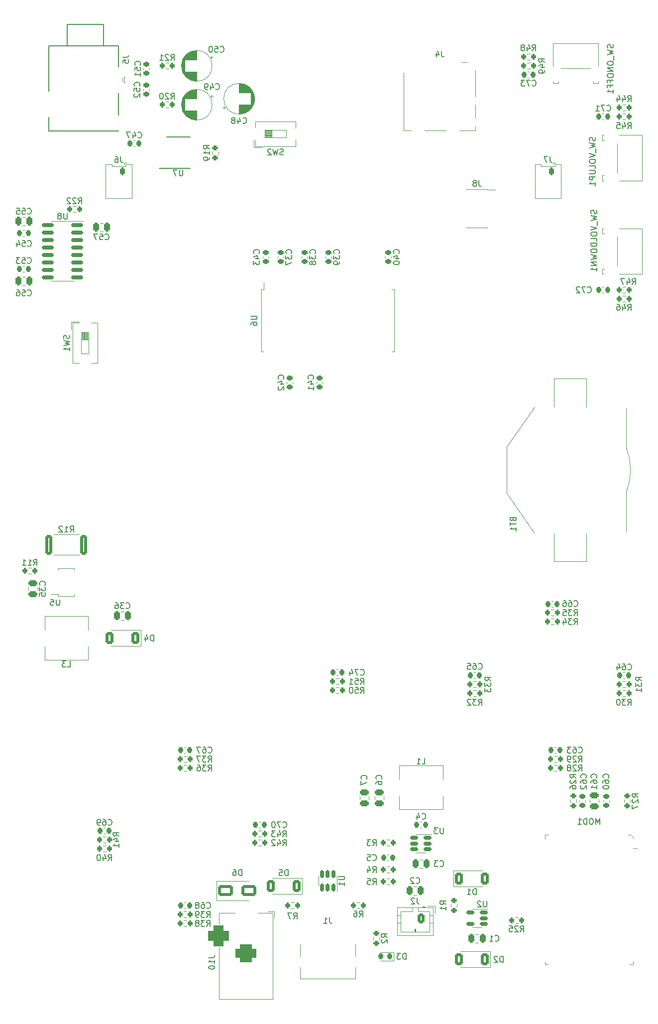
<source format=gbo>
G04 #@! TF.GenerationSoftware,KiCad,Pcbnew,7.0.1*
G04 #@! TF.CreationDate,2024-01-01T11:46:02+00:00*
G04 #@! TF.ProjectId,gk,676b2e6b-6963-4616-945f-706362585858,rev?*
G04 #@! TF.SameCoordinates,Original*
G04 #@! TF.FileFunction,Legend,Bot*
G04 #@! TF.FilePolarity,Positive*
%FSLAX46Y46*%
G04 Gerber Fmt 4.6, Leading zero omitted, Abs format (unit mm)*
G04 Created by KiCad (PCBNEW 7.0.1) date 2024-01-01 11:46:02*
%MOMM*%
%LPD*%
G01*
G04 APERTURE LIST*
G04 Aperture macros list*
%AMRoundRect*
0 Rectangle with rounded corners*
0 $1 Rounding radius*
0 $2 $3 $4 $5 $6 $7 $8 $9 X,Y pos of 4 corners*
0 Add a 4 corners polygon primitive as box body*
4,1,4,$2,$3,$4,$5,$6,$7,$8,$9,$2,$3,0*
0 Add four circle primitives for the rounded corners*
1,1,$1+$1,$2,$3*
1,1,$1+$1,$4,$5*
1,1,$1+$1,$6,$7*
1,1,$1+$1,$8,$9*
0 Add four rect primitives between the rounded corners*
20,1,$1+$1,$2,$3,$4,$5,0*
20,1,$1+$1,$4,$5,$6,$7,0*
20,1,$1+$1,$6,$7,$8,$9,0*
20,1,$1+$1,$8,$9,$2,$3,0*%
%AMFreePoly0*
4,1,13,0.900000,0.500000,2.600000,0.500000,2.600000,-0.500000,0.900000,-0.500000,0.400000,-1.000000,-0.400000,-1.000000,-0.900000,-0.500000,-2.600000,-0.500000,-2.600000,0.500000,-0.900000,0.500000,-0.400000,1.000000,0.400000,1.000000,0.900000,0.500000,0.900000,0.500000,$1*%
G04 Aperture macros list end*
%ADD10C,0.150000*%
%ADD11C,0.120000*%
%ADD12C,0.100000*%
%ADD13C,3.200000*%
%ADD14RoundRect,0.200000X0.200000X0.275000X-0.200000X0.275000X-0.200000X-0.275000X0.200000X-0.275000X0*%
%ADD15C,2.200000*%
%ADD16C,1.700000*%
%ADD17R,1.600000X1.600000*%
%ADD18O,1.600000X1.600000*%
%ADD19C,0.650000*%
%ADD20R,0.600000X1.450000*%
%ADD21R,0.300000X1.450000*%
%ADD22O,1.000000X1.600000*%
%ADD23O,1.000000X2.100000*%
%ADD24RoundRect,0.225000X0.225000X0.250000X-0.225000X0.250000X-0.225000X-0.250000X0.225000X-0.250000X0*%
%ADD25RoundRect,0.200000X0.275000X-0.200000X0.275000X0.200000X-0.275000X0.200000X-0.275000X-0.200000X0*%
%ADD26RoundRect,0.225000X-0.225000X-0.250000X0.225000X-0.250000X0.225000X0.250000X-0.225000X0.250000X0*%
%ADD27RoundRect,0.200000X-0.275000X0.200000X-0.275000X-0.200000X0.275000X-0.200000X0.275000X0.200000X0*%
%ADD28RoundRect,0.250000X-0.250000X-0.475000X0.250000X-0.475000X0.250000X0.475000X-0.250000X0.475000X0*%
%ADD29RoundRect,0.250000X0.450000X0.800000X-0.450000X0.800000X-0.450000X-0.800000X0.450000X-0.800000X0*%
%ADD30R,1.500000X2.200000*%
%ADD31RoundRect,0.150000X0.512500X0.150000X-0.512500X0.150000X-0.512500X-0.150000X0.512500X-0.150000X0*%
%ADD32RoundRect,0.200000X-0.200000X-0.275000X0.200000X-0.275000X0.200000X0.275000X-0.200000X0.275000X0*%
%ADD33RoundRect,0.225000X-0.250000X0.225000X-0.250000X-0.225000X0.250000X-0.225000X0.250000X0.225000X0*%
%ADD34C,1.600000*%
%ADD35RoundRect,0.250000X0.250000X0.475000X-0.250000X0.475000X-0.250000X-0.475000X0.250000X-0.475000X0*%
%ADD36RoundRect,0.250000X0.475000X-0.250000X0.475000X0.250000X-0.475000X0.250000X-0.475000X-0.250000X0*%
%ADD37RoundRect,0.225000X0.250000X-0.225000X0.250000X0.225000X-0.250000X0.225000X-0.250000X-0.225000X0*%
%ADD38R,5.100000X5.100000*%
%ADD39C,17.800000*%
%ADD40RoundRect,0.150000X0.850000X0.150000X-0.850000X0.150000X-0.850000X-0.150000X0.850000X-0.150000X0*%
%ADD41R,2.400000X0.740000*%
%ADD42R,3.500000X3.500000*%
%ADD43RoundRect,0.750000X1.000000X-0.750000X1.000000X0.750000X-1.000000X0.750000X-1.000000X-0.750000X0*%
%ADD44RoundRect,0.875000X0.875000X-0.875000X0.875000X0.875000X-0.875000X0.875000X-0.875000X-0.875000X0*%
%ADD45R,0.458000X1.510000*%
%ADD46R,1.500000X0.700000*%
%ADD47FreePoly0,0.000000*%
%ADD48R,1.200000X0.400000*%
%ADD49RoundRect,0.250000X0.362500X1.425000X-0.362500X1.425000X-0.362500X-1.425000X0.362500X-1.425000X0*%
%ADD50RoundRect,0.250000X-1.000000X-0.650000X1.000000X-0.650000X1.000000X0.650000X-1.000000X0.650000X0*%
%ADD51RoundRect,0.250000X-0.475000X0.250000X-0.475000X-0.250000X0.475000X-0.250000X0.475000X0.250000X0*%
%ADD52RoundRect,0.200000X0.200000X0.450000X-0.200000X0.450000X-0.200000X-0.450000X0.200000X-0.450000X0*%
%ADD53O,0.800000X1.300000*%
%ADD54R,0.850000X1.100000*%
%ADD55R,0.750000X1.100000*%
%ADD56R,1.200000X1.000000*%
%ADD57R,1.550000X1.350000*%
%ADD58R,1.900000X1.350000*%
%ADD59R,1.170000X1.800000*%
%ADD60RoundRect,0.250000X-0.450000X-0.800000X0.450000X-0.800000X0.450000X0.800000X-0.450000X0.800000X0*%
%ADD61RoundRect,0.150000X0.150000X-0.512500X0.150000X0.512500X-0.150000X0.512500X-0.150000X-0.512500X0*%
%ADD62R,1.900000X0.800000*%
%ADD63R,0.800000X1.900000*%
%ADD64R,3.700000X3.700000*%
%ADD65O,2.200000X4.000000*%
%ADD66O,4.000000X2.200000*%
%ADD67R,2.200000X4.000000*%
%ADD68RoundRect,0.250000X0.350000X0.625000X-0.350000X0.625000X-0.350000X-0.625000X0.350000X-0.625000X0*%
%ADD69O,1.200000X1.750000*%
%ADD70RoundRect,0.218750X0.218750X0.256250X-0.218750X0.256250X-0.218750X-0.256250X0.218750X-0.256250X0*%
G04 APERTURE END LIST*
D10*
X78112857Y-143210619D02*
X78446190Y-142734428D01*
X78684285Y-143210619D02*
X78684285Y-142210619D01*
X78684285Y-142210619D02*
X78303333Y-142210619D01*
X78303333Y-142210619D02*
X78208095Y-142258238D01*
X78208095Y-142258238D02*
X78160476Y-142305857D01*
X78160476Y-142305857D02*
X78112857Y-142401095D01*
X78112857Y-142401095D02*
X78112857Y-142543952D01*
X78112857Y-142543952D02*
X78160476Y-142639190D01*
X78160476Y-142639190D02*
X78208095Y-142686809D01*
X78208095Y-142686809D02*
X78303333Y-142734428D01*
X78303333Y-142734428D02*
X78684285Y-142734428D01*
X77779523Y-142210619D02*
X77160476Y-142210619D01*
X77160476Y-142210619D02*
X77493809Y-142591571D01*
X77493809Y-142591571D02*
X77350952Y-142591571D01*
X77350952Y-142591571D02*
X77255714Y-142639190D01*
X77255714Y-142639190D02*
X77208095Y-142686809D01*
X77208095Y-142686809D02*
X77160476Y-142782047D01*
X77160476Y-142782047D02*
X77160476Y-143020142D01*
X77160476Y-143020142D02*
X77208095Y-143115380D01*
X77208095Y-143115380D02*
X77255714Y-143163000D01*
X77255714Y-143163000D02*
X77350952Y-143210619D01*
X77350952Y-143210619D02*
X77636666Y-143210619D01*
X77636666Y-143210619D02*
X77731904Y-143163000D01*
X77731904Y-143163000D02*
X77779523Y-143115380D01*
X76303333Y-142210619D02*
X76493809Y-142210619D01*
X76493809Y-142210619D02*
X76589047Y-142258238D01*
X76589047Y-142258238D02*
X76636666Y-142305857D01*
X76636666Y-142305857D02*
X76731904Y-142448714D01*
X76731904Y-142448714D02*
X76779523Y-142639190D01*
X76779523Y-142639190D02*
X76779523Y-143020142D01*
X76779523Y-143020142D02*
X76731904Y-143115380D01*
X76731904Y-143115380D02*
X76684285Y-143163000D01*
X76684285Y-143163000D02*
X76589047Y-143210619D01*
X76589047Y-143210619D02*
X76398571Y-143210619D01*
X76398571Y-143210619D02*
X76303333Y-143163000D01*
X76303333Y-143163000D02*
X76255714Y-143115380D01*
X76255714Y-143115380D02*
X76208095Y-143020142D01*
X76208095Y-143020142D02*
X76208095Y-142782047D01*
X76208095Y-142782047D02*
X76255714Y-142686809D01*
X76255714Y-142686809D02*
X76303333Y-142639190D01*
X76303333Y-142639190D02*
X76398571Y-142591571D01*
X76398571Y-142591571D02*
X76589047Y-142591571D01*
X76589047Y-142591571D02*
X76684285Y-142639190D01*
X76684285Y-142639190D02*
X76731904Y-142686809D01*
X76731904Y-142686809D02*
X76779523Y-142782047D01*
X104020857Y-130002619D02*
X104354190Y-129526428D01*
X104592285Y-130002619D02*
X104592285Y-129002619D01*
X104592285Y-129002619D02*
X104211333Y-129002619D01*
X104211333Y-129002619D02*
X104116095Y-129050238D01*
X104116095Y-129050238D02*
X104068476Y-129097857D01*
X104068476Y-129097857D02*
X104020857Y-129193095D01*
X104020857Y-129193095D02*
X104020857Y-129335952D01*
X104020857Y-129335952D02*
X104068476Y-129431190D01*
X104068476Y-129431190D02*
X104116095Y-129478809D01*
X104116095Y-129478809D02*
X104211333Y-129526428D01*
X104211333Y-129526428D02*
X104592285Y-129526428D01*
X103116095Y-129002619D02*
X103592285Y-129002619D01*
X103592285Y-129002619D02*
X103639904Y-129478809D01*
X103639904Y-129478809D02*
X103592285Y-129431190D01*
X103592285Y-129431190D02*
X103497047Y-129383571D01*
X103497047Y-129383571D02*
X103258952Y-129383571D01*
X103258952Y-129383571D02*
X103163714Y-129431190D01*
X103163714Y-129431190D02*
X103116095Y-129478809D01*
X103116095Y-129478809D02*
X103068476Y-129574047D01*
X103068476Y-129574047D02*
X103068476Y-129812142D01*
X103068476Y-129812142D02*
X103116095Y-129907380D01*
X103116095Y-129907380D02*
X103163714Y-129955000D01*
X103163714Y-129955000D02*
X103258952Y-130002619D01*
X103258952Y-130002619D02*
X103497047Y-130002619D01*
X103497047Y-130002619D02*
X103592285Y-129955000D01*
X103592285Y-129955000D02*
X103639904Y-129907380D01*
X102449428Y-129002619D02*
X102354190Y-129002619D01*
X102354190Y-129002619D02*
X102258952Y-129050238D01*
X102258952Y-129050238D02*
X102211333Y-129097857D01*
X102211333Y-129097857D02*
X102163714Y-129193095D01*
X102163714Y-129193095D02*
X102116095Y-129383571D01*
X102116095Y-129383571D02*
X102116095Y-129621666D01*
X102116095Y-129621666D02*
X102163714Y-129812142D01*
X102163714Y-129812142D02*
X102211333Y-129907380D01*
X102211333Y-129907380D02*
X102258952Y-129955000D01*
X102258952Y-129955000D02*
X102354190Y-130002619D01*
X102354190Y-130002619D02*
X102449428Y-130002619D01*
X102449428Y-130002619D02*
X102544666Y-129955000D01*
X102544666Y-129955000D02*
X102592285Y-129907380D01*
X102592285Y-129907380D02*
X102639904Y-129812142D01*
X102639904Y-129812142D02*
X102687523Y-129621666D01*
X102687523Y-129621666D02*
X102687523Y-129383571D01*
X102687523Y-129383571D02*
X102639904Y-129193095D01*
X102639904Y-129193095D02*
X102592285Y-129097857D01*
X102592285Y-129097857D02*
X102544666Y-129050238D01*
X102544666Y-129050238D02*
X102449428Y-129002619D01*
X144179000Y-47895524D02*
X144226619Y-48038381D01*
X144226619Y-48038381D02*
X144226619Y-48276476D01*
X144226619Y-48276476D02*
X144179000Y-48371714D01*
X144179000Y-48371714D02*
X144131380Y-48419333D01*
X144131380Y-48419333D02*
X144036142Y-48466952D01*
X144036142Y-48466952D02*
X143940904Y-48466952D01*
X143940904Y-48466952D02*
X143845666Y-48419333D01*
X143845666Y-48419333D02*
X143798047Y-48371714D01*
X143798047Y-48371714D02*
X143750428Y-48276476D01*
X143750428Y-48276476D02*
X143702809Y-48086000D01*
X143702809Y-48086000D02*
X143655190Y-47990762D01*
X143655190Y-47990762D02*
X143607571Y-47943143D01*
X143607571Y-47943143D02*
X143512333Y-47895524D01*
X143512333Y-47895524D02*
X143417095Y-47895524D01*
X143417095Y-47895524D02*
X143321857Y-47943143D01*
X143321857Y-47943143D02*
X143274238Y-47990762D01*
X143274238Y-47990762D02*
X143226619Y-48086000D01*
X143226619Y-48086000D02*
X143226619Y-48324095D01*
X143226619Y-48324095D02*
X143274238Y-48466952D01*
X143226619Y-48800286D02*
X144226619Y-49038381D01*
X144226619Y-49038381D02*
X143512333Y-49228857D01*
X143512333Y-49228857D02*
X144226619Y-49419333D01*
X144226619Y-49419333D02*
X143226619Y-49657429D01*
X144321857Y-49800286D02*
X144321857Y-50562190D01*
X143226619Y-50657429D02*
X144226619Y-50990762D01*
X144226619Y-50990762D02*
X143226619Y-51324095D01*
X143226619Y-51847905D02*
X143226619Y-52038381D01*
X143226619Y-52038381D02*
X143274238Y-52133619D01*
X143274238Y-52133619D02*
X143369476Y-52228857D01*
X143369476Y-52228857D02*
X143559952Y-52276476D01*
X143559952Y-52276476D02*
X143893285Y-52276476D01*
X143893285Y-52276476D02*
X144083761Y-52228857D01*
X144083761Y-52228857D02*
X144179000Y-52133619D01*
X144179000Y-52133619D02*
X144226619Y-52038381D01*
X144226619Y-52038381D02*
X144226619Y-51847905D01*
X144226619Y-51847905D02*
X144179000Y-51752667D01*
X144179000Y-51752667D02*
X144083761Y-51657429D01*
X144083761Y-51657429D02*
X143893285Y-51609810D01*
X143893285Y-51609810D02*
X143559952Y-51609810D01*
X143559952Y-51609810D02*
X143369476Y-51657429D01*
X143369476Y-51657429D02*
X143274238Y-51752667D01*
X143274238Y-51752667D02*
X143226619Y-51847905D01*
X144226619Y-53181238D02*
X144226619Y-52705048D01*
X144226619Y-52705048D02*
X143226619Y-52705048D01*
X144226619Y-53514572D02*
X143226619Y-53514572D01*
X143226619Y-53514572D02*
X143226619Y-53752667D01*
X143226619Y-53752667D02*
X143274238Y-53895524D01*
X143274238Y-53895524D02*
X143369476Y-53990762D01*
X143369476Y-53990762D02*
X143464714Y-54038381D01*
X143464714Y-54038381D02*
X143655190Y-54086000D01*
X143655190Y-54086000D02*
X143798047Y-54086000D01*
X143798047Y-54086000D02*
X143988523Y-54038381D01*
X143988523Y-54038381D02*
X144083761Y-53990762D01*
X144083761Y-53990762D02*
X144179000Y-53895524D01*
X144179000Y-53895524D02*
X144226619Y-53752667D01*
X144226619Y-53752667D02*
X144226619Y-53514572D01*
X143226619Y-54705048D02*
X143226619Y-54895524D01*
X143226619Y-54895524D02*
X143274238Y-54990762D01*
X143274238Y-54990762D02*
X143369476Y-55086000D01*
X143369476Y-55086000D02*
X143559952Y-55133619D01*
X143559952Y-55133619D02*
X143893285Y-55133619D01*
X143893285Y-55133619D02*
X144083761Y-55086000D01*
X144083761Y-55086000D02*
X144179000Y-54990762D01*
X144179000Y-54990762D02*
X144226619Y-54895524D01*
X144226619Y-54895524D02*
X144226619Y-54705048D01*
X144226619Y-54705048D02*
X144179000Y-54609810D01*
X144179000Y-54609810D02*
X144083761Y-54514572D01*
X144083761Y-54514572D02*
X143893285Y-54466953D01*
X143893285Y-54466953D02*
X143559952Y-54466953D01*
X143559952Y-54466953D02*
X143369476Y-54514572D01*
X143369476Y-54514572D02*
X143274238Y-54609810D01*
X143274238Y-54609810D02*
X143226619Y-54705048D01*
X143226619Y-55466953D02*
X144226619Y-55705048D01*
X144226619Y-55705048D02*
X143512333Y-55895524D01*
X143512333Y-55895524D02*
X144226619Y-56086000D01*
X144226619Y-56086000D02*
X143226619Y-56324096D01*
X144226619Y-56705048D02*
X143226619Y-56705048D01*
X143226619Y-56705048D02*
X144226619Y-57276476D01*
X144226619Y-57276476D02*
X143226619Y-57276476D01*
X144226619Y-58276476D02*
X144226619Y-57705048D01*
X144226619Y-57990762D02*
X143226619Y-57990762D01*
X143226619Y-57990762D02*
X143369476Y-57895524D01*
X143369476Y-57895524D02*
X143464714Y-57800286D01*
X143464714Y-57800286D02*
X143512333Y-57705048D01*
X149486857Y-33990619D02*
X149820190Y-33514428D01*
X150058285Y-33990619D02*
X150058285Y-32990619D01*
X150058285Y-32990619D02*
X149677333Y-32990619D01*
X149677333Y-32990619D02*
X149582095Y-33038238D01*
X149582095Y-33038238D02*
X149534476Y-33085857D01*
X149534476Y-33085857D02*
X149486857Y-33181095D01*
X149486857Y-33181095D02*
X149486857Y-33323952D01*
X149486857Y-33323952D02*
X149534476Y-33419190D01*
X149534476Y-33419190D02*
X149582095Y-33466809D01*
X149582095Y-33466809D02*
X149677333Y-33514428D01*
X149677333Y-33514428D02*
X150058285Y-33514428D01*
X148629714Y-33323952D02*
X148629714Y-33990619D01*
X148867809Y-32943000D02*
X149105904Y-33657285D01*
X149105904Y-33657285D02*
X148486857Y-33657285D01*
X147629714Y-32990619D02*
X148105904Y-32990619D01*
X148105904Y-32990619D02*
X148153523Y-33466809D01*
X148153523Y-33466809D02*
X148105904Y-33419190D01*
X148105904Y-33419190D02*
X148010666Y-33371571D01*
X148010666Y-33371571D02*
X147772571Y-33371571D01*
X147772571Y-33371571D02*
X147677333Y-33419190D01*
X147677333Y-33419190D02*
X147629714Y-33466809D01*
X147629714Y-33466809D02*
X147582095Y-33562047D01*
X147582095Y-33562047D02*
X147582095Y-33800142D01*
X147582095Y-33800142D02*
X147629714Y-33895380D01*
X147629714Y-33895380D02*
X147677333Y-33943000D01*
X147677333Y-33943000D02*
X147772571Y-33990619D01*
X147772571Y-33990619D02*
X148010666Y-33990619D01*
X148010666Y-33990619D02*
X148105904Y-33943000D01*
X148105904Y-33943000D02*
X148153523Y-33895380D01*
X90868332Y-38450000D02*
X90725475Y-38497619D01*
X90725475Y-38497619D02*
X90487380Y-38497619D01*
X90487380Y-38497619D02*
X90392142Y-38450000D01*
X90392142Y-38450000D02*
X90344523Y-38402380D01*
X90344523Y-38402380D02*
X90296904Y-38307142D01*
X90296904Y-38307142D02*
X90296904Y-38211904D01*
X90296904Y-38211904D02*
X90344523Y-38116666D01*
X90344523Y-38116666D02*
X90392142Y-38069047D01*
X90392142Y-38069047D02*
X90487380Y-38021428D01*
X90487380Y-38021428D02*
X90677856Y-37973809D01*
X90677856Y-37973809D02*
X90773094Y-37926190D01*
X90773094Y-37926190D02*
X90820713Y-37878571D01*
X90820713Y-37878571D02*
X90868332Y-37783333D01*
X90868332Y-37783333D02*
X90868332Y-37688095D01*
X90868332Y-37688095D02*
X90820713Y-37592857D01*
X90820713Y-37592857D02*
X90773094Y-37545238D01*
X90773094Y-37545238D02*
X90677856Y-37497619D01*
X90677856Y-37497619D02*
X90439761Y-37497619D01*
X90439761Y-37497619D02*
X90296904Y-37545238D01*
X89963570Y-37497619D02*
X89725475Y-38497619D01*
X89725475Y-38497619D02*
X89534999Y-37783333D01*
X89534999Y-37783333D02*
X89344523Y-38497619D01*
X89344523Y-38497619D02*
X89106428Y-37497619D01*
X88773094Y-37592857D02*
X88725475Y-37545238D01*
X88725475Y-37545238D02*
X88630237Y-37497619D01*
X88630237Y-37497619D02*
X88392142Y-37497619D01*
X88392142Y-37497619D02*
X88296904Y-37545238D01*
X88296904Y-37545238D02*
X88249285Y-37592857D01*
X88249285Y-37592857D02*
X88201666Y-37688095D01*
X88201666Y-37688095D02*
X88201666Y-37783333D01*
X88201666Y-37783333D02*
X88249285Y-37926190D01*
X88249285Y-37926190D02*
X88820713Y-38497619D01*
X88820713Y-38497619D02*
X88201666Y-38497619D01*
X71762857Y-29004619D02*
X72096190Y-28528428D01*
X72334285Y-29004619D02*
X72334285Y-28004619D01*
X72334285Y-28004619D02*
X71953333Y-28004619D01*
X71953333Y-28004619D02*
X71858095Y-28052238D01*
X71858095Y-28052238D02*
X71810476Y-28099857D01*
X71810476Y-28099857D02*
X71762857Y-28195095D01*
X71762857Y-28195095D02*
X71762857Y-28337952D01*
X71762857Y-28337952D02*
X71810476Y-28433190D01*
X71810476Y-28433190D02*
X71858095Y-28480809D01*
X71858095Y-28480809D02*
X71953333Y-28528428D01*
X71953333Y-28528428D02*
X72334285Y-28528428D01*
X71381904Y-28099857D02*
X71334285Y-28052238D01*
X71334285Y-28052238D02*
X71239047Y-28004619D01*
X71239047Y-28004619D02*
X71000952Y-28004619D01*
X71000952Y-28004619D02*
X70905714Y-28052238D01*
X70905714Y-28052238D02*
X70858095Y-28099857D01*
X70858095Y-28099857D02*
X70810476Y-28195095D01*
X70810476Y-28195095D02*
X70810476Y-28290333D01*
X70810476Y-28290333D02*
X70858095Y-28433190D01*
X70858095Y-28433190D02*
X71429523Y-29004619D01*
X71429523Y-29004619D02*
X70810476Y-29004619D01*
X70191428Y-28004619D02*
X70096190Y-28004619D01*
X70096190Y-28004619D02*
X70000952Y-28052238D01*
X70000952Y-28052238D02*
X69953333Y-28099857D01*
X69953333Y-28099857D02*
X69905714Y-28195095D01*
X69905714Y-28195095D02*
X69858095Y-28385571D01*
X69858095Y-28385571D02*
X69858095Y-28623666D01*
X69858095Y-28623666D02*
X69905714Y-28814142D01*
X69905714Y-28814142D02*
X69953333Y-28909380D01*
X69953333Y-28909380D02*
X70000952Y-28957000D01*
X70000952Y-28957000D02*
X70096190Y-29004619D01*
X70096190Y-29004619D02*
X70191428Y-29004619D01*
X70191428Y-29004619D02*
X70286666Y-28957000D01*
X70286666Y-28957000D02*
X70334285Y-28909380D01*
X70334285Y-28909380D02*
X70381904Y-28814142D01*
X70381904Y-28814142D02*
X70429523Y-28623666D01*
X70429523Y-28623666D02*
X70429523Y-28385571D01*
X70429523Y-28385571D02*
X70381904Y-28195095D01*
X70381904Y-28195095D02*
X70334285Y-28099857D01*
X70334285Y-28099857D02*
X70286666Y-28052238D01*
X70286666Y-28052238D02*
X70191428Y-28004619D01*
X98758333Y-168118619D02*
X98758333Y-168832904D01*
X98758333Y-168832904D02*
X98805952Y-168975761D01*
X98805952Y-168975761D02*
X98901190Y-169071000D01*
X98901190Y-169071000D02*
X99044047Y-169118619D01*
X99044047Y-169118619D02*
X99139285Y-169118619D01*
X97758333Y-169118619D02*
X98329761Y-169118619D01*
X98044047Y-169118619D02*
X98044047Y-168118619D01*
X98044047Y-168118619D02*
X98139285Y-168261476D01*
X98139285Y-168261476D02*
X98234523Y-168356714D01*
X98234523Y-168356714D02*
X98329761Y-168404333D01*
X77858857Y-166483380D02*
X77906476Y-166531000D01*
X77906476Y-166531000D02*
X78049333Y-166578619D01*
X78049333Y-166578619D02*
X78144571Y-166578619D01*
X78144571Y-166578619D02*
X78287428Y-166531000D01*
X78287428Y-166531000D02*
X78382666Y-166435761D01*
X78382666Y-166435761D02*
X78430285Y-166340523D01*
X78430285Y-166340523D02*
X78477904Y-166150047D01*
X78477904Y-166150047D02*
X78477904Y-166007190D01*
X78477904Y-166007190D02*
X78430285Y-165816714D01*
X78430285Y-165816714D02*
X78382666Y-165721476D01*
X78382666Y-165721476D02*
X78287428Y-165626238D01*
X78287428Y-165626238D02*
X78144571Y-165578619D01*
X78144571Y-165578619D02*
X78049333Y-165578619D01*
X78049333Y-165578619D02*
X77906476Y-165626238D01*
X77906476Y-165626238D02*
X77858857Y-165673857D01*
X77001714Y-165578619D02*
X77192190Y-165578619D01*
X77192190Y-165578619D02*
X77287428Y-165626238D01*
X77287428Y-165626238D02*
X77335047Y-165673857D01*
X77335047Y-165673857D02*
X77430285Y-165816714D01*
X77430285Y-165816714D02*
X77477904Y-166007190D01*
X77477904Y-166007190D02*
X77477904Y-166388142D01*
X77477904Y-166388142D02*
X77430285Y-166483380D01*
X77430285Y-166483380D02*
X77382666Y-166531000D01*
X77382666Y-166531000D02*
X77287428Y-166578619D01*
X77287428Y-166578619D02*
X77096952Y-166578619D01*
X77096952Y-166578619D02*
X77001714Y-166531000D01*
X77001714Y-166531000D02*
X76954095Y-166483380D01*
X76954095Y-166483380D02*
X76906476Y-166388142D01*
X76906476Y-166388142D02*
X76906476Y-166150047D01*
X76906476Y-166150047D02*
X76954095Y-166054809D01*
X76954095Y-166054809D02*
X77001714Y-166007190D01*
X77001714Y-166007190D02*
X77096952Y-165959571D01*
X77096952Y-165959571D02*
X77287428Y-165959571D01*
X77287428Y-165959571D02*
X77382666Y-166007190D01*
X77382666Y-166007190D02*
X77430285Y-166054809D01*
X77430285Y-166054809D02*
X77477904Y-166150047D01*
X76335047Y-166007190D02*
X76430285Y-165959571D01*
X76430285Y-165959571D02*
X76477904Y-165911952D01*
X76477904Y-165911952D02*
X76525523Y-165816714D01*
X76525523Y-165816714D02*
X76525523Y-165769095D01*
X76525523Y-165769095D02*
X76477904Y-165673857D01*
X76477904Y-165673857D02*
X76430285Y-165626238D01*
X76430285Y-165626238D02*
X76335047Y-165578619D01*
X76335047Y-165578619D02*
X76144571Y-165578619D01*
X76144571Y-165578619D02*
X76049333Y-165626238D01*
X76049333Y-165626238D02*
X76001714Y-165673857D01*
X76001714Y-165673857D02*
X75954095Y-165769095D01*
X75954095Y-165769095D02*
X75954095Y-165816714D01*
X75954095Y-165816714D02*
X76001714Y-165911952D01*
X76001714Y-165911952D02*
X76049333Y-165959571D01*
X76049333Y-165959571D02*
X76144571Y-166007190D01*
X76144571Y-166007190D02*
X76335047Y-166007190D01*
X76335047Y-166007190D02*
X76430285Y-166054809D01*
X76430285Y-166054809D02*
X76477904Y-166102428D01*
X76477904Y-166102428D02*
X76525523Y-166197666D01*
X76525523Y-166197666D02*
X76525523Y-166388142D01*
X76525523Y-166388142D02*
X76477904Y-166483380D01*
X76477904Y-166483380D02*
X76430285Y-166531000D01*
X76430285Y-166531000D02*
X76335047Y-166578619D01*
X76335047Y-166578619D02*
X76144571Y-166578619D01*
X76144571Y-166578619D02*
X76049333Y-166531000D01*
X76049333Y-166531000D02*
X76001714Y-166483380D01*
X76001714Y-166483380D02*
X75954095Y-166388142D01*
X75954095Y-166388142D02*
X75954095Y-166197666D01*
X75954095Y-166197666D02*
X76001714Y-166102428D01*
X76001714Y-166102428D02*
X76049333Y-166054809D01*
X76049333Y-166054809D02*
X76144571Y-166007190D01*
X149486857Y-132034619D02*
X149820190Y-131558428D01*
X150058285Y-132034619D02*
X150058285Y-131034619D01*
X150058285Y-131034619D02*
X149677333Y-131034619D01*
X149677333Y-131034619D02*
X149582095Y-131082238D01*
X149582095Y-131082238D02*
X149534476Y-131129857D01*
X149534476Y-131129857D02*
X149486857Y-131225095D01*
X149486857Y-131225095D02*
X149486857Y-131367952D01*
X149486857Y-131367952D02*
X149534476Y-131463190D01*
X149534476Y-131463190D02*
X149582095Y-131510809D01*
X149582095Y-131510809D02*
X149677333Y-131558428D01*
X149677333Y-131558428D02*
X150058285Y-131558428D01*
X149153523Y-131034619D02*
X148534476Y-131034619D01*
X148534476Y-131034619D02*
X148867809Y-131415571D01*
X148867809Y-131415571D02*
X148724952Y-131415571D01*
X148724952Y-131415571D02*
X148629714Y-131463190D01*
X148629714Y-131463190D02*
X148582095Y-131510809D01*
X148582095Y-131510809D02*
X148534476Y-131606047D01*
X148534476Y-131606047D02*
X148534476Y-131844142D01*
X148534476Y-131844142D02*
X148582095Y-131939380D01*
X148582095Y-131939380D02*
X148629714Y-131987000D01*
X148629714Y-131987000D02*
X148724952Y-132034619D01*
X148724952Y-132034619D02*
X149010666Y-132034619D01*
X149010666Y-132034619D02*
X149105904Y-131987000D01*
X149105904Y-131987000D02*
X149153523Y-131939380D01*
X147915428Y-131034619D02*
X147820190Y-131034619D01*
X147820190Y-131034619D02*
X147724952Y-131082238D01*
X147724952Y-131082238D02*
X147677333Y-131129857D01*
X147677333Y-131129857D02*
X147629714Y-131225095D01*
X147629714Y-131225095D02*
X147582095Y-131415571D01*
X147582095Y-131415571D02*
X147582095Y-131653666D01*
X147582095Y-131653666D02*
X147629714Y-131844142D01*
X147629714Y-131844142D02*
X147677333Y-131939380D01*
X147677333Y-131939380D02*
X147724952Y-131987000D01*
X147724952Y-131987000D02*
X147820190Y-132034619D01*
X147820190Y-132034619D02*
X147915428Y-132034619D01*
X147915428Y-132034619D02*
X148010666Y-131987000D01*
X148010666Y-131987000D02*
X148058285Y-131939380D01*
X148058285Y-131939380D02*
X148105904Y-131844142D01*
X148105904Y-131844142D02*
X148153523Y-131653666D01*
X148153523Y-131653666D02*
X148153523Y-131415571D01*
X148153523Y-131415571D02*
X148105904Y-131225095D01*
X148105904Y-131225095D02*
X148058285Y-131129857D01*
X148058285Y-131129857D02*
X148010666Y-131082238D01*
X148010666Y-131082238D02*
X147915428Y-131034619D01*
X118572619Y-165949333D02*
X118096428Y-165616000D01*
X118572619Y-165377905D02*
X117572619Y-165377905D01*
X117572619Y-165377905D02*
X117572619Y-165758857D01*
X117572619Y-165758857D02*
X117620238Y-165854095D01*
X117620238Y-165854095D02*
X117667857Y-165901714D01*
X117667857Y-165901714D02*
X117763095Y-165949333D01*
X117763095Y-165949333D02*
X117905952Y-165949333D01*
X117905952Y-165949333D02*
X118001190Y-165901714D01*
X118001190Y-165901714D02*
X118048809Y-165854095D01*
X118048809Y-165854095D02*
X118096428Y-165758857D01*
X118096428Y-165758857D02*
X118096428Y-165377905D01*
X118572619Y-166901714D02*
X118572619Y-166330286D01*
X118572619Y-166616000D02*
X117572619Y-166616000D01*
X117572619Y-166616000D02*
X117715476Y-166520762D01*
X117715476Y-166520762D02*
X117810714Y-166425524D01*
X117810714Y-166425524D02*
X117858333Y-166330286D01*
X140342857Y-118318619D02*
X140676190Y-117842428D01*
X140914285Y-118318619D02*
X140914285Y-117318619D01*
X140914285Y-117318619D02*
X140533333Y-117318619D01*
X140533333Y-117318619D02*
X140438095Y-117366238D01*
X140438095Y-117366238D02*
X140390476Y-117413857D01*
X140390476Y-117413857D02*
X140342857Y-117509095D01*
X140342857Y-117509095D02*
X140342857Y-117651952D01*
X140342857Y-117651952D02*
X140390476Y-117747190D01*
X140390476Y-117747190D02*
X140438095Y-117794809D01*
X140438095Y-117794809D02*
X140533333Y-117842428D01*
X140533333Y-117842428D02*
X140914285Y-117842428D01*
X140009523Y-117318619D02*
X139390476Y-117318619D01*
X139390476Y-117318619D02*
X139723809Y-117699571D01*
X139723809Y-117699571D02*
X139580952Y-117699571D01*
X139580952Y-117699571D02*
X139485714Y-117747190D01*
X139485714Y-117747190D02*
X139438095Y-117794809D01*
X139438095Y-117794809D02*
X139390476Y-117890047D01*
X139390476Y-117890047D02*
X139390476Y-118128142D01*
X139390476Y-118128142D02*
X139438095Y-118223380D01*
X139438095Y-118223380D02*
X139485714Y-118271000D01*
X139485714Y-118271000D02*
X139580952Y-118318619D01*
X139580952Y-118318619D02*
X139866666Y-118318619D01*
X139866666Y-118318619D02*
X139961904Y-118271000D01*
X139961904Y-118271000D02*
X140009523Y-118223380D01*
X138533333Y-117651952D02*
X138533333Y-118318619D01*
X138771428Y-117271000D02*
X139009523Y-117985285D01*
X139009523Y-117985285D02*
X138390476Y-117985285D01*
X133230857Y-26689380D02*
X133278476Y-26737000D01*
X133278476Y-26737000D02*
X133421333Y-26784619D01*
X133421333Y-26784619D02*
X133516571Y-26784619D01*
X133516571Y-26784619D02*
X133659428Y-26737000D01*
X133659428Y-26737000D02*
X133754666Y-26641761D01*
X133754666Y-26641761D02*
X133802285Y-26546523D01*
X133802285Y-26546523D02*
X133849904Y-26356047D01*
X133849904Y-26356047D02*
X133849904Y-26213190D01*
X133849904Y-26213190D02*
X133802285Y-26022714D01*
X133802285Y-26022714D02*
X133754666Y-25927476D01*
X133754666Y-25927476D02*
X133659428Y-25832238D01*
X133659428Y-25832238D02*
X133516571Y-25784619D01*
X133516571Y-25784619D02*
X133421333Y-25784619D01*
X133421333Y-25784619D02*
X133278476Y-25832238D01*
X133278476Y-25832238D02*
X133230857Y-25879857D01*
X132897523Y-25784619D02*
X132230857Y-25784619D01*
X132230857Y-25784619D02*
X132659428Y-26784619D01*
X131945142Y-25784619D02*
X131326095Y-25784619D01*
X131326095Y-25784619D02*
X131659428Y-26165571D01*
X131659428Y-26165571D02*
X131516571Y-26165571D01*
X131516571Y-26165571D02*
X131421333Y-26213190D01*
X131421333Y-26213190D02*
X131373714Y-26260809D01*
X131373714Y-26260809D02*
X131326095Y-26356047D01*
X131326095Y-26356047D02*
X131326095Y-26594142D01*
X131326095Y-26594142D02*
X131373714Y-26689380D01*
X131373714Y-26689380D02*
X131421333Y-26737000D01*
X131421333Y-26737000D02*
X131516571Y-26784619D01*
X131516571Y-26784619D02*
X131802285Y-26784619D01*
X131802285Y-26784619D02*
X131897523Y-26737000D01*
X131897523Y-26737000D02*
X131945142Y-26689380D01*
X78331419Y-37507942D02*
X77855228Y-37174609D01*
X78331419Y-36936514D02*
X77331419Y-36936514D01*
X77331419Y-36936514D02*
X77331419Y-37317466D01*
X77331419Y-37317466D02*
X77379038Y-37412704D01*
X77379038Y-37412704D02*
X77426657Y-37460323D01*
X77426657Y-37460323D02*
X77521895Y-37507942D01*
X77521895Y-37507942D02*
X77664752Y-37507942D01*
X77664752Y-37507942D02*
X77759990Y-37460323D01*
X77759990Y-37460323D02*
X77807609Y-37412704D01*
X77807609Y-37412704D02*
X77855228Y-37317466D01*
X77855228Y-37317466D02*
X77855228Y-36936514D01*
X78331419Y-38460323D02*
X78331419Y-37888895D01*
X78331419Y-38174609D02*
X77331419Y-38174609D01*
X77331419Y-38174609D02*
X77474276Y-38079371D01*
X77474276Y-38079371D02*
X77569514Y-37984133D01*
X77569514Y-37984133D02*
X77617133Y-37888895D01*
X78331419Y-38936514D02*
X78331419Y-39126990D01*
X78331419Y-39126990D02*
X78283800Y-39222228D01*
X78283800Y-39222228D02*
X78236180Y-39269847D01*
X78236180Y-39269847D02*
X78093323Y-39365085D01*
X78093323Y-39365085D02*
X77902847Y-39412704D01*
X77902847Y-39412704D02*
X77521895Y-39412704D01*
X77521895Y-39412704D02*
X77426657Y-39365085D01*
X77426657Y-39365085D02*
X77379038Y-39317466D01*
X77379038Y-39317466D02*
X77331419Y-39222228D01*
X77331419Y-39222228D02*
X77331419Y-39031752D01*
X77331419Y-39031752D02*
X77379038Y-38936514D01*
X77379038Y-38936514D02*
X77426657Y-38888895D01*
X77426657Y-38888895D02*
X77521895Y-38841276D01*
X77521895Y-38841276D02*
X77759990Y-38841276D01*
X77759990Y-38841276D02*
X77855228Y-38888895D01*
X77855228Y-38888895D02*
X77902847Y-38936514D01*
X77902847Y-38936514D02*
X77950466Y-39031752D01*
X77950466Y-39031752D02*
X77950466Y-39222228D01*
X77950466Y-39222228D02*
X77902847Y-39317466D01*
X77902847Y-39317466D02*
X77855228Y-39365085D01*
X77855228Y-39365085D02*
X77759990Y-39412704D01*
X90812857Y-152767380D02*
X90860476Y-152815000D01*
X90860476Y-152815000D02*
X91003333Y-152862619D01*
X91003333Y-152862619D02*
X91098571Y-152862619D01*
X91098571Y-152862619D02*
X91241428Y-152815000D01*
X91241428Y-152815000D02*
X91336666Y-152719761D01*
X91336666Y-152719761D02*
X91384285Y-152624523D01*
X91384285Y-152624523D02*
X91431904Y-152434047D01*
X91431904Y-152434047D02*
X91431904Y-152291190D01*
X91431904Y-152291190D02*
X91384285Y-152100714D01*
X91384285Y-152100714D02*
X91336666Y-152005476D01*
X91336666Y-152005476D02*
X91241428Y-151910238D01*
X91241428Y-151910238D02*
X91098571Y-151862619D01*
X91098571Y-151862619D02*
X91003333Y-151862619D01*
X91003333Y-151862619D02*
X90860476Y-151910238D01*
X90860476Y-151910238D02*
X90812857Y-151957857D01*
X90479523Y-151862619D02*
X89812857Y-151862619D01*
X89812857Y-151862619D02*
X90241428Y-152862619D01*
X89241428Y-151862619D02*
X89146190Y-151862619D01*
X89146190Y-151862619D02*
X89050952Y-151910238D01*
X89050952Y-151910238D02*
X89003333Y-151957857D01*
X89003333Y-151957857D02*
X88955714Y-152053095D01*
X88955714Y-152053095D02*
X88908095Y-152243571D01*
X88908095Y-152243571D02*
X88908095Y-152481666D01*
X88908095Y-152481666D02*
X88955714Y-152672142D01*
X88955714Y-152672142D02*
X89003333Y-152767380D01*
X89003333Y-152767380D02*
X89050952Y-152815000D01*
X89050952Y-152815000D02*
X89146190Y-152862619D01*
X89146190Y-152862619D02*
X89241428Y-152862619D01*
X89241428Y-152862619D02*
X89336666Y-152815000D01*
X89336666Y-152815000D02*
X89384285Y-152767380D01*
X89384285Y-152767380D02*
X89431904Y-152672142D01*
X89431904Y-152672142D02*
X89479523Y-152481666D01*
X89479523Y-152481666D02*
X89479523Y-152243571D01*
X89479523Y-152243571D02*
X89431904Y-152053095D01*
X89431904Y-152053095D02*
X89384285Y-151957857D01*
X89384285Y-151957857D02*
X89336666Y-151910238D01*
X89336666Y-151910238D02*
X89241428Y-151862619D01*
X143925000Y-35528762D02*
X143972619Y-35671619D01*
X143972619Y-35671619D02*
X143972619Y-35909714D01*
X143972619Y-35909714D02*
X143925000Y-36004952D01*
X143925000Y-36004952D02*
X143877380Y-36052571D01*
X143877380Y-36052571D02*
X143782142Y-36100190D01*
X143782142Y-36100190D02*
X143686904Y-36100190D01*
X143686904Y-36100190D02*
X143591666Y-36052571D01*
X143591666Y-36052571D02*
X143544047Y-36004952D01*
X143544047Y-36004952D02*
X143496428Y-35909714D01*
X143496428Y-35909714D02*
X143448809Y-35719238D01*
X143448809Y-35719238D02*
X143401190Y-35624000D01*
X143401190Y-35624000D02*
X143353571Y-35576381D01*
X143353571Y-35576381D02*
X143258333Y-35528762D01*
X143258333Y-35528762D02*
X143163095Y-35528762D01*
X143163095Y-35528762D02*
X143067857Y-35576381D01*
X143067857Y-35576381D02*
X143020238Y-35624000D01*
X143020238Y-35624000D02*
X142972619Y-35719238D01*
X142972619Y-35719238D02*
X142972619Y-35957333D01*
X142972619Y-35957333D02*
X143020238Y-36100190D01*
X142972619Y-36433524D02*
X143972619Y-36671619D01*
X143972619Y-36671619D02*
X143258333Y-36862095D01*
X143258333Y-36862095D02*
X143972619Y-37052571D01*
X143972619Y-37052571D02*
X142972619Y-37290667D01*
X144067857Y-37433524D02*
X144067857Y-38195428D01*
X142972619Y-38290667D02*
X143972619Y-38624000D01*
X143972619Y-38624000D02*
X142972619Y-38957333D01*
X142972619Y-39481143D02*
X142972619Y-39671619D01*
X142972619Y-39671619D02*
X143020238Y-39766857D01*
X143020238Y-39766857D02*
X143115476Y-39862095D01*
X143115476Y-39862095D02*
X143305952Y-39909714D01*
X143305952Y-39909714D02*
X143639285Y-39909714D01*
X143639285Y-39909714D02*
X143829761Y-39862095D01*
X143829761Y-39862095D02*
X143925000Y-39766857D01*
X143925000Y-39766857D02*
X143972619Y-39671619D01*
X143972619Y-39671619D02*
X143972619Y-39481143D01*
X143972619Y-39481143D02*
X143925000Y-39385905D01*
X143925000Y-39385905D02*
X143829761Y-39290667D01*
X143829761Y-39290667D02*
X143639285Y-39243048D01*
X143639285Y-39243048D02*
X143305952Y-39243048D01*
X143305952Y-39243048D02*
X143115476Y-39290667D01*
X143115476Y-39290667D02*
X143020238Y-39385905D01*
X143020238Y-39385905D02*
X142972619Y-39481143D01*
X143972619Y-40814476D02*
X143972619Y-40338286D01*
X143972619Y-40338286D02*
X142972619Y-40338286D01*
X142972619Y-41147810D02*
X143782142Y-41147810D01*
X143782142Y-41147810D02*
X143877380Y-41195429D01*
X143877380Y-41195429D02*
X143925000Y-41243048D01*
X143925000Y-41243048D02*
X143972619Y-41338286D01*
X143972619Y-41338286D02*
X143972619Y-41528762D01*
X143972619Y-41528762D02*
X143925000Y-41624000D01*
X143925000Y-41624000D02*
X143877380Y-41671619D01*
X143877380Y-41671619D02*
X143782142Y-41719238D01*
X143782142Y-41719238D02*
X142972619Y-41719238D01*
X143972619Y-42195429D02*
X142972619Y-42195429D01*
X142972619Y-42195429D02*
X142972619Y-42576381D01*
X142972619Y-42576381D02*
X143020238Y-42671619D01*
X143020238Y-42671619D02*
X143067857Y-42719238D01*
X143067857Y-42719238D02*
X143163095Y-42766857D01*
X143163095Y-42766857D02*
X143305952Y-42766857D01*
X143305952Y-42766857D02*
X143401190Y-42719238D01*
X143401190Y-42719238D02*
X143448809Y-42671619D01*
X143448809Y-42671619D02*
X143496428Y-42576381D01*
X143496428Y-42576381D02*
X143496428Y-42195429D01*
X143972619Y-43719238D02*
X143972619Y-43147810D01*
X143972619Y-43433524D02*
X142972619Y-43433524D01*
X142972619Y-43433524D02*
X143115476Y-43338286D01*
X143115476Y-43338286D02*
X143210714Y-43243048D01*
X143210714Y-43243048D02*
X143258333Y-43147810D01*
X60586857Y-52847380D02*
X60634476Y-52895000D01*
X60634476Y-52895000D02*
X60777333Y-52942619D01*
X60777333Y-52942619D02*
X60872571Y-52942619D01*
X60872571Y-52942619D02*
X61015428Y-52895000D01*
X61015428Y-52895000D02*
X61110666Y-52799761D01*
X61110666Y-52799761D02*
X61158285Y-52704523D01*
X61158285Y-52704523D02*
X61205904Y-52514047D01*
X61205904Y-52514047D02*
X61205904Y-52371190D01*
X61205904Y-52371190D02*
X61158285Y-52180714D01*
X61158285Y-52180714D02*
X61110666Y-52085476D01*
X61110666Y-52085476D02*
X61015428Y-51990238D01*
X61015428Y-51990238D02*
X60872571Y-51942619D01*
X60872571Y-51942619D02*
X60777333Y-51942619D01*
X60777333Y-51942619D02*
X60634476Y-51990238D01*
X60634476Y-51990238D02*
X60586857Y-52037857D01*
X59682095Y-51942619D02*
X60158285Y-51942619D01*
X60158285Y-51942619D02*
X60205904Y-52418809D01*
X60205904Y-52418809D02*
X60158285Y-52371190D01*
X60158285Y-52371190D02*
X60063047Y-52323571D01*
X60063047Y-52323571D02*
X59824952Y-52323571D01*
X59824952Y-52323571D02*
X59729714Y-52371190D01*
X59729714Y-52371190D02*
X59682095Y-52418809D01*
X59682095Y-52418809D02*
X59634476Y-52514047D01*
X59634476Y-52514047D02*
X59634476Y-52752142D01*
X59634476Y-52752142D02*
X59682095Y-52847380D01*
X59682095Y-52847380D02*
X59729714Y-52895000D01*
X59729714Y-52895000D02*
X59824952Y-52942619D01*
X59824952Y-52942619D02*
X60063047Y-52942619D01*
X60063047Y-52942619D02*
X60158285Y-52895000D01*
X60158285Y-52895000D02*
X60205904Y-52847380D01*
X59301142Y-51942619D02*
X58634476Y-51942619D01*
X58634476Y-51942619D02*
X59063047Y-52942619D01*
X68810094Y-121112619D02*
X68810094Y-120112619D01*
X68810094Y-120112619D02*
X68571999Y-120112619D01*
X68571999Y-120112619D02*
X68429142Y-120160238D01*
X68429142Y-120160238D02*
X68333904Y-120255476D01*
X68333904Y-120255476D02*
X68286285Y-120350714D01*
X68286285Y-120350714D02*
X68238666Y-120541190D01*
X68238666Y-120541190D02*
X68238666Y-120684047D01*
X68238666Y-120684047D02*
X68286285Y-120874523D01*
X68286285Y-120874523D02*
X68333904Y-120969761D01*
X68333904Y-120969761D02*
X68429142Y-121065000D01*
X68429142Y-121065000D02*
X68571999Y-121112619D01*
X68571999Y-121112619D02*
X68810094Y-121112619D01*
X67381523Y-120445952D02*
X67381523Y-121112619D01*
X67619618Y-120065000D02*
X67857713Y-120779285D01*
X67857713Y-120779285D02*
X67238666Y-120779285D01*
X77858857Y-169626619D02*
X78192190Y-169150428D01*
X78430285Y-169626619D02*
X78430285Y-168626619D01*
X78430285Y-168626619D02*
X78049333Y-168626619D01*
X78049333Y-168626619D02*
X77954095Y-168674238D01*
X77954095Y-168674238D02*
X77906476Y-168721857D01*
X77906476Y-168721857D02*
X77858857Y-168817095D01*
X77858857Y-168817095D02*
X77858857Y-168959952D01*
X77858857Y-168959952D02*
X77906476Y-169055190D01*
X77906476Y-169055190D02*
X77954095Y-169102809D01*
X77954095Y-169102809D02*
X78049333Y-169150428D01*
X78049333Y-169150428D02*
X78430285Y-169150428D01*
X77525523Y-168626619D02*
X76906476Y-168626619D01*
X76906476Y-168626619D02*
X77239809Y-169007571D01*
X77239809Y-169007571D02*
X77096952Y-169007571D01*
X77096952Y-169007571D02*
X77001714Y-169055190D01*
X77001714Y-169055190D02*
X76954095Y-169102809D01*
X76954095Y-169102809D02*
X76906476Y-169198047D01*
X76906476Y-169198047D02*
X76906476Y-169436142D01*
X76906476Y-169436142D02*
X76954095Y-169531380D01*
X76954095Y-169531380D02*
X77001714Y-169579000D01*
X77001714Y-169579000D02*
X77096952Y-169626619D01*
X77096952Y-169626619D02*
X77382666Y-169626619D01*
X77382666Y-169626619D02*
X77477904Y-169579000D01*
X77477904Y-169579000D02*
X77525523Y-169531380D01*
X76335047Y-169055190D02*
X76430285Y-169007571D01*
X76430285Y-169007571D02*
X76477904Y-168959952D01*
X76477904Y-168959952D02*
X76525523Y-168864714D01*
X76525523Y-168864714D02*
X76525523Y-168817095D01*
X76525523Y-168817095D02*
X76477904Y-168721857D01*
X76477904Y-168721857D02*
X76430285Y-168674238D01*
X76430285Y-168674238D02*
X76335047Y-168626619D01*
X76335047Y-168626619D02*
X76144571Y-168626619D01*
X76144571Y-168626619D02*
X76049333Y-168674238D01*
X76049333Y-168674238D02*
X76001714Y-168721857D01*
X76001714Y-168721857D02*
X75954095Y-168817095D01*
X75954095Y-168817095D02*
X75954095Y-168864714D01*
X75954095Y-168864714D02*
X76001714Y-168959952D01*
X76001714Y-168959952D02*
X76049333Y-169007571D01*
X76049333Y-169007571D02*
X76144571Y-169055190D01*
X76144571Y-169055190D02*
X76335047Y-169055190D01*
X76335047Y-169055190D02*
X76430285Y-169102809D01*
X76430285Y-169102809D02*
X76477904Y-169150428D01*
X76477904Y-169150428D02*
X76525523Y-169245666D01*
X76525523Y-169245666D02*
X76525523Y-169436142D01*
X76525523Y-169436142D02*
X76477904Y-169531380D01*
X76477904Y-169531380D02*
X76430285Y-169579000D01*
X76430285Y-169579000D02*
X76335047Y-169626619D01*
X76335047Y-169626619D02*
X76144571Y-169626619D01*
X76144571Y-169626619D02*
X76049333Y-169579000D01*
X76049333Y-169579000D02*
X76001714Y-169531380D01*
X76001714Y-169531380D02*
X75954095Y-169436142D01*
X75954095Y-169436142D02*
X75954095Y-169245666D01*
X75954095Y-169245666D02*
X76001714Y-169150428D01*
X76001714Y-169150428D02*
X76049333Y-169102809D01*
X76049333Y-169102809D02*
X76144571Y-169055190D01*
X66174857Y-35513380D02*
X66222476Y-35561000D01*
X66222476Y-35561000D02*
X66365333Y-35608619D01*
X66365333Y-35608619D02*
X66460571Y-35608619D01*
X66460571Y-35608619D02*
X66603428Y-35561000D01*
X66603428Y-35561000D02*
X66698666Y-35465761D01*
X66698666Y-35465761D02*
X66746285Y-35370523D01*
X66746285Y-35370523D02*
X66793904Y-35180047D01*
X66793904Y-35180047D02*
X66793904Y-35037190D01*
X66793904Y-35037190D02*
X66746285Y-34846714D01*
X66746285Y-34846714D02*
X66698666Y-34751476D01*
X66698666Y-34751476D02*
X66603428Y-34656238D01*
X66603428Y-34656238D02*
X66460571Y-34608619D01*
X66460571Y-34608619D02*
X66365333Y-34608619D01*
X66365333Y-34608619D02*
X66222476Y-34656238D01*
X66222476Y-34656238D02*
X66174857Y-34703857D01*
X65317714Y-34941952D02*
X65317714Y-35608619D01*
X65555809Y-34561000D02*
X65793904Y-35275285D01*
X65793904Y-35275285D02*
X65174857Y-35275285D01*
X64889142Y-34608619D02*
X64222476Y-34608619D01*
X64222476Y-34608619D02*
X64651047Y-35608619D01*
X124086857Y-132034619D02*
X124420190Y-131558428D01*
X124658285Y-132034619D02*
X124658285Y-131034619D01*
X124658285Y-131034619D02*
X124277333Y-131034619D01*
X124277333Y-131034619D02*
X124182095Y-131082238D01*
X124182095Y-131082238D02*
X124134476Y-131129857D01*
X124134476Y-131129857D02*
X124086857Y-131225095D01*
X124086857Y-131225095D02*
X124086857Y-131367952D01*
X124086857Y-131367952D02*
X124134476Y-131463190D01*
X124134476Y-131463190D02*
X124182095Y-131510809D01*
X124182095Y-131510809D02*
X124277333Y-131558428D01*
X124277333Y-131558428D02*
X124658285Y-131558428D01*
X123753523Y-131034619D02*
X123134476Y-131034619D01*
X123134476Y-131034619D02*
X123467809Y-131415571D01*
X123467809Y-131415571D02*
X123324952Y-131415571D01*
X123324952Y-131415571D02*
X123229714Y-131463190D01*
X123229714Y-131463190D02*
X123182095Y-131510809D01*
X123182095Y-131510809D02*
X123134476Y-131606047D01*
X123134476Y-131606047D02*
X123134476Y-131844142D01*
X123134476Y-131844142D02*
X123182095Y-131939380D01*
X123182095Y-131939380D02*
X123229714Y-131987000D01*
X123229714Y-131987000D02*
X123324952Y-132034619D01*
X123324952Y-132034619D02*
X123610666Y-132034619D01*
X123610666Y-132034619D02*
X123705904Y-131987000D01*
X123705904Y-131987000D02*
X123753523Y-131939380D01*
X122753523Y-131129857D02*
X122705904Y-131082238D01*
X122705904Y-131082238D02*
X122610666Y-131034619D01*
X122610666Y-131034619D02*
X122372571Y-131034619D01*
X122372571Y-131034619D02*
X122277333Y-131082238D01*
X122277333Y-131082238D02*
X122229714Y-131129857D01*
X122229714Y-131129857D02*
X122182095Y-131225095D01*
X122182095Y-131225095D02*
X122182095Y-131320333D01*
X122182095Y-131320333D02*
X122229714Y-131463190D01*
X122229714Y-131463190D02*
X122801142Y-132034619D01*
X122801142Y-132034619D02*
X122182095Y-132034619D01*
X135336619Y-22725142D02*
X134860428Y-22391809D01*
X135336619Y-22153714D02*
X134336619Y-22153714D01*
X134336619Y-22153714D02*
X134336619Y-22534666D01*
X134336619Y-22534666D02*
X134384238Y-22629904D01*
X134384238Y-22629904D02*
X134431857Y-22677523D01*
X134431857Y-22677523D02*
X134527095Y-22725142D01*
X134527095Y-22725142D02*
X134669952Y-22725142D01*
X134669952Y-22725142D02*
X134765190Y-22677523D01*
X134765190Y-22677523D02*
X134812809Y-22629904D01*
X134812809Y-22629904D02*
X134860428Y-22534666D01*
X134860428Y-22534666D02*
X134860428Y-22153714D01*
X134669952Y-23582285D02*
X135336619Y-23582285D01*
X134289000Y-23344190D02*
X135003285Y-23106095D01*
X135003285Y-23106095D02*
X135003285Y-23725142D01*
X135336619Y-24153714D02*
X135336619Y-24344190D01*
X135336619Y-24344190D02*
X135289000Y-24439428D01*
X135289000Y-24439428D02*
X135241380Y-24487047D01*
X135241380Y-24487047D02*
X135098523Y-24582285D01*
X135098523Y-24582285D02*
X134908047Y-24629904D01*
X134908047Y-24629904D02*
X134527095Y-24629904D01*
X134527095Y-24629904D02*
X134431857Y-24582285D01*
X134431857Y-24582285D02*
X134384238Y-24534666D01*
X134384238Y-24534666D02*
X134336619Y-24439428D01*
X134336619Y-24439428D02*
X134336619Y-24248952D01*
X134336619Y-24248952D02*
X134384238Y-24153714D01*
X134384238Y-24153714D02*
X134431857Y-24106095D01*
X134431857Y-24106095D02*
X134527095Y-24058476D01*
X134527095Y-24058476D02*
X134765190Y-24058476D01*
X134765190Y-24058476D02*
X134860428Y-24106095D01*
X134860428Y-24106095D02*
X134908047Y-24153714D01*
X134908047Y-24153714D02*
X134955666Y-24248952D01*
X134955666Y-24248952D02*
X134955666Y-24439428D01*
X134955666Y-24439428D02*
X134908047Y-24534666D01*
X134908047Y-24534666D02*
X134860428Y-24582285D01*
X134860428Y-24582285D02*
X134765190Y-24629904D01*
X114466666Y-142062619D02*
X114942856Y-142062619D01*
X114942856Y-142062619D02*
X114942856Y-141062619D01*
X113609523Y-142062619D02*
X114180951Y-142062619D01*
X113895237Y-142062619D02*
X113895237Y-141062619D01*
X113895237Y-141062619D02*
X113990475Y-141205476D01*
X113990475Y-141205476D02*
X114085713Y-141300714D01*
X114085713Y-141300714D02*
X114180951Y-141348333D01*
X118109904Y-152878619D02*
X118109904Y-153688142D01*
X118109904Y-153688142D02*
X118062285Y-153783380D01*
X118062285Y-153783380D02*
X118014666Y-153831000D01*
X118014666Y-153831000D02*
X117919428Y-153878619D01*
X117919428Y-153878619D02*
X117728952Y-153878619D01*
X117728952Y-153878619D02*
X117633714Y-153831000D01*
X117633714Y-153831000D02*
X117586095Y-153783380D01*
X117586095Y-153783380D02*
X117538476Y-153688142D01*
X117538476Y-153688142D02*
X117538476Y-152878619D01*
X117157523Y-152878619D02*
X116538476Y-152878619D01*
X116538476Y-152878619D02*
X116871809Y-153259571D01*
X116871809Y-153259571D02*
X116728952Y-153259571D01*
X116728952Y-153259571D02*
X116633714Y-153307190D01*
X116633714Y-153307190D02*
X116586095Y-153354809D01*
X116586095Y-153354809D02*
X116538476Y-153450047D01*
X116538476Y-153450047D02*
X116538476Y-153688142D01*
X116538476Y-153688142D02*
X116586095Y-153783380D01*
X116586095Y-153783380D02*
X116633714Y-153831000D01*
X116633714Y-153831000D02*
X116728952Y-153878619D01*
X116728952Y-153878619D02*
X117014666Y-153878619D01*
X117014666Y-153878619D02*
X117109904Y-153831000D01*
X117109904Y-153831000D02*
X117157523Y-153783380D01*
X91670094Y-161026619D02*
X91670094Y-160026619D01*
X91670094Y-160026619D02*
X91431999Y-160026619D01*
X91431999Y-160026619D02*
X91289142Y-160074238D01*
X91289142Y-160074238D02*
X91193904Y-160169476D01*
X91193904Y-160169476D02*
X91146285Y-160264714D01*
X91146285Y-160264714D02*
X91098666Y-160455190D01*
X91098666Y-160455190D02*
X91098666Y-160598047D01*
X91098666Y-160598047D02*
X91146285Y-160788523D01*
X91146285Y-160788523D02*
X91193904Y-160883761D01*
X91193904Y-160883761D02*
X91289142Y-160979000D01*
X91289142Y-160979000D02*
X91431999Y-161026619D01*
X91431999Y-161026619D02*
X91670094Y-161026619D01*
X90193904Y-160026619D02*
X90670094Y-160026619D01*
X90670094Y-160026619D02*
X90717713Y-160502809D01*
X90717713Y-160502809D02*
X90670094Y-160455190D01*
X90670094Y-160455190D02*
X90574856Y-160407571D01*
X90574856Y-160407571D02*
X90336761Y-160407571D01*
X90336761Y-160407571D02*
X90241523Y-160455190D01*
X90241523Y-160455190D02*
X90193904Y-160502809D01*
X90193904Y-160502809D02*
X90146285Y-160598047D01*
X90146285Y-160598047D02*
X90146285Y-160836142D01*
X90146285Y-160836142D02*
X90193904Y-160931380D01*
X90193904Y-160931380D02*
X90241523Y-160979000D01*
X90241523Y-160979000D02*
X90336761Y-161026619D01*
X90336761Y-161026619D02*
X90574856Y-161026619D01*
X90574856Y-161026619D02*
X90670094Y-160979000D01*
X90670094Y-160979000D02*
X90717713Y-160931380D01*
X106084666Y-155910619D02*
X106417999Y-155434428D01*
X106656094Y-155910619D02*
X106656094Y-154910619D01*
X106656094Y-154910619D02*
X106275142Y-154910619D01*
X106275142Y-154910619D02*
X106179904Y-154958238D01*
X106179904Y-154958238D02*
X106132285Y-155005857D01*
X106132285Y-155005857D02*
X106084666Y-155101095D01*
X106084666Y-155101095D02*
X106084666Y-155243952D01*
X106084666Y-155243952D02*
X106132285Y-155339190D01*
X106132285Y-155339190D02*
X106179904Y-155386809D01*
X106179904Y-155386809D02*
X106275142Y-155434428D01*
X106275142Y-155434428D02*
X106656094Y-155434428D01*
X105751332Y-154910619D02*
X105132285Y-154910619D01*
X105132285Y-154910619D02*
X105465618Y-155291571D01*
X105465618Y-155291571D02*
X105322761Y-155291571D01*
X105322761Y-155291571D02*
X105227523Y-155339190D01*
X105227523Y-155339190D02*
X105179904Y-155386809D01*
X105179904Y-155386809D02*
X105132285Y-155482047D01*
X105132285Y-155482047D02*
X105132285Y-155720142D01*
X105132285Y-155720142D02*
X105179904Y-155815380D01*
X105179904Y-155815380D02*
X105227523Y-155863000D01*
X105227523Y-155863000D02*
X105322761Y-155910619D01*
X105322761Y-155910619D02*
X105608475Y-155910619D01*
X105608475Y-155910619D02*
X105703713Y-155863000D01*
X105703713Y-155863000D02*
X105751332Y-155815380D01*
X108572619Y-171537333D02*
X108096428Y-171204000D01*
X108572619Y-170965905D02*
X107572619Y-170965905D01*
X107572619Y-170965905D02*
X107572619Y-171346857D01*
X107572619Y-171346857D02*
X107620238Y-171442095D01*
X107620238Y-171442095D02*
X107667857Y-171489714D01*
X107667857Y-171489714D02*
X107763095Y-171537333D01*
X107763095Y-171537333D02*
X107905952Y-171537333D01*
X107905952Y-171537333D02*
X108001190Y-171489714D01*
X108001190Y-171489714D02*
X108048809Y-171442095D01*
X108048809Y-171442095D02*
X108096428Y-171346857D01*
X108096428Y-171346857D02*
X108096428Y-170965905D01*
X107667857Y-171918286D02*
X107620238Y-171965905D01*
X107620238Y-171965905D02*
X107572619Y-172061143D01*
X107572619Y-172061143D02*
X107572619Y-172299238D01*
X107572619Y-172299238D02*
X107620238Y-172394476D01*
X107620238Y-172394476D02*
X107667857Y-172442095D01*
X107667857Y-172442095D02*
X107763095Y-172489714D01*
X107763095Y-172489714D02*
X107858333Y-172489714D01*
X107858333Y-172489714D02*
X108001190Y-172442095D01*
X108001190Y-172442095D02*
X108572619Y-171870667D01*
X108572619Y-171870667D02*
X108572619Y-172489714D01*
X151244619Y-147693142D02*
X150768428Y-147359809D01*
X151244619Y-147121714D02*
X150244619Y-147121714D01*
X150244619Y-147121714D02*
X150244619Y-147502666D01*
X150244619Y-147502666D02*
X150292238Y-147597904D01*
X150292238Y-147597904D02*
X150339857Y-147645523D01*
X150339857Y-147645523D02*
X150435095Y-147693142D01*
X150435095Y-147693142D02*
X150577952Y-147693142D01*
X150577952Y-147693142D02*
X150673190Y-147645523D01*
X150673190Y-147645523D02*
X150720809Y-147597904D01*
X150720809Y-147597904D02*
X150768428Y-147502666D01*
X150768428Y-147502666D02*
X150768428Y-147121714D01*
X150339857Y-148074095D02*
X150292238Y-148121714D01*
X150292238Y-148121714D02*
X150244619Y-148216952D01*
X150244619Y-148216952D02*
X150244619Y-148455047D01*
X150244619Y-148455047D02*
X150292238Y-148550285D01*
X150292238Y-148550285D02*
X150339857Y-148597904D01*
X150339857Y-148597904D02*
X150435095Y-148645523D01*
X150435095Y-148645523D02*
X150530333Y-148645523D01*
X150530333Y-148645523D02*
X150673190Y-148597904D01*
X150673190Y-148597904D02*
X151244619Y-148026476D01*
X151244619Y-148026476D02*
X151244619Y-148645523D01*
X150244619Y-148978857D02*
X150244619Y-149645523D01*
X150244619Y-149645523D02*
X151244619Y-149216952D01*
X149486857Y-64884619D02*
X149820190Y-64408428D01*
X150058285Y-64884619D02*
X150058285Y-63884619D01*
X150058285Y-63884619D02*
X149677333Y-63884619D01*
X149677333Y-63884619D02*
X149582095Y-63932238D01*
X149582095Y-63932238D02*
X149534476Y-63979857D01*
X149534476Y-63979857D02*
X149486857Y-64075095D01*
X149486857Y-64075095D02*
X149486857Y-64217952D01*
X149486857Y-64217952D02*
X149534476Y-64313190D01*
X149534476Y-64313190D02*
X149582095Y-64360809D01*
X149582095Y-64360809D02*
X149677333Y-64408428D01*
X149677333Y-64408428D02*
X150058285Y-64408428D01*
X148629714Y-64217952D02*
X148629714Y-64884619D01*
X148867809Y-63837000D02*
X149105904Y-64551285D01*
X149105904Y-64551285D02*
X148486857Y-64551285D01*
X147677333Y-63884619D02*
X147867809Y-63884619D01*
X147867809Y-63884619D02*
X147963047Y-63932238D01*
X147963047Y-63932238D02*
X148010666Y-63979857D01*
X148010666Y-63979857D02*
X148105904Y-64122714D01*
X148105904Y-64122714D02*
X148153523Y-64313190D01*
X148153523Y-64313190D02*
X148153523Y-64694142D01*
X148153523Y-64694142D02*
X148105904Y-64789380D01*
X148105904Y-64789380D02*
X148058285Y-64837000D01*
X148058285Y-64837000D02*
X147963047Y-64884619D01*
X147963047Y-64884619D02*
X147772571Y-64884619D01*
X147772571Y-64884619D02*
X147677333Y-64837000D01*
X147677333Y-64837000D02*
X147629714Y-64789380D01*
X147629714Y-64789380D02*
X147582095Y-64694142D01*
X147582095Y-64694142D02*
X147582095Y-64456047D01*
X147582095Y-64456047D02*
X147629714Y-64360809D01*
X147629714Y-64360809D02*
X147677333Y-64313190D01*
X147677333Y-64313190D02*
X147772571Y-64265571D01*
X147772571Y-64265571D02*
X147963047Y-64265571D01*
X147963047Y-64265571D02*
X148058285Y-64313190D01*
X148058285Y-64313190D02*
X148105904Y-64360809D01*
X148105904Y-64360809D02*
X148153523Y-64456047D01*
X149486857Y-29418619D02*
X149820190Y-28942428D01*
X150058285Y-29418619D02*
X150058285Y-28418619D01*
X150058285Y-28418619D02*
X149677333Y-28418619D01*
X149677333Y-28418619D02*
X149582095Y-28466238D01*
X149582095Y-28466238D02*
X149534476Y-28513857D01*
X149534476Y-28513857D02*
X149486857Y-28609095D01*
X149486857Y-28609095D02*
X149486857Y-28751952D01*
X149486857Y-28751952D02*
X149534476Y-28847190D01*
X149534476Y-28847190D02*
X149582095Y-28894809D01*
X149582095Y-28894809D02*
X149677333Y-28942428D01*
X149677333Y-28942428D02*
X150058285Y-28942428D01*
X148629714Y-28751952D02*
X148629714Y-29418619D01*
X148867809Y-28371000D02*
X149105904Y-29085285D01*
X149105904Y-29085285D02*
X148486857Y-29085285D01*
X147677333Y-28751952D02*
X147677333Y-29418619D01*
X147915428Y-28371000D02*
X148153523Y-29085285D01*
X148153523Y-29085285D02*
X147534476Y-29085285D01*
X95965380Y-76573142D02*
X96013000Y-76525523D01*
X96013000Y-76525523D02*
X96060619Y-76382666D01*
X96060619Y-76382666D02*
X96060619Y-76287428D01*
X96060619Y-76287428D02*
X96013000Y-76144571D01*
X96013000Y-76144571D02*
X95917761Y-76049333D01*
X95917761Y-76049333D02*
X95822523Y-76001714D01*
X95822523Y-76001714D02*
X95632047Y-75954095D01*
X95632047Y-75954095D02*
X95489190Y-75954095D01*
X95489190Y-75954095D02*
X95298714Y-76001714D01*
X95298714Y-76001714D02*
X95203476Y-76049333D01*
X95203476Y-76049333D02*
X95108238Y-76144571D01*
X95108238Y-76144571D02*
X95060619Y-76287428D01*
X95060619Y-76287428D02*
X95060619Y-76382666D01*
X95060619Y-76382666D02*
X95108238Y-76525523D01*
X95108238Y-76525523D02*
X95155857Y-76573142D01*
X95393952Y-77430285D02*
X96060619Y-77430285D01*
X95013000Y-77192190D02*
X95727285Y-76954095D01*
X95727285Y-76954095D02*
X95727285Y-77573142D01*
X96060619Y-78477904D02*
X96060619Y-77906476D01*
X96060619Y-78192190D02*
X95060619Y-78192190D01*
X95060619Y-78192190D02*
X95203476Y-78096952D01*
X95203476Y-78096952D02*
X95298714Y-78001714D01*
X95298714Y-78001714D02*
X95346333Y-77906476D01*
X106084666Y-160482619D02*
X106417999Y-160006428D01*
X106656094Y-160482619D02*
X106656094Y-159482619D01*
X106656094Y-159482619D02*
X106275142Y-159482619D01*
X106275142Y-159482619D02*
X106179904Y-159530238D01*
X106179904Y-159530238D02*
X106132285Y-159577857D01*
X106132285Y-159577857D02*
X106084666Y-159673095D01*
X106084666Y-159673095D02*
X106084666Y-159815952D01*
X106084666Y-159815952D02*
X106132285Y-159911190D01*
X106132285Y-159911190D02*
X106179904Y-159958809D01*
X106179904Y-159958809D02*
X106275142Y-160006428D01*
X106275142Y-160006428D02*
X106656094Y-160006428D01*
X105227523Y-159815952D02*
X105227523Y-160482619D01*
X105465618Y-159435000D02*
X105703713Y-160149285D01*
X105703713Y-160149285D02*
X105084666Y-160149285D01*
X104020857Y-128478619D02*
X104354190Y-128002428D01*
X104592285Y-128478619D02*
X104592285Y-127478619D01*
X104592285Y-127478619D02*
X104211333Y-127478619D01*
X104211333Y-127478619D02*
X104116095Y-127526238D01*
X104116095Y-127526238D02*
X104068476Y-127573857D01*
X104068476Y-127573857D02*
X104020857Y-127669095D01*
X104020857Y-127669095D02*
X104020857Y-127811952D01*
X104020857Y-127811952D02*
X104068476Y-127907190D01*
X104068476Y-127907190D02*
X104116095Y-127954809D01*
X104116095Y-127954809D02*
X104211333Y-128002428D01*
X104211333Y-128002428D02*
X104592285Y-128002428D01*
X103116095Y-127478619D02*
X103592285Y-127478619D01*
X103592285Y-127478619D02*
X103639904Y-127954809D01*
X103639904Y-127954809D02*
X103592285Y-127907190D01*
X103592285Y-127907190D02*
X103497047Y-127859571D01*
X103497047Y-127859571D02*
X103258952Y-127859571D01*
X103258952Y-127859571D02*
X103163714Y-127907190D01*
X103163714Y-127907190D02*
X103116095Y-127954809D01*
X103116095Y-127954809D02*
X103068476Y-128050047D01*
X103068476Y-128050047D02*
X103068476Y-128288142D01*
X103068476Y-128288142D02*
X103116095Y-128383380D01*
X103116095Y-128383380D02*
X103163714Y-128431000D01*
X103163714Y-128431000D02*
X103258952Y-128478619D01*
X103258952Y-128478619D02*
X103497047Y-128478619D01*
X103497047Y-128478619D02*
X103592285Y-128431000D01*
X103592285Y-128431000D02*
X103639904Y-128383380D01*
X102116095Y-128478619D02*
X102687523Y-128478619D01*
X102401809Y-128478619D02*
X102401809Y-127478619D01*
X102401809Y-127478619D02*
X102497047Y-127621476D01*
X102497047Y-127621476D02*
X102592285Y-127716714D01*
X102592285Y-127716714D02*
X102687523Y-127764333D01*
X92622666Y-168356619D02*
X92955999Y-167880428D01*
X93194094Y-168356619D02*
X93194094Y-167356619D01*
X93194094Y-167356619D02*
X92813142Y-167356619D01*
X92813142Y-167356619D02*
X92717904Y-167404238D01*
X92717904Y-167404238D02*
X92670285Y-167451857D01*
X92670285Y-167451857D02*
X92622666Y-167547095D01*
X92622666Y-167547095D02*
X92622666Y-167689952D01*
X92622666Y-167689952D02*
X92670285Y-167785190D01*
X92670285Y-167785190D02*
X92717904Y-167832809D01*
X92717904Y-167832809D02*
X92813142Y-167880428D01*
X92813142Y-167880428D02*
X93194094Y-167880428D01*
X92289332Y-167356619D02*
X91622666Y-167356619D01*
X91622666Y-167356619D02*
X92051237Y-168356619D01*
X83999744Y-33073380D02*
X84047363Y-33121000D01*
X84047363Y-33121000D02*
X84190220Y-33168619D01*
X84190220Y-33168619D02*
X84285458Y-33168619D01*
X84285458Y-33168619D02*
X84428315Y-33121000D01*
X84428315Y-33121000D02*
X84523553Y-33025761D01*
X84523553Y-33025761D02*
X84571172Y-32930523D01*
X84571172Y-32930523D02*
X84618791Y-32740047D01*
X84618791Y-32740047D02*
X84618791Y-32597190D01*
X84618791Y-32597190D02*
X84571172Y-32406714D01*
X84571172Y-32406714D02*
X84523553Y-32311476D01*
X84523553Y-32311476D02*
X84428315Y-32216238D01*
X84428315Y-32216238D02*
X84285458Y-32168619D01*
X84285458Y-32168619D02*
X84190220Y-32168619D01*
X84190220Y-32168619D02*
X84047363Y-32216238D01*
X84047363Y-32216238D02*
X83999744Y-32263857D01*
X83142601Y-32501952D02*
X83142601Y-33168619D01*
X83380696Y-32121000D02*
X83618791Y-32835285D01*
X83618791Y-32835285D02*
X82999744Y-32835285D01*
X82475934Y-32597190D02*
X82571172Y-32549571D01*
X82571172Y-32549571D02*
X82618791Y-32501952D01*
X82618791Y-32501952D02*
X82666410Y-32406714D01*
X82666410Y-32406714D02*
X82666410Y-32359095D01*
X82666410Y-32359095D02*
X82618791Y-32263857D01*
X82618791Y-32263857D02*
X82571172Y-32216238D01*
X82571172Y-32216238D02*
X82475934Y-32168619D01*
X82475934Y-32168619D02*
X82285458Y-32168619D01*
X82285458Y-32168619D02*
X82190220Y-32216238D01*
X82190220Y-32216238D02*
X82142601Y-32263857D01*
X82142601Y-32263857D02*
X82094982Y-32359095D01*
X82094982Y-32359095D02*
X82094982Y-32406714D01*
X82094982Y-32406714D02*
X82142601Y-32501952D01*
X82142601Y-32501952D02*
X82190220Y-32549571D01*
X82190220Y-32549571D02*
X82285458Y-32597190D01*
X82285458Y-32597190D02*
X82475934Y-32597190D01*
X82475934Y-32597190D02*
X82571172Y-32644809D01*
X82571172Y-32644809D02*
X82618791Y-32692428D01*
X82618791Y-32692428D02*
X82666410Y-32787666D01*
X82666410Y-32787666D02*
X82666410Y-32978142D01*
X82666410Y-32978142D02*
X82618791Y-33073380D01*
X82618791Y-33073380D02*
X82571172Y-33121000D01*
X82571172Y-33121000D02*
X82475934Y-33168619D01*
X82475934Y-33168619D02*
X82285458Y-33168619D01*
X82285458Y-33168619D02*
X82190220Y-33121000D01*
X82190220Y-33121000D02*
X82142601Y-33073380D01*
X82142601Y-33073380D02*
X82094982Y-32978142D01*
X82094982Y-32978142D02*
X82094982Y-32787666D01*
X82094982Y-32787666D02*
X82142601Y-32692428D01*
X82142601Y-32692428D02*
X82190220Y-32644809D01*
X82190220Y-32644809D02*
X82285458Y-32597190D01*
X103798666Y-168008619D02*
X104131999Y-167532428D01*
X104370094Y-168008619D02*
X104370094Y-167008619D01*
X104370094Y-167008619D02*
X103989142Y-167008619D01*
X103989142Y-167008619D02*
X103893904Y-167056238D01*
X103893904Y-167056238D02*
X103846285Y-167103857D01*
X103846285Y-167103857D02*
X103798666Y-167199095D01*
X103798666Y-167199095D02*
X103798666Y-167341952D01*
X103798666Y-167341952D02*
X103846285Y-167437190D01*
X103846285Y-167437190D02*
X103893904Y-167484809D01*
X103893904Y-167484809D02*
X103989142Y-167532428D01*
X103989142Y-167532428D02*
X104370094Y-167532428D01*
X102941523Y-167008619D02*
X103131999Y-167008619D01*
X103131999Y-167008619D02*
X103227237Y-167056238D01*
X103227237Y-167056238D02*
X103274856Y-167103857D01*
X103274856Y-167103857D02*
X103370094Y-167246714D01*
X103370094Y-167246714D02*
X103417713Y-167437190D01*
X103417713Y-167437190D02*
X103417713Y-167818142D01*
X103417713Y-167818142D02*
X103370094Y-167913380D01*
X103370094Y-167913380D02*
X103322475Y-167961000D01*
X103322475Y-167961000D02*
X103227237Y-168008619D01*
X103227237Y-168008619D02*
X103036761Y-168008619D01*
X103036761Y-168008619D02*
X102941523Y-167961000D01*
X102941523Y-167961000D02*
X102893904Y-167913380D01*
X102893904Y-167913380D02*
X102846285Y-167818142D01*
X102846285Y-167818142D02*
X102846285Y-167580047D01*
X102846285Y-167580047D02*
X102893904Y-167484809D01*
X102893904Y-167484809D02*
X102941523Y-167437190D01*
X102941523Y-167437190D02*
X103036761Y-167389571D01*
X103036761Y-167389571D02*
X103227237Y-167389571D01*
X103227237Y-167389571D02*
X103322475Y-167437190D01*
X103322475Y-167437190D02*
X103370094Y-167484809D01*
X103370094Y-167484809D02*
X103417713Y-167580047D01*
X113450666Y-162263380D02*
X113498285Y-162311000D01*
X113498285Y-162311000D02*
X113641142Y-162358619D01*
X113641142Y-162358619D02*
X113736380Y-162358619D01*
X113736380Y-162358619D02*
X113879237Y-162311000D01*
X113879237Y-162311000D02*
X113974475Y-162215761D01*
X113974475Y-162215761D02*
X114022094Y-162120523D01*
X114022094Y-162120523D02*
X114069713Y-161930047D01*
X114069713Y-161930047D02*
X114069713Y-161787190D01*
X114069713Y-161787190D02*
X114022094Y-161596714D01*
X114022094Y-161596714D02*
X113974475Y-161501476D01*
X113974475Y-161501476D02*
X113879237Y-161406238D01*
X113879237Y-161406238D02*
X113736380Y-161358619D01*
X113736380Y-161358619D02*
X113641142Y-161358619D01*
X113641142Y-161358619D02*
X113498285Y-161406238D01*
X113498285Y-161406238D02*
X113450666Y-161453857D01*
X113069713Y-161453857D02*
X113022094Y-161406238D01*
X113022094Y-161406238D02*
X112926856Y-161358619D01*
X112926856Y-161358619D02*
X112688761Y-161358619D01*
X112688761Y-161358619D02*
X112593523Y-161406238D01*
X112593523Y-161406238D02*
X112545904Y-161453857D01*
X112545904Y-161453857D02*
X112498285Y-161549095D01*
X112498285Y-161549095D02*
X112498285Y-161644333D01*
X112498285Y-161644333D02*
X112545904Y-161787190D01*
X112545904Y-161787190D02*
X113117332Y-162358619D01*
X113117332Y-162358619D02*
X112498285Y-162358619D01*
X71762857Y-22400619D02*
X72096190Y-21924428D01*
X72334285Y-22400619D02*
X72334285Y-21400619D01*
X72334285Y-21400619D02*
X71953333Y-21400619D01*
X71953333Y-21400619D02*
X71858095Y-21448238D01*
X71858095Y-21448238D02*
X71810476Y-21495857D01*
X71810476Y-21495857D02*
X71762857Y-21591095D01*
X71762857Y-21591095D02*
X71762857Y-21733952D01*
X71762857Y-21733952D02*
X71810476Y-21829190D01*
X71810476Y-21829190D02*
X71858095Y-21876809D01*
X71858095Y-21876809D02*
X71953333Y-21924428D01*
X71953333Y-21924428D02*
X72334285Y-21924428D01*
X71381904Y-21495857D02*
X71334285Y-21448238D01*
X71334285Y-21448238D02*
X71239047Y-21400619D01*
X71239047Y-21400619D02*
X71000952Y-21400619D01*
X71000952Y-21400619D02*
X70905714Y-21448238D01*
X70905714Y-21448238D02*
X70858095Y-21495857D01*
X70858095Y-21495857D02*
X70810476Y-21591095D01*
X70810476Y-21591095D02*
X70810476Y-21686333D01*
X70810476Y-21686333D02*
X70858095Y-21829190D01*
X70858095Y-21829190D02*
X71429523Y-22400619D01*
X71429523Y-22400619D02*
X70810476Y-22400619D01*
X69858095Y-22400619D02*
X70429523Y-22400619D01*
X70143809Y-22400619D02*
X70143809Y-21400619D01*
X70143809Y-21400619D02*
X70239047Y-21543476D01*
X70239047Y-21543476D02*
X70334285Y-21638714D01*
X70334285Y-21638714D02*
X70429523Y-21686333D01*
X133230857Y-20782619D02*
X133564190Y-20306428D01*
X133802285Y-20782619D02*
X133802285Y-19782619D01*
X133802285Y-19782619D02*
X133421333Y-19782619D01*
X133421333Y-19782619D02*
X133326095Y-19830238D01*
X133326095Y-19830238D02*
X133278476Y-19877857D01*
X133278476Y-19877857D02*
X133230857Y-19973095D01*
X133230857Y-19973095D02*
X133230857Y-20115952D01*
X133230857Y-20115952D02*
X133278476Y-20211190D01*
X133278476Y-20211190D02*
X133326095Y-20258809D01*
X133326095Y-20258809D02*
X133421333Y-20306428D01*
X133421333Y-20306428D02*
X133802285Y-20306428D01*
X132373714Y-20115952D02*
X132373714Y-20782619D01*
X132611809Y-19735000D02*
X132849904Y-20449285D01*
X132849904Y-20449285D02*
X132230857Y-20449285D01*
X131707047Y-20211190D02*
X131802285Y-20163571D01*
X131802285Y-20163571D02*
X131849904Y-20115952D01*
X131849904Y-20115952D02*
X131897523Y-20020714D01*
X131897523Y-20020714D02*
X131897523Y-19973095D01*
X131897523Y-19973095D02*
X131849904Y-19877857D01*
X131849904Y-19877857D02*
X131802285Y-19830238D01*
X131802285Y-19830238D02*
X131707047Y-19782619D01*
X131707047Y-19782619D02*
X131516571Y-19782619D01*
X131516571Y-19782619D02*
X131421333Y-19830238D01*
X131421333Y-19830238D02*
X131373714Y-19877857D01*
X131373714Y-19877857D02*
X131326095Y-19973095D01*
X131326095Y-19973095D02*
X131326095Y-20020714D01*
X131326095Y-20020714D02*
X131373714Y-20115952D01*
X131373714Y-20115952D02*
X131421333Y-20163571D01*
X131421333Y-20163571D02*
X131516571Y-20211190D01*
X131516571Y-20211190D02*
X131707047Y-20211190D01*
X131707047Y-20211190D02*
X131802285Y-20258809D01*
X131802285Y-20258809D02*
X131849904Y-20306428D01*
X131849904Y-20306428D02*
X131897523Y-20401666D01*
X131897523Y-20401666D02*
X131897523Y-20592142D01*
X131897523Y-20592142D02*
X131849904Y-20687380D01*
X131849904Y-20687380D02*
X131802285Y-20735000D01*
X131802285Y-20735000D02*
X131707047Y-20782619D01*
X131707047Y-20782619D02*
X131516571Y-20782619D01*
X131516571Y-20782619D02*
X131421333Y-20735000D01*
X131421333Y-20735000D02*
X131373714Y-20687380D01*
X131373714Y-20687380D02*
X131326095Y-20592142D01*
X131326095Y-20592142D02*
X131326095Y-20401666D01*
X131326095Y-20401666D02*
X131373714Y-20306428D01*
X131373714Y-20306428D02*
X131421333Y-20258809D01*
X131421333Y-20258809D02*
X131516571Y-20211190D01*
X50307380Y-111625142D02*
X50355000Y-111577523D01*
X50355000Y-111577523D02*
X50402619Y-111434666D01*
X50402619Y-111434666D02*
X50402619Y-111339428D01*
X50402619Y-111339428D02*
X50355000Y-111196571D01*
X50355000Y-111196571D02*
X50259761Y-111101333D01*
X50259761Y-111101333D02*
X50164523Y-111053714D01*
X50164523Y-111053714D02*
X49974047Y-111006095D01*
X49974047Y-111006095D02*
X49831190Y-111006095D01*
X49831190Y-111006095D02*
X49640714Y-111053714D01*
X49640714Y-111053714D02*
X49545476Y-111101333D01*
X49545476Y-111101333D02*
X49450238Y-111196571D01*
X49450238Y-111196571D02*
X49402619Y-111339428D01*
X49402619Y-111339428D02*
X49402619Y-111434666D01*
X49402619Y-111434666D02*
X49450238Y-111577523D01*
X49450238Y-111577523D02*
X49497857Y-111625142D01*
X49402619Y-111958476D02*
X49402619Y-112577523D01*
X49402619Y-112577523D02*
X49783571Y-112244190D01*
X49783571Y-112244190D02*
X49783571Y-112387047D01*
X49783571Y-112387047D02*
X49831190Y-112482285D01*
X49831190Y-112482285D02*
X49878809Y-112529904D01*
X49878809Y-112529904D02*
X49974047Y-112577523D01*
X49974047Y-112577523D02*
X50212142Y-112577523D01*
X50212142Y-112577523D02*
X50307380Y-112529904D01*
X50307380Y-112529904D02*
X50355000Y-112482285D01*
X50355000Y-112482285D02*
X50402619Y-112387047D01*
X50402619Y-112387047D02*
X50402619Y-112101333D01*
X50402619Y-112101333D02*
X50355000Y-112006095D01*
X50355000Y-112006095D02*
X50307380Y-111958476D01*
X49402619Y-113482285D02*
X49402619Y-113006095D01*
X49402619Y-113006095D02*
X49878809Y-112958476D01*
X49878809Y-112958476D02*
X49831190Y-113006095D01*
X49831190Y-113006095D02*
X49783571Y-113101333D01*
X49783571Y-113101333D02*
X49783571Y-113339428D01*
X49783571Y-113339428D02*
X49831190Y-113434666D01*
X49831190Y-113434666D02*
X49878809Y-113482285D01*
X49878809Y-113482285D02*
X49974047Y-113529904D01*
X49974047Y-113529904D02*
X50212142Y-113529904D01*
X50212142Y-113529904D02*
X50307380Y-113482285D01*
X50307380Y-113482285D02*
X50355000Y-113434666D01*
X50355000Y-113434666D02*
X50402619Y-113339428D01*
X50402619Y-113339428D02*
X50402619Y-113101333D01*
X50402619Y-113101333D02*
X50355000Y-113006095D01*
X50355000Y-113006095D02*
X50307380Y-112958476D01*
X90812857Y-155910619D02*
X91146190Y-155434428D01*
X91384285Y-155910619D02*
X91384285Y-154910619D01*
X91384285Y-154910619D02*
X91003333Y-154910619D01*
X91003333Y-154910619D02*
X90908095Y-154958238D01*
X90908095Y-154958238D02*
X90860476Y-155005857D01*
X90860476Y-155005857D02*
X90812857Y-155101095D01*
X90812857Y-155101095D02*
X90812857Y-155243952D01*
X90812857Y-155243952D02*
X90860476Y-155339190D01*
X90860476Y-155339190D02*
X90908095Y-155386809D01*
X90908095Y-155386809D02*
X91003333Y-155434428D01*
X91003333Y-155434428D02*
X91384285Y-155434428D01*
X89955714Y-155243952D02*
X89955714Y-155910619D01*
X90193809Y-154863000D02*
X90431904Y-155577285D01*
X90431904Y-155577285D02*
X89812857Y-155577285D01*
X89479523Y-155005857D02*
X89431904Y-154958238D01*
X89431904Y-154958238D02*
X89336666Y-154910619D01*
X89336666Y-154910619D02*
X89098571Y-154910619D01*
X89098571Y-154910619D02*
X89003333Y-154958238D01*
X89003333Y-154958238D02*
X88955714Y-155005857D01*
X88955714Y-155005857D02*
X88908095Y-155101095D01*
X88908095Y-155101095D02*
X88908095Y-155196333D01*
X88908095Y-155196333D02*
X88955714Y-155339190D01*
X88955714Y-155339190D02*
X89527142Y-155910619D01*
X89527142Y-155910619D02*
X88908095Y-155910619D01*
X146163380Y-144391142D02*
X146211000Y-144343523D01*
X146211000Y-144343523D02*
X146258619Y-144200666D01*
X146258619Y-144200666D02*
X146258619Y-144105428D01*
X146258619Y-144105428D02*
X146211000Y-143962571D01*
X146211000Y-143962571D02*
X146115761Y-143867333D01*
X146115761Y-143867333D02*
X146020523Y-143819714D01*
X146020523Y-143819714D02*
X145830047Y-143772095D01*
X145830047Y-143772095D02*
X145687190Y-143772095D01*
X145687190Y-143772095D02*
X145496714Y-143819714D01*
X145496714Y-143819714D02*
X145401476Y-143867333D01*
X145401476Y-143867333D02*
X145306238Y-143962571D01*
X145306238Y-143962571D02*
X145258619Y-144105428D01*
X145258619Y-144105428D02*
X145258619Y-144200666D01*
X145258619Y-144200666D02*
X145306238Y-144343523D01*
X145306238Y-144343523D02*
X145353857Y-144391142D01*
X145258619Y-145248285D02*
X145258619Y-145057809D01*
X145258619Y-145057809D02*
X145306238Y-144962571D01*
X145306238Y-144962571D02*
X145353857Y-144914952D01*
X145353857Y-144914952D02*
X145496714Y-144819714D01*
X145496714Y-144819714D02*
X145687190Y-144772095D01*
X145687190Y-144772095D02*
X146068142Y-144772095D01*
X146068142Y-144772095D02*
X146163380Y-144819714D01*
X146163380Y-144819714D02*
X146211000Y-144867333D01*
X146211000Y-144867333D02*
X146258619Y-144962571D01*
X146258619Y-144962571D02*
X146258619Y-145153047D01*
X146258619Y-145153047D02*
X146211000Y-145248285D01*
X146211000Y-145248285D02*
X146163380Y-145295904D01*
X146163380Y-145295904D02*
X146068142Y-145343523D01*
X146068142Y-145343523D02*
X145830047Y-145343523D01*
X145830047Y-145343523D02*
X145734809Y-145295904D01*
X145734809Y-145295904D02*
X145687190Y-145248285D01*
X145687190Y-145248285D02*
X145639571Y-145153047D01*
X145639571Y-145153047D02*
X145639571Y-144962571D01*
X145639571Y-144962571D02*
X145687190Y-144867333D01*
X145687190Y-144867333D02*
X145734809Y-144819714D01*
X145734809Y-144819714D02*
X145830047Y-144772095D01*
X145258619Y-145962571D02*
X145258619Y-146057809D01*
X145258619Y-146057809D02*
X145306238Y-146153047D01*
X145306238Y-146153047D02*
X145353857Y-146200666D01*
X145353857Y-146200666D02*
X145449095Y-146248285D01*
X145449095Y-146248285D02*
X145639571Y-146295904D01*
X145639571Y-146295904D02*
X145877666Y-146295904D01*
X145877666Y-146295904D02*
X146068142Y-146248285D01*
X146068142Y-146248285D02*
X146163380Y-146200666D01*
X146163380Y-146200666D02*
X146211000Y-146153047D01*
X146211000Y-146153047D02*
X146258619Y-146057809D01*
X146258619Y-146057809D02*
X146258619Y-145962571D01*
X146258619Y-145962571D02*
X146211000Y-145867333D01*
X146211000Y-145867333D02*
X146163380Y-145819714D01*
X146163380Y-145819714D02*
X146068142Y-145772095D01*
X146068142Y-145772095D02*
X145877666Y-145724476D01*
X145877666Y-145724476D02*
X145639571Y-145724476D01*
X145639571Y-145724476D02*
X145449095Y-145772095D01*
X145449095Y-145772095D02*
X145353857Y-145819714D01*
X145353857Y-145819714D02*
X145306238Y-145867333D01*
X145306238Y-145867333D02*
X145258619Y-145962571D01*
X129938809Y-100439285D02*
X129986428Y-100582142D01*
X129986428Y-100582142D02*
X130034047Y-100629761D01*
X130034047Y-100629761D02*
X130129285Y-100677380D01*
X130129285Y-100677380D02*
X130272142Y-100677380D01*
X130272142Y-100677380D02*
X130367380Y-100629761D01*
X130367380Y-100629761D02*
X130415000Y-100582142D01*
X130415000Y-100582142D02*
X130462619Y-100486904D01*
X130462619Y-100486904D02*
X130462619Y-100105952D01*
X130462619Y-100105952D02*
X129462619Y-100105952D01*
X129462619Y-100105952D02*
X129462619Y-100439285D01*
X129462619Y-100439285D02*
X129510238Y-100534523D01*
X129510238Y-100534523D02*
X129557857Y-100582142D01*
X129557857Y-100582142D02*
X129653095Y-100629761D01*
X129653095Y-100629761D02*
X129748333Y-100629761D01*
X129748333Y-100629761D02*
X129843571Y-100582142D01*
X129843571Y-100582142D02*
X129891190Y-100534523D01*
X129891190Y-100534523D02*
X129938809Y-100439285D01*
X129938809Y-100439285D02*
X129938809Y-100105952D01*
X129462619Y-100963095D02*
X129462619Y-101534523D01*
X130462619Y-101248809D02*
X129462619Y-101248809D01*
X130462619Y-102391666D02*
X130462619Y-101820238D01*
X130462619Y-102105952D02*
X129462619Y-102105952D01*
X129462619Y-102105952D02*
X129605476Y-102010714D01*
X129605476Y-102010714D02*
X129700714Y-101915476D01*
X129700714Y-101915476D02*
X129748333Y-101820238D01*
X141104857Y-143210619D02*
X141438190Y-142734428D01*
X141676285Y-143210619D02*
X141676285Y-142210619D01*
X141676285Y-142210619D02*
X141295333Y-142210619D01*
X141295333Y-142210619D02*
X141200095Y-142258238D01*
X141200095Y-142258238D02*
X141152476Y-142305857D01*
X141152476Y-142305857D02*
X141104857Y-142401095D01*
X141104857Y-142401095D02*
X141104857Y-142543952D01*
X141104857Y-142543952D02*
X141152476Y-142639190D01*
X141152476Y-142639190D02*
X141200095Y-142686809D01*
X141200095Y-142686809D02*
X141295333Y-142734428D01*
X141295333Y-142734428D02*
X141676285Y-142734428D01*
X140723904Y-142305857D02*
X140676285Y-142258238D01*
X140676285Y-142258238D02*
X140581047Y-142210619D01*
X140581047Y-142210619D02*
X140342952Y-142210619D01*
X140342952Y-142210619D02*
X140247714Y-142258238D01*
X140247714Y-142258238D02*
X140200095Y-142305857D01*
X140200095Y-142305857D02*
X140152476Y-142401095D01*
X140152476Y-142401095D02*
X140152476Y-142496333D01*
X140152476Y-142496333D02*
X140200095Y-142639190D01*
X140200095Y-142639190D02*
X140771523Y-143210619D01*
X140771523Y-143210619D02*
X140152476Y-143210619D01*
X139581047Y-142639190D02*
X139676285Y-142591571D01*
X139676285Y-142591571D02*
X139723904Y-142543952D01*
X139723904Y-142543952D02*
X139771523Y-142448714D01*
X139771523Y-142448714D02*
X139771523Y-142401095D01*
X139771523Y-142401095D02*
X139723904Y-142305857D01*
X139723904Y-142305857D02*
X139676285Y-142258238D01*
X139676285Y-142258238D02*
X139581047Y-142210619D01*
X139581047Y-142210619D02*
X139390571Y-142210619D01*
X139390571Y-142210619D02*
X139295333Y-142258238D01*
X139295333Y-142258238D02*
X139247714Y-142305857D01*
X139247714Y-142305857D02*
X139200095Y-142401095D01*
X139200095Y-142401095D02*
X139200095Y-142448714D01*
X139200095Y-142448714D02*
X139247714Y-142543952D01*
X139247714Y-142543952D02*
X139295333Y-142591571D01*
X139295333Y-142591571D02*
X139390571Y-142639190D01*
X139390571Y-142639190D02*
X139581047Y-142639190D01*
X139581047Y-142639190D02*
X139676285Y-142686809D01*
X139676285Y-142686809D02*
X139723904Y-142734428D01*
X139723904Y-142734428D02*
X139771523Y-142829666D01*
X139771523Y-142829666D02*
X139771523Y-143020142D01*
X139771523Y-143020142D02*
X139723904Y-143115380D01*
X139723904Y-143115380D02*
X139676285Y-143163000D01*
X139676285Y-143163000D02*
X139581047Y-143210619D01*
X139581047Y-143210619D02*
X139390571Y-143210619D01*
X139390571Y-143210619D02*
X139295333Y-143163000D01*
X139295333Y-143163000D02*
X139247714Y-143115380D01*
X139247714Y-143115380D02*
X139200095Y-143020142D01*
X139200095Y-143020142D02*
X139200095Y-142829666D01*
X139200095Y-142829666D02*
X139247714Y-142734428D01*
X139247714Y-142734428D02*
X139295333Y-142686809D01*
X139295333Y-142686809D02*
X139390571Y-142639190D01*
X61094857Y-152353380D02*
X61142476Y-152401000D01*
X61142476Y-152401000D02*
X61285333Y-152448619D01*
X61285333Y-152448619D02*
X61380571Y-152448619D01*
X61380571Y-152448619D02*
X61523428Y-152401000D01*
X61523428Y-152401000D02*
X61618666Y-152305761D01*
X61618666Y-152305761D02*
X61666285Y-152210523D01*
X61666285Y-152210523D02*
X61713904Y-152020047D01*
X61713904Y-152020047D02*
X61713904Y-151877190D01*
X61713904Y-151877190D02*
X61666285Y-151686714D01*
X61666285Y-151686714D02*
X61618666Y-151591476D01*
X61618666Y-151591476D02*
X61523428Y-151496238D01*
X61523428Y-151496238D02*
X61380571Y-151448619D01*
X61380571Y-151448619D02*
X61285333Y-151448619D01*
X61285333Y-151448619D02*
X61142476Y-151496238D01*
X61142476Y-151496238D02*
X61094857Y-151543857D01*
X60237714Y-151448619D02*
X60428190Y-151448619D01*
X60428190Y-151448619D02*
X60523428Y-151496238D01*
X60523428Y-151496238D02*
X60571047Y-151543857D01*
X60571047Y-151543857D02*
X60666285Y-151686714D01*
X60666285Y-151686714D02*
X60713904Y-151877190D01*
X60713904Y-151877190D02*
X60713904Y-152258142D01*
X60713904Y-152258142D02*
X60666285Y-152353380D01*
X60666285Y-152353380D02*
X60618666Y-152401000D01*
X60618666Y-152401000D02*
X60523428Y-152448619D01*
X60523428Y-152448619D02*
X60332952Y-152448619D01*
X60332952Y-152448619D02*
X60237714Y-152401000D01*
X60237714Y-152401000D02*
X60190095Y-152353380D01*
X60190095Y-152353380D02*
X60142476Y-152258142D01*
X60142476Y-152258142D02*
X60142476Y-152020047D01*
X60142476Y-152020047D02*
X60190095Y-151924809D01*
X60190095Y-151924809D02*
X60237714Y-151877190D01*
X60237714Y-151877190D02*
X60332952Y-151829571D01*
X60332952Y-151829571D02*
X60523428Y-151829571D01*
X60523428Y-151829571D02*
X60618666Y-151877190D01*
X60618666Y-151877190D02*
X60666285Y-151924809D01*
X60666285Y-151924809D02*
X60713904Y-152020047D01*
X59666285Y-152448619D02*
X59475809Y-152448619D01*
X59475809Y-152448619D02*
X59380571Y-152401000D01*
X59380571Y-152401000D02*
X59332952Y-152353380D01*
X59332952Y-152353380D02*
X59237714Y-152210523D01*
X59237714Y-152210523D02*
X59190095Y-152020047D01*
X59190095Y-152020047D02*
X59190095Y-151639095D01*
X59190095Y-151639095D02*
X59237714Y-151543857D01*
X59237714Y-151543857D02*
X59285333Y-151496238D01*
X59285333Y-151496238D02*
X59380571Y-151448619D01*
X59380571Y-151448619D02*
X59571047Y-151448619D01*
X59571047Y-151448619D02*
X59666285Y-151496238D01*
X59666285Y-151496238D02*
X59713904Y-151543857D01*
X59713904Y-151543857D02*
X59761523Y-151639095D01*
X59761523Y-151639095D02*
X59761523Y-151877190D01*
X59761523Y-151877190D02*
X59713904Y-151972428D01*
X59713904Y-151972428D02*
X59666285Y-152020047D01*
X59666285Y-152020047D02*
X59571047Y-152067666D01*
X59571047Y-152067666D02*
X59380571Y-152067666D01*
X59380571Y-152067666D02*
X59285333Y-152020047D01*
X59285333Y-152020047D02*
X59237714Y-151972428D01*
X59237714Y-151972428D02*
X59190095Y-151877190D01*
X79382857Y-27291380D02*
X79430476Y-27339000D01*
X79430476Y-27339000D02*
X79573333Y-27386619D01*
X79573333Y-27386619D02*
X79668571Y-27386619D01*
X79668571Y-27386619D02*
X79811428Y-27339000D01*
X79811428Y-27339000D02*
X79906666Y-27243761D01*
X79906666Y-27243761D02*
X79954285Y-27148523D01*
X79954285Y-27148523D02*
X80001904Y-26958047D01*
X80001904Y-26958047D02*
X80001904Y-26815190D01*
X80001904Y-26815190D02*
X79954285Y-26624714D01*
X79954285Y-26624714D02*
X79906666Y-26529476D01*
X79906666Y-26529476D02*
X79811428Y-26434238D01*
X79811428Y-26434238D02*
X79668571Y-26386619D01*
X79668571Y-26386619D02*
X79573333Y-26386619D01*
X79573333Y-26386619D02*
X79430476Y-26434238D01*
X79430476Y-26434238D02*
X79382857Y-26481857D01*
X78525714Y-26719952D02*
X78525714Y-27386619D01*
X78763809Y-26339000D02*
X79001904Y-27053285D01*
X79001904Y-27053285D02*
X78382857Y-27053285D01*
X77954285Y-27386619D02*
X77763809Y-27386619D01*
X77763809Y-27386619D02*
X77668571Y-27339000D01*
X77668571Y-27339000D02*
X77620952Y-27291380D01*
X77620952Y-27291380D02*
X77525714Y-27148523D01*
X77525714Y-27148523D02*
X77478095Y-26958047D01*
X77478095Y-26958047D02*
X77478095Y-26577095D01*
X77478095Y-26577095D02*
X77525714Y-26481857D01*
X77525714Y-26481857D02*
X77573333Y-26434238D01*
X77573333Y-26434238D02*
X77668571Y-26386619D01*
X77668571Y-26386619D02*
X77859047Y-26386619D01*
X77859047Y-26386619D02*
X77954285Y-26434238D01*
X77954285Y-26434238D02*
X78001904Y-26481857D01*
X78001904Y-26481857D02*
X78049523Y-26577095D01*
X78049523Y-26577095D02*
X78049523Y-26815190D01*
X78049523Y-26815190D02*
X78001904Y-26910428D01*
X78001904Y-26910428D02*
X77954285Y-26958047D01*
X77954285Y-26958047D02*
X77859047Y-27005666D01*
X77859047Y-27005666D02*
X77668571Y-27005666D01*
X77668571Y-27005666D02*
X77573333Y-26958047D01*
X77573333Y-26958047D02*
X77525714Y-26910428D01*
X77525714Y-26910428D02*
X77478095Y-26815190D01*
X131198857Y-170548619D02*
X131532190Y-170072428D01*
X131770285Y-170548619D02*
X131770285Y-169548619D01*
X131770285Y-169548619D02*
X131389333Y-169548619D01*
X131389333Y-169548619D02*
X131294095Y-169596238D01*
X131294095Y-169596238D02*
X131246476Y-169643857D01*
X131246476Y-169643857D02*
X131198857Y-169739095D01*
X131198857Y-169739095D02*
X131198857Y-169881952D01*
X131198857Y-169881952D02*
X131246476Y-169977190D01*
X131246476Y-169977190D02*
X131294095Y-170024809D01*
X131294095Y-170024809D02*
X131389333Y-170072428D01*
X131389333Y-170072428D02*
X131770285Y-170072428D01*
X130817904Y-169643857D02*
X130770285Y-169596238D01*
X130770285Y-169596238D02*
X130675047Y-169548619D01*
X130675047Y-169548619D02*
X130436952Y-169548619D01*
X130436952Y-169548619D02*
X130341714Y-169596238D01*
X130341714Y-169596238D02*
X130294095Y-169643857D01*
X130294095Y-169643857D02*
X130246476Y-169739095D01*
X130246476Y-169739095D02*
X130246476Y-169834333D01*
X130246476Y-169834333D02*
X130294095Y-169977190D01*
X130294095Y-169977190D02*
X130865523Y-170548619D01*
X130865523Y-170548619D02*
X130246476Y-170548619D01*
X129341714Y-169548619D02*
X129817904Y-169548619D01*
X129817904Y-169548619D02*
X129865523Y-170024809D01*
X129865523Y-170024809D02*
X129817904Y-169977190D01*
X129817904Y-169977190D02*
X129722666Y-169929571D01*
X129722666Y-169929571D02*
X129484571Y-169929571D01*
X129484571Y-169929571D02*
X129389333Y-169977190D01*
X129389333Y-169977190D02*
X129341714Y-170024809D01*
X129341714Y-170024809D02*
X129294095Y-170120047D01*
X129294095Y-170120047D02*
X129294095Y-170358142D01*
X129294095Y-170358142D02*
X129341714Y-170453380D01*
X129341714Y-170453380D02*
X129389333Y-170501000D01*
X129389333Y-170501000D02*
X129484571Y-170548619D01*
X129484571Y-170548619D02*
X129722666Y-170548619D01*
X129722666Y-170548619D02*
X129817904Y-170501000D01*
X129817904Y-170501000D02*
X129865523Y-170453380D01*
X66407380Y-26789142D02*
X66455000Y-26741523D01*
X66455000Y-26741523D02*
X66502619Y-26598666D01*
X66502619Y-26598666D02*
X66502619Y-26503428D01*
X66502619Y-26503428D02*
X66455000Y-26360571D01*
X66455000Y-26360571D02*
X66359761Y-26265333D01*
X66359761Y-26265333D02*
X66264523Y-26217714D01*
X66264523Y-26217714D02*
X66074047Y-26170095D01*
X66074047Y-26170095D02*
X65931190Y-26170095D01*
X65931190Y-26170095D02*
X65740714Y-26217714D01*
X65740714Y-26217714D02*
X65645476Y-26265333D01*
X65645476Y-26265333D02*
X65550238Y-26360571D01*
X65550238Y-26360571D02*
X65502619Y-26503428D01*
X65502619Y-26503428D02*
X65502619Y-26598666D01*
X65502619Y-26598666D02*
X65550238Y-26741523D01*
X65550238Y-26741523D02*
X65597857Y-26789142D01*
X65502619Y-27693904D02*
X65502619Y-27217714D01*
X65502619Y-27217714D02*
X65978809Y-27170095D01*
X65978809Y-27170095D02*
X65931190Y-27217714D01*
X65931190Y-27217714D02*
X65883571Y-27312952D01*
X65883571Y-27312952D02*
X65883571Y-27551047D01*
X65883571Y-27551047D02*
X65931190Y-27646285D01*
X65931190Y-27646285D02*
X65978809Y-27693904D01*
X65978809Y-27693904D02*
X66074047Y-27741523D01*
X66074047Y-27741523D02*
X66312142Y-27741523D01*
X66312142Y-27741523D02*
X66407380Y-27693904D01*
X66407380Y-27693904D02*
X66455000Y-27646285D01*
X66455000Y-27646285D02*
X66502619Y-27551047D01*
X66502619Y-27551047D02*
X66502619Y-27312952D01*
X66502619Y-27312952D02*
X66455000Y-27217714D01*
X66455000Y-27217714D02*
X66407380Y-27170095D01*
X65597857Y-28122476D02*
X65550238Y-28170095D01*
X65550238Y-28170095D02*
X65502619Y-28265333D01*
X65502619Y-28265333D02*
X65502619Y-28503428D01*
X65502619Y-28503428D02*
X65550238Y-28598666D01*
X65550238Y-28598666D02*
X65597857Y-28646285D01*
X65597857Y-28646285D02*
X65693095Y-28693904D01*
X65693095Y-28693904D02*
X65788333Y-28693904D01*
X65788333Y-28693904D02*
X65931190Y-28646285D01*
X65931190Y-28646285D02*
X66502619Y-28074857D01*
X66502619Y-28074857D02*
X66502619Y-28693904D01*
X54101904Y-48426619D02*
X54101904Y-49236142D01*
X54101904Y-49236142D02*
X54054285Y-49331380D01*
X54054285Y-49331380D02*
X54006666Y-49379000D01*
X54006666Y-49379000D02*
X53911428Y-49426619D01*
X53911428Y-49426619D02*
X53720952Y-49426619D01*
X53720952Y-49426619D02*
X53625714Y-49379000D01*
X53625714Y-49379000D02*
X53578095Y-49331380D01*
X53578095Y-49331380D02*
X53530476Y-49236142D01*
X53530476Y-49236142D02*
X53530476Y-48426619D01*
X52911428Y-48855190D02*
X53006666Y-48807571D01*
X53006666Y-48807571D02*
X53054285Y-48759952D01*
X53054285Y-48759952D02*
X53101904Y-48664714D01*
X53101904Y-48664714D02*
X53101904Y-48617095D01*
X53101904Y-48617095D02*
X53054285Y-48521857D01*
X53054285Y-48521857D02*
X53006666Y-48474238D01*
X53006666Y-48474238D02*
X52911428Y-48426619D01*
X52911428Y-48426619D02*
X52720952Y-48426619D01*
X52720952Y-48426619D02*
X52625714Y-48474238D01*
X52625714Y-48474238D02*
X52578095Y-48521857D01*
X52578095Y-48521857D02*
X52530476Y-48617095D01*
X52530476Y-48617095D02*
X52530476Y-48664714D01*
X52530476Y-48664714D02*
X52578095Y-48759952D01*
X52578095Y-48759952D02*
X52625714Y-48807571D01*
X52625714Y-48807571D02*
X52720952Y-48855190D01*
X52720952Y-48855190D02*
X52911428Y-48855190D01*
X52911428Y-48855190D02*
X53006666Y-48902809D01*
X53006666Y-48902809D02*
X53054285Y-48950428D01*
X53054285Y-48950428D02*
X53101904Y-49045666D01*
X53101904Y-49045666D02*
X53101904Y-49236142D01*
X53101904Y-49236142D02*
X53054285Y-49331380D01*
X53054285Y-49331380D02*
X53006666Y-49379000D01*
X53006666Y-49379000D02*
X52911428Y-49426619D01*
X52911428Y-49426619D02*
X52720952Y-49426619D01*
X52720952Y-49426619D02*
X52625714Y-49379000D01*
X52625714Y-49379000D02*
X52578095Y-49331380D01*
X52578095Y-49331380D02*
X52530476Y-49236142D01*
X52530476Y-49236142D02*
X52530476Y-49045666D01*
X52530476Y-49045666D02*
X52578095Y-48950428D01*
X52578095Y-48950428D02*
X52625714Y-48902809D01*
X52625714Y-48902809D02*
X52720952Y-48855190D01*
X62946619Y-154297142D02*
X62470428Y-153963809D01*
X62946619Y-153725714D02*
X61946619Y-153725714D01*
X61946619Y-153725714D02*
X61946619Y-154106666D01*
X61946619Y-154106666D02*
X61994238Y-154201904D01*
X61994238Y-154201904D02*
X62041857Y-154249523D01*
X62041857Y-154249523D02*
X62137095Y-154297142D01*
X62137095Y-154297142D02*
X62279952Y-154297142D01*
X62279952Y-154297142D02*
X62375190Y-154249523D01*
X62375190Y-154249523D02*
X62422809Y-154201904D01*
X62422809Y-154201904D02*
X62470428Y-154106666D01*
X62470428Y-154106666D02*
X62470428Y-153725714D01*
X62279952Y-155154285D02*
X62946619Y-155154285D01*
X61899000Y-154916190D02*
X62613285Y-154678095D01*
X62613285Y-154678095D02*
X62613285Y-155297142D01*
X62946619Y-156201904D02*
X62946619Y-155630476D01*
X62946619Y-155916190D02*
X61946619Y-155916190D01*
X61946619Y-155916190D02*
X62089476Y-155820952D01*
X62089476Y-155820952D02*
X62184714Y-155725714D01*
X62184714Y-155725714D02*
X62232333Y-155630476D01*
X124158333Y-42852619D02*
X124158333Y-43566904D01*
X124158333Y-43566904D02*
X124205952Y-43709761D01*
X124205952Y-43709761D02*
X124301190Y-43805000D01*
X124301190Y-43805000D02*
X124444047Y-43852619D01*
X124444047Y-43852619D02*
X124539285Y-43852619D01*
X123539285Y-43281190D02*
X123634523Y-43233571D01*
X123634523Y-43233571D02*
X123682142Y-43185952D01*
X123682142Y-43185952D02*
X123729761Y-43090714D01*
X123729761Y-43090714D02*
X123729761Y-43043095D01*
X123729761Y-43043095D02*
X123682142Y-42947857D01*
X123682142Y-42947857D02*
X123634523Y-42900238D01*
X123634523Y-42900238D02*
X123539285Y-42852619D01*
X123539285Y-42852619D02*
X123348809Y-42852619D01*
X123348809Y-42852619D02*
X123253571Y-42900238D01*
X123253571Y-42900238D02*
X123205952Y-42947857D01*
X123205952Y-42947857D02*
X123158333Y-43043095D01*
X123158333Y-43043095D02*
X123158333Y-43090714D01*
X123158333Y-43090714D02*
X123205952Y-43185952D01*
X123205952Y-43185952D02*
X123253571Y-43233571D01*
X123253571Y-43233571D02*
X123348809Y-43281190D01*
X123348809Y-43281190D02*
X123539285Y-43281190D01*
X123539285Y-43281190D02*
X123634523Y-43328809D01*
X123634523Y-43328809D02*
X123682142Y-43376428D01*
X123682142Y-43376428D02*
X123729761Y-43471666D01*
X123729761Y-43471666D02*
X123729761Y-43662142D01*
X123729761Y-43662142D02*
X123682142Y-43757380D01*
X123682142Y-43757380D02*
X123634523Y-43805000D01*
X123634523Y-43805000D02*
X123539285Y-43852619D01*
X123539285Y-43852619D02*
X123348809Y-43852619D01*
X123348809Y-43852619D02*
X123253571Y-43805000D01*
X123253571Y-43805000D02*
X123205952Y-43757380D01*
X123205952Y-43757380D02*
X123158333Y-43662142D01*
X123158333Y-43662142D02*
X123158333Y-43471666D01*
X123158333Y-43471666D02*
X123205952Y-43376428D01*
X123205952Y-43376428D02*
X123253571Y-43328809D01*
X123253571Y-43328809D02*
X123348809Y-43281190D01*
X125475904Y-165337619D02*
X125475904Y-166147142D01*
X125475904Y-166147142D02*
X125428285Y-166242380D01*
X125428285Y-166242380D02*
X125380666Y-166290000D01*
X125380666Y-166290000D02*
X125285428Y-166337619D01*
X125285428Y-166337619D02*
X125094952Y-166337619D01*
X125094952Y-166337619D02*
X124999714Y-166290000D01*
X124999714Y-166290000D02*
X124952095Y-166242380D01*
X124952095Y-166242380D02*
X124904476Y-166147142D01*
X124904476Y-166147142D02*
X124904476Y-165337619D01*
X124475904Y-165432857D02*
X124428285Y-165385238D01*
X124428285Y-165385238D02*
X124333047Y-165337619D01*
X124333047Y-165337619D02*
X124094952Y-165337619D01*
X124094952Y-165337619D02*
X123999714Y-165385238D01*
X123999714Y-165385238D02*
X123952095Y-165432857D01*
X123952095Y-165432857D02*
X123904476Y-165528095D01*
X123904476Y-165528095D02*
X123904476Y-165623333D01*
X123904476Y-165623333D02*
X123952095Y-165766190D01*
X123952095Y-165766190D02*
X124523523Y-166337619D01*
X124523523Y-166337619D02*
X123904476Y-166337619D01*
X142628857Y-61835380D02*
X142676476Y-61883000D01*
X142676476Y-61883000D02*
X142819333Y-61930619D01*
X142819333Y-61930619D02*
X142914571Y-61930619D01*
X142914571Y-61930619D02*
X143057428Y-61883000D01*
X143057428Y-61883000D02*
X143152666Y-61787761D01*
X143152666Y-61787761D02*
X143200285Y-61692523D01*
X143200285Y-61692523D02*
X143247904Y-61502047D01*
X143247904Y-61502047D02*
X143247904Y-61359190D01*
X143247904Y-61359190D02*
X143200285Y-61168714D01*
X143200285Y-61168714D02*
X143152666Y-61073476D01*
X143152666Y-61073476D02*
X143057428Y-60978238D01*
X143057428Y-60978238D02*
X142914571Y-60930619D01*
X142914571Y-60930619D02*
X142819333Y-60930619D01*
X142819333Y-60930619D02*
X142676476Y-60978238D01*
X142676476Y-60978238D02*
X142628857Y-61025857D01*
X142295523Y-60930619D02*
X141628857Y-60930619D01*
X141628857Y-60930619D02*
X142057428Y-61930619D01*
X141295523Y-61025857D02*
X141247904Y-60978238D01*
X141247904Y-60978238D02*
X141152666Y-60930619D01*
X141152666Y-60930619D02*
X140914571Y-60930619D01*
X140914571Y-60930619D02*
X140819333Y-60978238D01*
X140819333Y-60978238D02*
X140771714Y-61025857D01*
X140771714Y-61025857D02*
X140724095Y-61121095D01*
X140724095Y-61121095D02*
X140724095Y-61216333D01*
X140724095Y-61216333D02*
X140771714Y-61359190D01*
X140771714Y-61359190D02*
X141343142Y-61930619D01*
X141343142Y-61930619D02*
X140724095Y-61930619D01*
X150248857Y-60500619D02*
X150582190Y-60024428D01*
X150820285Y-60500619D02*
X150820285Y-59500619D01*
X150820285Y-59500619D02*
X150439333Y-59500619D01*
X150439333Y-59500619D02*
X150344095Y-59548238D01*
X150344095Y-59548238D02*
X150296476Y-59595857D01*
X150296476Y-59595857D02*
X150248857Y-59691095D01*
X150248857Y-59691095D02*
X150248857Y-59833952D01*
X150248857Y-59833952D02*
X150296476Y-59929190D01*
X150296476Y-59929190D02*
X150344095Y-59976809D01*
X150344095Y-59976809D02*
X150439333Y-60024428D01*
X150439333Y-60024428D02*
X150820285Y-60024428D01*
X149391714Y-59833952D02*
X149391714Y-60500619D01*
X149629809Y-59453000D02*
X149867904Y-60167285D01*
X149867904Y-60167285D02*
X149248857Y-60167285D01*
X148963142Y-59500619D02*
X148296476Y-59500619D01*
X148296476Y-59500619D02*
X148725047Y-60500619D01*
X54455000Y-69151667D02*
X54502619Y-69294524D01*
X54502619Y-69294524D02*
X54502619Y-69532619D01*
X54502619Y-69532619D02*
X54455000Y-69627857D01*
X54455000Y-69627857D02*
X54407380Y-69675476D01*
X54407380Y-69675476D02*
X54312142Y-69723095D01*
X54312142Y-69723095D02*
X54216904Y-69723095D01*
X54216904Y-69723095D02*
X54121666Y-69675476D01*
X54121666Y-69675476D02*
X54074047Y-69627857D01*
X54074047Y-69627857D02*
X54026428Y-69532619D01*
X54026428Y-69532619D02*
X53978809Y-69342143D01*
X53978809Y-69342143D02*
X53931190Y-69246905D01*
X53931190Y-69246905D02*
X53883571Y-69199286D01*
X53883571Y-69199286D02*
X53788333Y-69151667D01*
X53788333Y-69151667D02*
X53693095Y-69151667D01*
X53693095Y-69151667D02*
X53597857Y-69199286D01*
X53597857Y-69199286D02*
X53550238Y-69246905D01*
X53550238Y-69246905D02*
X53502619Y-69342143D01*
X53502619Y-69342143D02*
X53502619Y-69580238D01*
X53502619Y-69580238D02*
X53550238Y-69723095D01*
X53502619Y-70056429D02*
X54502619Y-70294524D01*
X54502619Y-70294524D02*
X53788333Y-70485000D01*
X53788333Y-70485000D02*
X54502619Y-70675476D01*
X54502619Y-70675476D02*
X53502619Y-70913572D01*
X54502619Y-71818333D02*
X54502619Y-71246905D01*
X54502619Y-71532619D02*
X53502619Y-71532619D01*
X53502619Y-71532619D02*
X53645476Y-71437381D01*
X53645476Y-71437381D02*
X53740714Y-71342143D01*
X53740714Y-71342143D02*
X53788333Y-71246905D01*
X78202619Y-174958476D02*
X78916904Y-174958476D01*
X78916904Y-174958476D02*
X79059761Y-174910857D01*
X79059761Y-174910857D02*
X79155000Y-174815619D01*
X79155000Y-174815619D02*
X79202619Y-174672762D01*
X79202619Y-174672762D02*
X79202619Y-174577524D01*
X79202619Y-175958476D02*
X79202619Y-175387048D01*
X79202619Y-175672762D02*
X78202619Y-175672762D01*
X78202619Y-175672762D02*
X78345476Y-175577524D01*
X78345476Y-175577524D02*
X78440714Y-175482286D01*
X78440714Y-175482286D02*
X78488333Y-175387048D01*
X78202619Y-176577524D02*
X78202619Y-176672762D01*
X78202619Y-176672762D02*
X78250238Y-176768000D01*
X78250238Y-176768000D02*
X78297857Y-176815619D01*
X78297857Y-176815619D02*
X78393095Y-176863238D01*
X78393095Y-176863238D02*
X78583571Y-176910857D01*
X78583571Y-176910857D02*
X78821666Y-176910857D01*
X78821666Y-176910857D02*
X79012142Y-176863238D01*
X79012142Y-176863238D02*
X79107380Y-176815619D01*
X79107380Y-176815619D02*
X79155000Y-176768000D01*
X79155000Y-176768000D02*
X79202619Y-176672762D01*
X79202619Y-176672762D02*
X79202619Y-176577524D01*
X79202619Y-176577524D02*
X79155000Y-176482286D01*
X79155000Y-176482286D02*
X79107380Y-176434667D01*
X79107380Y-176434667D02*
X79012142Y-176387048D01*
X79012142Y-176387048D02*
X78821666Y-176339429D01*
X78821666Y-176339429D02*
X78583571Y-176339429D01*
X78583571Y-176339429D02*
X78393095Y-176387048D01*
X78393095Y-176387048D02*
X78297857Y-176434667D01*
X78297857Y-176434667D02*
X78250238Y-176482286D01*
X78250238Y-176482286D02*
X78202619Y-176577524D01*
X140342857Y-115175380D02*
X140390476Y-115223000D01*
X140390476Y-115223000D02*
X140533333Y-115270619D01*
X140533333Y-115270619D02*
X140628571Y-115270619D01*
X140628571Y-115270619D02*
X140771428Y-115223000D01*
X140771428Y-115223000D02*
X140866666Y-115127761D01*
X140866666Y-115127761D02*
X140914285Y-115032523D01*
X140914285Y-115032523D02*
X140961904Y-114842047D01*
X140961904Y-114842047D02*
X140961904Y-114699190D01*
X140961904Y-114699190D02*
X140914285Y-114508714D01*
X140914285Y-114508714D02*
X140866666Y-114413476D01*
X140866666Y-114413476D02*
X140771428Y-114318238D01*
X140771428Y-114318238D02*
X140628571Y-114270619D01*
X140628571Y-114270619D02*
X140533333Y-114270619D01*
X140533333Y-114270619D02*
X140390476Y-114318238D01*
X140390476Y-114318238D02*
X140342857Y-114365857D01*
X139485714Y-114270619D02*
X139676190Y-114270619D01*
X139676190Y-114270619D02*
X139771428Y-114318238D01*
X139771428Y-114318238D02*
X139819047Y-114365857D01*
X139819047Y-114365857D02*
X139914285Y-114508714D01*
X139914285Y-114508714D02*
X139961904Y-114699190D01*
X139961904Y-114699190D02*
X139961904Y-115080142D01*
X139961904Y-115080142D02*
X139914285Y-115175380D01*
X139914285Y-115175380D02*
X139866666Y-115223000D01*
X139866666Y-115223000D02*
X139771428Y-115270619D01*
X139771428Y-115270619D02*
X139580952Y-115270619D01*
X139580952Y-115270619D02*
X139485714Y-115223000D01*
X139485714Y-115223000D02*
X139438095Y-115175380D01*
X139438095Y-115175380D02*
X139390476Y-115080142D01*
X139390476Y-115080142D02*
X139390476Y-114842047D01*
X139390476Y-114842047D02*
X139438095Y-114746809D01*
X139438095Y-114746809D02*
X139485714Y-114699190D01*
X139485714Y-114699190D02*
X139580952Y-114651571D01*
X139580952Y-114651571D02*
X139771428Y-114651571D01*
X139771428Y-114651571D02*
X139866666Y-114699190D01*
X139866666Y-114699190D02*
X139914285Y-114746809D01*
X139914285Y-114746809D02*
X139961904Y-114842047D01*
X138533333Y-114270619D02*
X138723809Y-114270619D01*
X138723809Y-114270619D02*
X138819047Y-114318238D01*
X138819047Y-114318238D02*
X138866666Y-114365857D01*
X138866666Y-114365857D02*
X138961904Y-114508714D01*
X138961904Y-114508714D02*
X139009523Y-114699190D01*
X139009523Y-114699190D02*
X139009523Y-115080142D01*
X139009523Y-115080142D02*
X138961904Y-115175380D01*
X138961904Y-115175380D02*
X138914285Y-115223000D01*
X138914285Y-115223000D02*
X138819047Y-115270619D01*
X138819047Y-115270619D02*
X138628571Y-115270619D01*
X138628571Y-115270619D02*
X138533333Y-115223000D01*
X138533333Y-115223000D02*
X138485714Y-115175380D01*
X138485714Y-115175380D02*
X138438095Y-115080142D01*
X138438095Y-115080142D02*
X138438095Y-114842047D01*
X138438095Y-114842047D02*
X138485714Y-114746809D01*
X138485714Y-114746809D02*
X138533333Y-114699190D01*
X138533333Y-114699190D02*
X138628571Y-114651571D01*
X138628571Y-114651571D02*
X138819047Y-114651571D01*
X138819047Y-114651571D02*
X138914285Y-114699190D01*
X138914285Y-114699190D02*
X138961904Y-114746809D01*
X138961904Y-114746809D02*
X139009523Y-114842047D01*
X85387619Y-65913095D02*
X86197142Y-65913095D01*
X86197142Y-65913095D02*
X86292380Y-65960714D01*
X86292380Y-65960714D02*
X86340000Y-66008333D01*
X86340000Y-66008333D02*
X86387619Y-66103571D01*
X86387619Y-66103571D02*
X86387619Y-66294047D01*
X86387619Y-66294047D02*
X86340000Y-66389285D01*
X86340000Y-66389285D02*
X86292380Y-66436904D01*
X86292380Y-66436904D02*
X86197142Y-66484523D01*
X86197142Y-66484523D02*
X85387619Y-66484523D01*
X85387619Y-67389285D02*
X85387619Y-67198809D01*
X85387619Y-67198809D02*
X85435238Y-67103571D01*
X85435238Y-67103571D02*
X85482857Y-67055952D01*
X85482857Y-67055952D02*
X85625714Y-66960714D01*
X85625714Y-66960714D02*
X85816190Y-66913095D01*
X85816190Y-66913095D02*
X86197142Y-66913095D01*
X86197142Y-66913095D02*
X86292380Y-66960714D01*
X86292380Y-66960714D02*
X86340000Y-67008333D01*
X86340000Y-67008333D02*
X86387619Y-67103571D01*
X86387619Y-67103571D02*
X86387619Y-67294047D01*
X86387619Y-67294047D02*
X86340000Y-67389285D01*
X86340000Y-67389285D02*
X86292380Y-67436904D01*
X86292380Y-67436904D02*
X86197142Y-67484523D01*
X86197142Y-67484523D02*
X85959047Y-67484523D01*
X85959047Y-67484523D02*
X85863809Y-67436904D01*
X85863809Y-67436904D02*
X85816190Y-67389285D01*
X85816190Y-67389285D02*
X85768571Y-67294047D01*
X85768571Y-67294047D02*
X85768571Y-67103571D01*
X85768571Y-67103571D02*
X85816190Y-67008333D01*
X85816190Y-67008333D02*
X85863809Y-66960714D01*
X85863809Y-66960714D02*
X85959047Y-66913095D01*
X141104857Y-141686619D02*
X141438190Y-141210428D01*
X141676285Y-141686619D02*
X141676285Y-140686619D01*
X141676285Y-140686619D02*
X141295333Y-140686619D01*
X141295333Y-140686619D02*
X141200095Y-140734238D01*
X141200095Y-140734238D02*
X141152476Y-140781857D01*
X141152476Y-140781857D02*
X141104857Y-140877095D01*
X141104857Y-140877095D02*
X141104857Y-141019952D01*
X141104857Y-141019952D02*
X141152476Y-141115190D01*
X141152476Y-141115190D02*
X141200095Y-141162809D01*
X141200095Y-141162809D02*
X141295333Y-141210428D01*
X141295333Y-141210428D02*
X141676285Y-141210428D01*
X140723904Y-140781857D02*
X140676285Y-140734238D01*
X140676285Y-140734238D02*
X140581047Y-140686619D01*
X140581047Y-140686619D02*
X140342952Y-140686619D01*
X140342952Y-140686619D02*
X140247714Y-140734238D01*
X140247714Y-140734238D02*
X140200095Y-140781857D01*
X140200095Y-140781857D02*
X140152476Y-140877095D01*
X140152476Y-140877095D02*
X140152476Y-140972333D01*
X140152476Y-140972333D02*
X140200095Y-141115190D01*
X140200095Y-141115190D02*
X140771523Y-141686619D01*
X140771523Y-141686619D02*
X140152476Y-141686619D01*
X139676285Y-141686619D02*
X139485809Y-141686619D01*
X139485809Y-141686619D02*
X139390571Y-141639000D01*
X139390571Y-141639000D02*
X139342952Y-141591380D01*
X139342952Y-141591380D02*
X139247714Y-141448523D01*
X139247714Y-141448523D02*
X139200095Y-141258047D01*
X139200095Y-141258047D02*
X139200095Y-140877095D01*
X139200095Y-140877095D02*
X139247714Y-140781857D01*
X139247714Y-140781857D02*
X139295333Y-140734238D01*
X139295333Y-140734238D02*
X139390571Y-140686619D01*
X139390571Y-140686619D02*
X139581047Y-140686619D01*
X139581047Y-140686619D02*
X139676285Y-140734238D01*
X139676285Y-140734238D02*
X139723904Y-140781857D01*
X139723904Y-140781857D02*
X139771523Y-140877095D01*
X139771523Y-140877095D02*
X139771523Y-141115190D01*
X139771523Y-141115190D02*
X139723904Y-141210428D01*
X139723904Y-141210428D02*
X139676285Y-141258047D01*
X139676285Y-141258047D02*
X139581047Y-141305666D01*
X139581047Y-141305666D02*
X139390571Y-141305666D01*
X139390571Y-141305666D02*
X139295333Y-141258047D01*
X139295333Y-141258047D02*
X139247714Y-141210428D01*
X139247714Y-141210428D02*
X139200095Y-141115190D01*
X146973000Y-19733143D02*
X147020619Y-19876000D01*
X147020619Y-19876000D02*
X147020619Y-20114095D01*
X147020619Y-20114095D02*
X146973000Y-20209333D01*
X146973000Y-20209333D02*
X146925380Y-20256952D01*
X146925380Y-20256952D02*
X146830142Y-20304571D01*
X146830142Y-20304571D02*
X146734904Y-20304571D01*
X146734904Y-20304571D02*
X146639666Y-20256952D01*
X146639666Y-20256952D02*
X146592047Y-20209333D01*
X146592047Y-20209333D02*
X146544428Y-20114095D01*
X146544428Y-20114095D02*
X146496809Y-19923619D01*
X146496809Y-19923619D02*
X146449190Y-19828381D01*
X146449190Y-19828381D02*
X146401571Y-19780762D01*
X146401571Y-19780762D02*
X146306333Y-19733143D01*
X146306333Y-19733143D02*
X146211095Y-19733143D01*
X146211095Y-19733143D02*
X146115857Y-19780762D01*
X146115857Y-19780762D02*
X146068238Y-19828381D01*
X146068238Y-19828381D02*
X146020619Y-19923619D01*
X146020619Y-19923619D02*
X146020619Y-20161714D01*
X146020619Y-20161714D02*
X146068238Y-20304571D01*
X146020619Y-20637905D02*
X147020619Y-20876000D01*
X147020619Y-20876000D02*
X146306333Y-21066476D01*
X146306333Y-21066476D02*
X147020619Y-21256952D01*
X147020619Y-21256952D02*
X146020619Y-21495048D01*
X147115857Y-21637905D02*
X147115857Y-22399809D01*
X146020619Y-22828381D02*
X146020619Y-23018857D01*
X146020619Y-23018857D02*
X146068238Y-23114095D01*
X146068238Y-23114095D02*
X146163476Y-23209333D01*
X146163476Y-23209333D02*
X146353952Y-23256952D01*
X146353952Y-23256952D02*
X146687285Y-23256952D01*
X146687285Y-23256952D02*
X146877761Y-23209333D01*
X146877761Y-23209333D02*
X146973000Y-23114095D01*
X146973000Y-23114095D02*
X147020619Y-23018857D01*
X147020619Y-23018857D02*
X147020619Y-22828381D01*
X147020619Y-22828381D02*
X146973000Y-22733143D01*
X146973000Y-22733143D02*
X146877761Y-22637905D01*
X146877761Y-22637905D02*
X146687285Y-22590286D01*
X146687285Y-22590286D02*
X146353952Y-22590286D01*
X146353952Y-22590286D02*
X146163476Y-22637905D01*
X146163476Y-22637905D02*
X146068238Y-22733143D01*
X146068238Y-22733143D02*
X146020619Y-22828381D01*
X147020619Y-23685524D02*
X146020619Y-23685524D01*
X146020619Y-23685524D02*
X147020619Y-24256952D01*
X147020619Y-24256952D02*
X146020619Y-24256952D01*
X146020619Y-24923619D02*
X146020619Y-25114095D01*
X146020619Y-25114095D02*
X146068238Y-25209333D01*
X146068238Y-25209333D02*
X146163476Y-25304571D01*
X146163476Y-25304571D02*
X146353952Y-25352190D01*
X146353952Y-25352190D02*
X146687285Y-25352190D01*
X146687285Y-25352190D02*
X146877761Y-25304571D01*
X146877761Y-25304571D02*
X146973000Y-25209333D01*
X146973000Y-25209333D02*
X147020619Y-25114095D01*
X147020619Y-25114095D02*
X147020619Y-24923619D01*
X147020619Y-24923619D02*
X146973000Y-24828381D01*
X146973000Y-24828381D02*
X146877761Y-24733143D01*
X146877761Y-24733143D02*
X146687285Y-24685524D01*
X146687285Y-24685524D02*
X146353952Y-24685524D01*
X146353952Y-24685524D02*
X146163476Y-24733143D01*
X146163476Y-24733143D02*
X146068238Y-24828381D01*
X146068238Y-24828381D02*
X146020619Y-24923619D01*
X146496809Y-26114095D02*
X146496809Y-25780762D01*
X147020619Y-25780762D02*
X146020619Y-25780762D01*
X146020619Y-25780762D02*
X146020619Y-26256952D01*
X146496809Y-26971238D02*
X146496809Y-26637905D01*
X147020619Y-26637905D02*
X146020619Y-26637905D01*
X146020619Y-26637905D02*
X146020619Y-27114095D01*
X147020619Y-28018857D02*
X147020619Y-27447429D01*
X147020619Y-27733143D02*
X146020619Y-27733143D01*
X146020619Y-27733143D02*
X146163476Y-27637905D01*
X146163476Y-27637905D02*
X146258714Y-27542667D01*
X146258714Y-27542667D02*
X146306333Y-27447429D01*
X90812857Y-154386619D02*
X91146190Y-153910428D01*
X91384285Y-154386619D02*
X91384285Y-153386619D01*
X91384285Y-153386619D02*
X91003333Y-153386619D01*
X91003333Y-153386619D02*
X90908095Y-153434238D01*
X90908095Y-153434238D02*
X90860476Y-153481857D01*
X90860476Y-153481857D02*
X90812857Y-153577095D01*
X90812857Y-153577095D02*
X90812857Y-153719952D01*
X90812857Y-153719952D02*
X90860476Y-153815190D01*
X90860476Y-153815190D02*
X90908095Y-153862809D01*
X90908095Y-153862809D02*
X91003333Y-153910428D01*
X91003333Y-153910428D02*
X91384285Y-153910428D01*
X89955714Y-153719952D02*
X89955714Y-154386619D01*
X90193809Y-153339000D02*
X90431904Y-154053285D01*
X90431904Y-154053285D02*
X89812857Y-154053285D01*
X89527142Y-153386619D02*
X88908095Y-153386619D01*
X88908095Y-153386619D02*
X89241428Y-153767571D01*
X89241428Y-153767571D02*
X89098571Y-153767571D01*
X89098571Y-153767571D02*
X89003333Y-153815190D01*
X89003333Y-153815190D02*
X88955714Y-153862809D01*
X88955714Y-153862809D02*
X88908095Y-153958047D01*
X88908095Y-153958047D02*
X88908095Y-154196142D01*
X88908095Y-154196142D02*
X88955714Y-154291380D01*
X88955714Y-154291380D02*
X89003333Y-154339000D01*
X89003333Y-154339000D02*
X89098571Y-154386619D01*
X89098571Y-154386619D02*
X89384285Y-154386619D01*
X89384285Y-154386619D02*
X89479523Y-154339000D01*
X89479523Y-154339000D02*
X89527142Y-154291380D01*
X47378857Y-48471380D02*
X47426476Y-48519000D01*
X47426476Y-48519000D02*
X47569333Y-48566619D01*
X47569333Y-48566619D02*
X47664571Y-48566619D01*
X47664571Y-48566619D02*
X47807428Y-48519000D01*
X47807428Y-48519000D02*
X47902666Y-48423761D01*
X47902666Y-48423761D02*
X47950285Y-48328523D01*
X47950285Y-48328523D02*
X47997904Y-48138047D01*
X47997904Y-48138047D02*
X47997904Y-47995190D01*
X47997904Y-47995190D02*
X47950285Y-47804714D01*
X47950285Y-47804714D02*
X47902666Y-47709476D01*
X47902666Y-47709476D02*
X47807428Y-47614238D01*
X47807428Y-47614238D02*
X47664571Y-47566619D01*
X47664571Y-47566619D02*
X47569333Y-47566619D01*
X47569333Y-47566619D02*
X47426476Y-47614238D01*
X47426476Y-47614238D02*
X47378857Y-47661857D01*
X46474095Y-47566619D02*
X46950285Y-47566619D01*
X46950285Y-47566619D02*
X46997904Y-48042809D01*
X46997904Y-48042809D02*
X46950285Y-47995190D01*
X46950285Y-47995190D02*
X46855047Y-47947571D01*
X46855047Y-47947571D02*
X46616952Y-47947571D01*
X46616952Y-47947571D02*
X46521714Y-47995190D01*
X46521714Y-47995190D02*
X46474095Y-48042809D01*
X46474095Y-48042809D02*
X46426476Y-48138047D01*
X46426476Y-48138047D02*
X46426476Y-48376142D01*
X46426476Y-48376142D02*
X46474095Y-48471380D01*
X46474095Y-48471380D02*
X46521714Y-48519000D01*
X46521714Y-48519000D02*
X46616952Y-48566619D01*
X46616952Y-48566619D02*
X46855047Y-48566619D01*
X46855047Y-48566619D02*
X46950285Y-48519000D01*
X46950285Y-48519000D02*
X46997904Y-48471380D01*
X45521714Y-47566619D02*
X45997904Y-47566619D01*
X45997904Y-47566619D02*
X46045523Y-48042809D01*
X46045523Y-48042809D02*
X45997904Y-47995190D01*
X45997904Y-47995190D02*
X45902666Y-47947571D01*
X45902666Y-47947571D02*
X45664571Y-47947571D01*
X45664571Y-47947571D02*
X45569333Y-47995190D01*
X45569333Y-47995190D02*
X45521714Y-48042809D01*
X45521714Y-48042809D02*
X45474095Y-48138047D01*
X45474095Y-48138047D02*
X45474095Y-48376142D01*
X45474095Y-48376142D02*
X45521714Y-48471380D01*
X45521714Y-48471380D02*
X45569333Y-48519000D01*
X45569333Y-48519000D02*
X45664571Y-48566619D01*
X45664571Y-48566619D02*
X45902666Y-48566619D01*
X45902666Y-48566619D02*
X45997904Y-48519000D01*
X45997904Y-48519000D02*
X46045523Y-48471380D01*
X106084666Y-162514619D02*
X106417999Y-162038428D01*
X106656094Y-162514619D02*
X106656094Y-161514619D01*
X106656094Y-161514619D02*
X106275142Y-161514619D01*
X106275142Y-161514619D02*
X106179904Y-161562238D01*
X106179904Y-161562238D02*
X106132285Y-161609857D01*
X106132285Y-161609857D02*
X106084666Y-161705095D01*
X106084666Y-161705095D02*
X106084666Y-161847952D01*
X106084666Y-161847952D02*
X106132285Y-161943190D01*
X106132285Y-161943190D02*
X106179904Y-161990809D01*
X106179904Y-161990809D02*
X106275142Y-162038428D01*
X106275142Y-162038428D02*
X106656094Y-162038428D01*
X105179904Y-161514619D02*
X105656094Y-161514619D01*
X105656094Y-161514619D02*
X105703713Y-161990809D01*
X105703713Y-161990809D02*
X105656094Y-161943190D01*
X105656094Y-161943190D02*
X105560856Y-161895571D01*
X105560856Y-161895571D02*
X105322761Y-161895571D01*
X105322761Y-161895571D02*
X105227523Y-161943190D01*
X105227523Y-161943190D02*
X105179904Y-161990809D01*
X105179904Y-161990809D02*
X105132285Y-162086047D01*
X105132285Y-162086047D02*
X105132285Y-162324142D01*
X105132285Y-162324142D02*
X105179904Y-162419380D01*
X105179904Y-162419380D02*
X105227523Y-162467000D01*
X105227523Y-162467000D02*
X105322761Y-162514619D01*
X105322761Y-162514619D02*
X105560856Y-162514619D01*
X105560856Y-162514619D02*
X105656094Y-162467000D01*
X105656094Y-162467000D02*
X105703713Y-162419380D01*
X144131380Y-144391142D02*
X144179000Y-144343523D01*
X144179000Y-144343523D02*
X144226619Y-144200666D01*
X144226619Y-144200666D02*
X144226619Y-144105428D01*
X144226619Y-144105428D02*
X144179000Y-143962571D01*
X144179000Y-143962571D02*
X144083761Y-143867333D01*
X144083761Y-143867333D02*
X143988523Y-143819714D01*
X143988523Y-143819714D02*
X143798047Y-143772095D01*
X143798047Y-143772095D02*
X143655190Y-143772095D01*
X143655190Y-143772095D02*
X143464714Y-143819714D01*
X143464714Y-143819714D02*
X143369476Y-143867333D01*
X143369476Y-143867333D02*
X143274238Y-143962571D01*
X143274238Y-143962571D02*
X143226619Y-144105428D01*
X143226619Y-144105428D02*
X143226619Y-144200666D01*
X143226619Y-144200666D02*
X143274238Y-144343523D01*
X143274238Y-144343523D02*
X143321857Y-144391142D01*
X143226619Y-145248285D02*
X143226619Y-145057809D01*
X143226619Y-145057809D02*
X143274238Y-144962571D01*
X143274238Y-144962571D02*
X143321857Y-144914952D01*
X143321857Y-144914952D02*
X143464714Y-144819714D01*
X143464714Y-144819714D02*
X143655190Y-144772095D01*
X143655190Y-144772095D02*
X144036142Y-144772095D01*
X144036142Y-144772095D02*
X144131380Y-144819714D01*
X144131380Y-144819714D02*
X144179000Y-144867333D01*
X144179000Y-144867333D02*
X144226619Y-144962571D01*
X144226619Y-144962571D02*
X144226619Y-145153047D01*
X144226619Y-145153047D02*
X144179000Y-145248285D01*
X144179000Y-145248285D02*
X144131380Y-145295904D01*
X144131380Y-145295904D02*
X144036142Y-145343523D01*
X144036142Y-145343523D02*
X143798047Y-145343523D01*
X143798047Y-145343523D02*
X143702809Y-145295904D01*
X143702809Y-145295904D02*
X143655190Y-145248285D01*
X143655190Y-145248285D02*
X143607571Y-145153047D01*
X143607571Y-145153047D02*
X143607571Y-144962571D01*
X143607571Y-144962571D02*
X143655190Y-144867333D01*
X143655190Y-144867333D02*
X143702809Y-144819714D01*
X143702809Y-144819714D02*
X143798047Y-144772095D01*
X144226619Y-146295904D02*
X144226619Y-145724476D01*
X144226619Y-146010190D02*
X143226619Y-146010190D01*
X143226619Y-146010190D02*
X143369476Y-145914952D01*
X143369476Y-145914952D02*
X143464714Y-145819714D01*
X143464714Y-145819714D02*
X143512333Y-145724476D01*
X52831904Y-114087619D02*
X52831904Y-114897142D01*
X52831904Y-114897142D02*
X52784285Y-114992380D01*
X52784285Y-114992380D02*
X52736666Y-115040000D01*
X52736666Y-115040000D02*
X52641428Y-115087619D01*
X52641428Y-115087619D02*
X52450952Y-115087619D01*
X52450952Y-115087619D02*
X52355714Y-115040000D01*
X52355714Y-115040000D02*
X52308095Y-114992380D01*
X52308095Y-114992380D02*
X52260476Y-114897142D01*
X52260476Y-114897142D02*
X52260476Y-114087619D01*
X51308095Y-114087619D02*
X51784285Y-114087619D01*
X51784285Y-114087619D02*
X51831904Y-114563809D01*
X51831904Y-114563809D02*
X51784285Y-114516190D01*
X51784285Y-114516190D02*
X51689047Y-114468571D01*
X51689047Y-114468571D02*
X51450952Y-114468571D01*
X51450952Y-114468571D02*
X51355714Y-114516190D01*
X51355714Y-114516190D02*
X51308095Y-114563809D01*
X51308095Y-114563809D02*
X51260476Y-114659047D01*
X51260476Y-114659047D02*
X51260476Y-114897142D01*
X51260476Y-114897142D02*
X51308095Y-114992380D01*
X51308095Y-114992380D02*
X51355714Y-115040000D01*
X51355714Y-115040000D02*
X51450952Y-115087619D01*
X51450952Y-115087619D02*
X51689047Y-115087619D01*
X51689047Y-115087619D02*
X51784285Y-115040000D01*
X51784285Y-115040000D02*
X51831904Y-114992380D01*
X73786904Y-41062619D02*
X73786904Y-41872142D01*
X73786904Y-41872142D02*
X73739285Y-41967380D01*
X73739285Y-41967380D02*
X73691666Y-42015000D01*
X73691666Y-42015000D02*
X73596428Y-42062619D01*
X73596428Y-42062619D02*
X73405952Y-42062619D01*
X73405952Y-42062619D02*
X73310714Y-42015000D01*
X73310714Y-42015000D02*
X73263095Y-41967380D01*
X73263095Y-41967380D02*
X73215476Y-41872142D01*
X73215476Y-41872142D02*
X73215476Y-41062619D01*
X72834523Y-41062619D02*
X72167857Y-41062619D01*
X72167857Y-41062619D02*
X72596428Y-42062619D01*
X78112857Y-141686619D02*
X78446190Y-141210428D01*
X78684285Y-141686619D02*
X78684285Y-140686619D01*
X78684285Y-140686619D02*
X78303333Y-140686619D01*
X78303333Y-140686619D02*
X78208095Y-140734238D01*
X78208095Y-140734238D02*
X78160476Y-140781857D01*
X78160476Y-140781857D02*
X78112857Y-140877095D01*
X78112857Y-140877095D02*
X78112857Y-141019952D01*
X78112857Y-141019952D02*
X78160476Y-141115190D01*
X78160476Y-141115190D02*
X78208095Y-141162809D01*
X78208095Y-141162809D02*
X78303333Y-141210428D01*
X78303333Y-141210428D02*
X78684285Y-141210428D01*
X77779523Y-140686619D02*
X77160476Y-140686619D01*
X77160476Y-140686619D02*
X77493809Y-141067571D01*
X77493809Y-141067571D02*
X77350952Y-141067571D01*
X77350952Y-141067571D02*
X77255714Y-141115190D01*
X77255714Y-141115190D02*
X77208095Y-141162809D01*
X77208095Y-141162809D02*
X77160476Y-141258047D01*
X77160476Y-141258047D02*
X77160476Y-141496142D01*
X77160476Y-141496142D02*
X77208095Y-141591380D01*
X77208095Y-141591380D02*
X77255714Y-141639000D01*
X77255714Y-141639000D02*
X77350952Y-141686619D01*
X77350952Y-141686619D02*
X77636666Y-141686619D01*
X77636666Y-141686619D02*
X77731904Y-141639000D01*
X77731904Y-141639000D02*
X77779523Y-141591380D01*
X76827142Y-140686619D02*
X76160476Y-140686619D01*
X76160476Y-140686619D02*
X76589047Y-141686619D01*
X61094857Y-158450619D02*
X61428190Y-157974428D01*
X61666285Y-158450619D02*
X61666285Y-157450619D01*
X61666285Y-157450619D02*
X61285333Y-157450619D01*
X61285333Y-157450619D02*
X61190095Y-157498238D01*
X61190095Y-157498238D02*
X61142476Y-157545857D01*
X61142476Y-157545857D02*
X61094857Y-157641095D01*
X61094857Y-157641095D02*
X61094857Y-157783952D01*
X61094857Y-157783952D02*
X61142476Y-157879190D01*
X61142476Y-157879190D02*
X61190095Y-157926809D01*
X61190095Y-157926809D02*
X61285333Y-157974428D01*
X61285333Y-157974428D02*
X61666285Y-157974428D01*
X60237714Y-157783952D02*
X60237714Y-158450619D01*
X60475809Y-157403000D02*
X60713904Y-158117285D01*
X60713904Y-158117285D02*
X60094857Y-158117285D01*
X59523428Y-157450619D02*
X59428190Y-157450619D01*
X59428190Y-157450619D02*
X59332952Y-157498238D01*
X59332952Y-157498238D02*
X59285333Y-157545857D01*
X59285333Y-157545857D02*
X59237714Y-157641095D01*
X59237714Y-157641095D02*
X59190095Y-157831571D01*
X59190095Y-157831571D02*
X59190095Y-158069666D01*
X59190095Y-158069666D02*
X59237714Y-158260142D01*
X59237714Y-158260142D02*
X59285333Y-158355380D01*
X59285333Y-158355380D02*
X59332952Y-158403000D01*
X59332952Y-158403000D02*
X59428190Y-158450619D01*
X59428190Y-158450619D02*
X59523428Y-158450619D01*
X59523428Y-158450619D02*
X59618666Y-158403000D01*
X59618666Y-158403000D02*
X59666285Y-158355380D01*
X59666285Y-158355380D02*
X59713904Y-158260142D01*
X59713904Y-158260142D02*
X59761523Y-158069666D01*
X59761523Y-158069666D02*
X59761523Y-157831571D01*
X59761523Y-157831571D02*
X59713904Y-157641095D01*
X59713904Y-157641095D02*
X59666285Y-157545857D01*
X59666285Y-157545857D02*
X59618666Y-157498238D01*
X59618666Y-157498238D02*
X59523428Y-157450619D01*
X47378857Y-56849380D02*
X47426476Y-56897000D01*
X47426476Y-56897000D02*
X47569333Y-56944619D01*
X47569333Y-56944619D02*
X47664571Y-56944619D01*
X47664571Y-56944619D02*
X47807428Y-56897000D01*
X47807428Y-56897000D02*
X47902666Y-56801761D01*
X47902666Y-56801761D02*
X47950285Y-56706523D01*
X47950285Y-56706523D02*
X47997904Y-56516047D01*
X47997904Y-56516047D02*
X47997904Y-56373190D01*
X47997904Y-56373190D02*
X47950285Y-56182714D01*
X47950285Y-56182714D02*
X47902666Y-56087476D01*
X47902666Y-56087476D02*
X47807428Y-55992238D01*
X47807428Y-55992238D02*
X47664571Y-55944619D01*
X47664571Y-55944619D02*
X47569333Y-55944619D01*
X47569333Y-55944619D02*
X47426476Y-55992238D01*
X47426476Y-55992238D02*
X47378857Y-56039857D01*
X46474095Y-55944619D02*
X46950285Y-55944619D01*
X46950285Y-55944619D02*
X46997904Y-56420809D01*
X46997904Y-56420809D02*
X46950285Y-56373190D01*
X46950285Y-56373190D02*
X46855047Y-56325571D01*
X46855047Y-56325571D02*
X46616952Y-56325571D01*
X46616952Y-56325571D02*
X46521714Y-56373190D01*
X46521714Y-56373190D02*
X46474095Y-56420809D01*
X46474095Y-56420809D02*
X46426476Y-56516047D01*
X46426476Y-56516047D02*
X46426476Y-56754142D01*
X46426476Y-56754142D02*
X46474095Y-56849380D01*
X46474095Y-56849380D02*
X46521714Y-56897000D01*
X46521714Y-56897000D02*
X46616952Y-56944619D01*
X46616952Y-56944619D02*
X46855047Y-56944619D01*
X46855047Y-56944619D02*
X46950285Y-56897000D01*
X46950285Y-56897000D02*
X46997904Y-56849380D01*
X46093142Y-55944619D02*
X45474095Y-55944619D01*
X45474095Y-55944619D02*
X45807428Y-56325571D01*
X45807428Y-56325571D02*
X45664571Y-56325571D01*
X45664571Y-56325571D02*
X45569333Y-56373190D01*
X45569333Y-56373190D02*
X45521714Y-56420809D01*
X45521714Y-56420809D02*
X45474095Y-56516047D01*
X45474095Y-56516047D02*
X45474095Y-56754142D01*
X45474095Y-56754142D02*
X45521714Y-56849380D01*
X45521714Y-56849380D02*
X45569333Y-56897000D01*
X45569333Y-56897000D02*
X45664571Y-56944619D01*
X45664571Y-56944619D02*
X45950285Y-56944619D01*
X45950285Y-56944619D02*
X46045523Y-56897000D01*
X46045523Y-56897000D02*
X46093142Y-56849380D01*
X126192619Y-127881142D02*
X125716428Y-127547809D01*
X126192619Y-127309714D02*
X125192619Y-127309714D01*
X125192619Y-127309714D02*
X125192619Y-127690666D01*
X125192619Y-127690666D02*
X125240238Y-127785904D01*
X125240238Y-127785904D02*
X125287857Y-127833523D01*
X125287857Y-127833523D02*
X125383095Y-127881142D01*
X125383095Y-127881142D02*
X125525952Y-127881142D01*
X125525952Y-127881142D02*
X125621190Y-127833523D01*
X125621190Y-127833523D02*
X125668809Y-127785904D01*
X125668809Y-127785904D02*
X125716428Y-127690666D01*
X125716428Y-127690666D02*
X125716428Y-127309714D01*
X125192619Y-128214476D02*
X125192619Y-128833523D01*
X125192619Y-128833523D02*
X125573571Y-128500190D01*
X125573571Y-128500190D02*
X125573571Y-128643047D01*
X125573571Y-128643047D02*
X125621190Y-128738285D01*
X125621190Y-128738285D02*
X125668809Y-128785904D01*
X125668809Y-128785904D02*
X125764047Y-128833523D01*
X125764047Y-128833523D02*
X126002142Y-128833523D01*
X126002142Y-128833523D02*
X126097380Y-128785904D01*
X126097380Y-128785904D02*
X126145000Y-128738285D01*
X126145000Y-128738285D02*
X126192619Y-128643047D01*
X126192619Y-128643047D02*
X126192619Y-128357333D01*
X126192619Y-128357333D02*
X126145000Y-128262095D01*
X126145000Y-128262095D02*
X126097380Y-128214476D01*
X125192619Y-129166857D02*
X125192619Y-129785904D01*
X125192619Y-129785904D02*
X125573571Y-129452571D01*
X125573571Y-129452571D02*
X125573571Y-129595428D01*
X125573571Y-129595428D02*
X125621190Y-129690666D01*
X125621190Y-129690666D02*
X125668809Y-129738285D01*
X125668809Y-129738285D02*
X125764047Y-129785904D01*
X125764047Y-129785904D02*
X126002142Y-129785904D01*
X126002142Y-129785904D02*
X126097380Y-129738285D01*
X126097380Y-129738285D02*
X126145000Y-129690666D01*
X126145000Y-129690666D02*
X126192619Y-129595428D01*
X126192619Y-129595428D02*
X126192619Y-129309714D01*
X126192619Y-129309714D02*
X126145000Y-129214476D01*
X126145000Y-129214476D02*
X126097380Y-129166857D01*
X78112857Y-140067380D02*
X78160476Y-140115000D01*
X78160476Y-140115000D02*
X78303333Y-140162619D01*
X78303333Y-140162619D02*
X78398571Y-140162619D01*
X78398571Y-140162619D02*
X78541428Y-140115000D01*
X78541428Y-140115000D02*
X78636666Y-140019761D01*
X78636666Y-140019761D02*
X78684285Y-139924523D01*
X78684285Y-139924523D02*
X78731904Y-139734047D01*
X78731904Y-139734047D02*
X78731904Y-139591190D01*
X78731904Y-139591190D02*
X78684285Y-139400714D01*
X78684285Y-139400714D02*
X78636666Y-139305476D01*
X78636666Y-139305476D02*
X78541428Y-139210238D01*
X78541428Y-139210238D02*
X78398571Y-139162619D01*
X78398571Y-139162619D02*
X78303333Y-139162619D01*
X78303333Y-139162619D02*
X78160476Y-139210238D01*
X78160476Y-139210238D02*
X78112857Y-139257857D01*
X77255714Y-139162619D02*
X77446190Y-139162619D01*
X77446190Y-139162619D02*
X77541428Y-139210238D01*
X77541428Y-139210238D02*
X77589047Y-139257857D01*
X77589047Y-139257857D02*
X77684285Y-139400714D01*
X77684285Y-139400714D02*
X77731904Y-139591190D01*
X77731904Y-139591190D02*
X77731904Y-139972142D01*
X77731904Y-139972142D02*
X77684285Y-140067380D01*
X77684285Y-140067380D02*
X77636666Y-140115000D01*
X77636666Y-140115000D02*
X77541428Y-140162619D01*
X77541428Y-140162619D02*
X77350952Y-140162619D01*
X77350952Y-140162619D02*
X77255714Y-140115000D01*
X77255714Y-140115000D02*
X77208095Y-140067380D01*
X77208095Y-140067380D02*
X77160476Y-139972142D01*
X77160476Y-139972142D02*
X77160476Y-139734047D01*
X77160476Y-139734047D02*
X77208095Y-139638809D01*
X77208095Y-139638809D02*
X77255714Y-139591190D01*
X77255714Y-139591190D02*
X77350952Y-139543571D01*
X77350952Y-139543571D02*
X77541428Y-139543571D01*
X77541428Y-139543571D02*
X77636666Y-139591190D01*
X77636666Y-139591190D02*
X77684285Y-139638809D01*
X77684285Y-139638809D02*
X77731904Y-139734047D01*
X76827142Y-139162619D02*
X76160476Y-139162619D01*
X76160476Y-139162619D02*
X76589047Y-140162619D01*
X48394857Y-108252619D02*
X48728190Y-107776428D01*
X48966285Y-108252619D02*
X48966285Y-107252619D01*
X48966285Y-107252619D02*
X48585333Y-107252619D01*
X48585333Y-107252619D02*
X48490095Y-107300238D01*
X48490095Y-107300238D02*
X48442476Y-107347857D01*
X48442476Y-107347857D02*
X48394857Y-107443095D01*
X48394857Y-107443095D02*
X48394857Y-107585952D01*
X48394857Y-107585952D02*
X48442476Y-107681190D01*
X48442476Y-107681190D02*
X48490095Y-107728809D01*
X48490095Y-107728809D02*
X48585333Y-107776428D01*
X48585333Y-107776428D02*
X48966285Y-107776428D01*
X47442476Y-108252619D02*
X48013904Y-108252619D01*
X47728190Y-108252619D02*
X47728190Y-107252619D01*
X47728190Y-107252619D02*
X47823428Y-107395476D01*
X47823428Y-107395476D02*
X47918666Y-107490714D01*
X47918666Y-107490714D02*
X48013904Y-107538333D01*
X46490095Y-108252619D02*
X47061523Y-108252619D01*
X46775809Y-108252619D02*
X46775809Y-107252619D01*
X46775809Y-107252619D02*
X46871047Y-107395476D01*
X46871047Y-107395476D02*
X46966285Y-107490714D01*
X46966285Y-107490714D02*
X47061523Y-107538333D01*
X54617857Y-102617619D02*
X54951190Y-102141428D01*
X55189285Y-102617619D02*
X55189285Y-101617619D01*
X55189285Y-101617619D02*
X54808333Y-101617619D01*
X54808333Y-101617619D02*
X54713095Y-101665238D01*
X54713095Y-101665238D02*
X54665476Y-101712857D01*
X54665476Y-101712857D02*
X54617857Y-101808095D01*
X54617857Y-101808095D02*
X54617857Y-101950952D01*
X54617857Y-101950952D02*
X54665476Y-102046190D01*
X54665476Y-102046190D02*
X54713095Y-102093809D01*
X54713095Y-102093809D02*
X54808333Y-102141428D01*
X54808333Y-102141428D02*
X55189285Y-102141428D01*
X53665476Y-102617619D02*
X54236904Y-102617619D01*
X53951190Y-102617619D02*
X53951190Y-101617619D01*
X53951190Y-101617619D02*
X54046428Y-101760476D01*
X54046428Y-101760476D02*
X54141666Y-101855714D01*
X54141666Y-101855714D02*
X54236904Y-101903333D01*
X53284523Y-101712857D02*
X53236904Y-101665238D01*
X53236904Y-101665238D02*
X53141666Y-101617619D01*
X53141666Y-101617619D02*
X52903571Y-101617619D01*
X52903571Y-101617619D02*
X52808333Y-101665238D01*
X52808333Y-101665238D02*
X52760714Y-101712857D01*
X52760714Y-101712857D02*
X52713095Y-101808095D01*
X52713095Y-101808095D02*
X52713095Y-101903333D01*
X52713095Y-101903333D02*
X52760714Y-102046190D01*
X52760714Y-102046190D02*
X53332142Y-102617619D01*
X53332142Y-102617619D02*
X52713095Y-102617619D01*
X83796094Y-160990619D02*
X83796094Y-159990619D01*
X83796094Y-159990619D02*
X83557999Y-159990619D01*
X83557999Y-159990619D02*
X83415142Y-160038238D01*
X83415142Y-160038238D02*
X83319904Y-160133476D01*
X83319904Y-160133476D02*
X83272285Y-160228714D01*
X83272285Y-160228714D02*
X83224666Y-160419190D01*
X83224666Y-160419190D02*
X83224666Y-160562047D01*
X83224666Y-160562047D02*
X83272285Y-160752523D01*
X83272285Y-160752523D02*
X83319904Y-160847761D01*
X83319904Y-160847761D02*
X83415142Y-160943000D01*
X83415142Y-160943000D02*
X83557999Y-160990619D01*
X83557999Y-160990619D02*
X83796094Y-160990619D01*
X82367523Y-159990619D02*
X82557999Y-159990619D01*
X82557999Y-159990619D02*
X82653237Y-160038238D01*
X82653237Y-160038238D02*
X82700856Y-160085857D01*
X82700856Y-160085857D02*
X82796094Y-160228714D01*
X82796094Y-160228714D02*
X82843713Y-160419190D01*
X82843713Y-160419190D02*
X82843713Y-160800142D01*
X82843713Y-160800142D02*
X82796094Y-160895380D01*
X82796094Y-160895380D02*
X82748475Y-160943000D01*
X82748475Y-160943000D02*
X82653237Y-160990619D01*
X82653237Y-160990619D02*
X82462761Y-160990619D01*
X82462761Y-160990619D02*
X82367523Y-160943000D01*
X82367523Y-160943000D02*
X82319904Y-160895380D01*
X82319904Y-160895380D02*
X82272285Y-160800142D01*
X82272285Y-160800142D02*
X82272285Y-160562047D01*
X82272285Y-160562047D02*
X82319904Y-160466809D01*
X82319904Y-160466809D02*
X82367523Y-160419190D01*
X82367523Y-160419190D02*
X82462761Y-160371571D01*
X82462761Y-160371571D02*
X82653237Y-160371571D01*
X82653237Y-160371571D02*
X82748475Y-160419190D01*
X82748475Y-160419190D02*
X82796094Y-160466809D01*
X82796094Y-160466809D02*
X82843713Y-160562047D01*
X86727380Y-55237142D02*
X86775000Y-55189523D01*
X86775000Y-55189523D02*
X86822619Y-55046666D01*
X86822619Y-55046666D02*
X86822619Y-54951428D01*
X86822619Y-54951428D02*
X86775000Y-54808571D01*
X86775000Y-54808571D02*
X86679761Y-54713333D01*
X86679761Y-54713333D02*
X86584523Y-54665714D01*
X86584523Y-54665714D02*
X86394047Y-54618095D01*
X86394047Y-54618095D02*
X86251190Y-54618095D01*
X86251190Y-54618095D02*
X86060714Y-54665714D01*
X86060714Y-54665714D02*
X85965476Y-54713333D01*
X85965476Y-54713333D02*
X85870238Y-54808571D01*
X85870238Y-54808571D02*
X85822619Y-54951428D01*
X85822619Y-54951428D02*
X85822619Y-55046666D01*
X85822619Y-55046666D02*
X85870238Y-55189523D01*
X85870238Y-55189523D02*
X85917857Y-55237142D01*
X86155952Y-56094285D02*
X86822619Y-56094285D01*
X85775000Y-55856190D02*
X86489285Y-55618095D01*
X86489285Y-55618095D02*
X86489285Y-56237142D01*
X85822619Y-56522857D02*
X85822619Y-57141904D01*
X85822619Y-57141904D02*
X86203571Y-56808571D01*
X86203571Y-56808571D02*
X86203571Y-56951428D01*
X86203571Y-56951428D02*
X86251190Y-57046666D01*
X86251190Y-57046666D02*
X86298809Y-57094285D01*
X86298809Y-57094285D02*
X86394047Y-57141904D01*
X86394047Y-57141904D02*
X86632142Y-57141904D01*
X86632142Y-57141904D02*
X86727380Y-57094285D01*
X86727380Y-57094285D02*
X86775000Y-57046666D01*
X86775000Y-57046666D02*
X86822619Y-56951428D01*
X86822619Y-56951428D02*
X86822619Y-56665714D01*
X86822619Y-56665714D02*
X86775000Y-56570476D01*
X86775000Y-56570476D02*
X86727380Y-56522857D01*
X92221380Y-55237142D02*
X92269000Y-55189523D01*
X92269000Y-55189523D02*
X92316619Y-55046666D01*
X92316619Y-55046666D02*
X92316619Y-54951428D01*
X92316619Y-54951428D02*
X92269000Y-54808571D01*
X92269000Y-54808571D02*
X92173761Y-54713333D01*
X92173761Y-54713333D02*
X92078523Y-54665714D01*
X92078523Y-54665714D02*
X91888047Y-54618095D01*
X91888047Y-54618095D02*
X91745190Y-54618095D01*
X91745190Y-54618095D02*
X91554714Y-54665714D01*
X91554714Y-54665714D02*
X91459476Y-54713333D01*
X91459476Y-54713333D02*
X91364238Y-54808571D01*
X91364238Y-54808571D02*
X91316619Y-54951428D01*
X91316619Y-54951428D02*
X91316619Y-55046666D01*
X91316619Y-55046666D02*
X91364238Y-55189523D01*
X91364238Y-55189523D02*
X91411857Y-55237142D01*
X91316619Y-55570476D02*
X91316619Y-56189523D01*
X91316619Y-56189523D02*
X91697571Y-55856190D01*
X91697571Y-55856190D02*
X91697571Y-55999047D01*
X91697571Y-55999047D02*
X91745190Y-56094285D01*
X91745190Y-56094285D02*
X91792809Y-56141904D01*
X91792809Y-56141904D02*
X91888047Y-56189523D01*
X91888047Y-56189523D02*
X92126142Y-56189523D01*
X92126142Y-56189523D02*
X92221380Y-56141904D01*
X92221380Y-56141904D02*
X92269000Y-56094285D01*
X92269000Y-56094285D02*
X92316619Y-55999047D01*
X92316619Y-55999047D02*
X92316619Y-55713333D01*
X92316619Y-55713333D02*
X92269000Y-55618095D01*
X92269000Y-55618095D02*
X92221380Y-55570476D01*
X91316619Y-56522857D02*
X91316619Y-57189523D01*
X91316619Y-57189523D02*
X92316619Y-56760952D01*
X47378857Y-62343380D02*
X47426476Y-62391000D01*
X47426476Y-62391000D02*
X47569333Y-62438619D01*
X47569333Y-62438619D02*
X47664571Y-62438619D01*
X47664571Y-62438619D02*
X47807428Y-62391000D01*
X47807428Y-62391000D02*
X47902666Y-62295761D01*
X47902666Y-62295761D02*
X47950285Y-62200523D01*
X47950285Y-62200523D02*
X47997904Y-62010047D01*
X47997904Y-62010047D02*
X47997904Y-61867190D01*
X47997904Y-61867190D02*
X47950285Y-61676714D01*
X47950285Y-61676714D02*
X47902666Y-61581476D01*
X47902666Y-61581476D02*
X47807428Y-61486238D01*
X47807428Y-61486238D02*
X47664571Y-61438619D01*
X47664571Y-61438619D02*
X47569333Y-61438619D01*
X47569333Y-61438619D02*
X47426476Y-61486238D01*
X47426476Y-61486238D02*
X47378857Y-61533857D01*
X46474095Y-61438619D02*
X46950285Y-61438619D01*
X46950285Y-61438619D02*
X46997904Y-61914809D01*
X46997904Y-61914809D02*
X46950285Y-61867190D01*
X46950285Y-61867190D02*
X46855047Y-61819571D01*
X46855047Y-61819571D02*
X46616952Y-61819571D01*
X46616952Y-61819571D02*
X46521714Y-61867190D01*
X46521714Y-61867190D02*
X46474095Y-61914809D01*
X46474095Y-61914809D02*
X46426476Y-62010047D01*
X46426476Y-62010047D02*
X46426476Y-62248142D01*
X46426476Y-62248142D02*
X46474095Y-62343380D01*
X46474095Y-62343380D02*
X46521714Y-62391000D01*
X46521714Y-62391000D02*
X46616952Y-62438619D01*
X46616952Y-62438619D02*
X46855047Y-62438619D01*
X46855047Y-62438619D02*
X46950285Y-62391000D01*
X46950285Y-62391000D02*
X46997904Y-62343380D01*
X45569333Y-61438619D02*
X45759809Y-61438619D01*
X45759809Y-61438619D02*
X45855047Y-61486238D01*
X45855047Y-61486238D02*
X45902666Y-61533857D01*
X45902666Y-61533857D02*
X45997904Y-61676714D01*
X45997904Y-61676714D02*
X46045523Y-61867190D01*
X46045523Y-61867190D02*
X46045523Y-62248142D01*
X46045523Y-62248142D02*
X45997904Y-62343380D01*
X45997904Y-62343380D02*
X45950285Y-62391000D01*
X45950285Y-62391000D02*
X45855047Y-62438619D01*
X45855047Y-62438619D02*
X45664571Y-62438619D01*
X45664571Y-62438619D02*
X45569333Y-62391000D01*
X45569333Y-62391000D02*
X45521714Y-62343380D01*
X45521714Y-62343380D02*
X45474095Y-62248142D01*
X45474095Y-62248142D02*
X45474095Y-62010047D01*
X45474095Y-62010047D02*
X45521714Y-61914809D01*
X45521714Y-61914809D02*
X45569333Y-61867190D01*
X45569333Y-61867190D02*
X45664571Y-61819571D01*
X45664571Y-61819571D02*
X45855047Y-61819571D01*
X45855047Y-61819571D02*
X45950285Y-61867190D01*
X45950285Y-61867190D02*
X45997904Y-61914809D01*
X45997904Y-61914809D02*
X46045523Y-62010047D01*
X105015380Y-144613333D02*
X105063000Y-144565714D01*
X105063000Y-144565714D02*
X105110619Y-144422857D01*
X105110619Y-144422857D02*
X105110619Y-144327619D01*
X105110619Y-144327619D02*
X105063000Y-144184762D01*
X105063000Y-144184762D02*
X104967761Y-144089524D01*
X104967761Y-144089524D02*
X104872523Y-144041905D01*
X104872523Y-144041905D02*
X104682047Y-143994286D01*
X104682047Y-143994286D02*
X104539190Y-143994286D01*
X104539190Y-143994286D02*
X104348714Y-144041905D01*
X104348714Y-144041905D02*
X104253476Y-144089524D01*
X104253476Y-144089524D02*
X104158238Y-144184762D01*
X104158238Y-144184762D02*
X104110619Y-144327619D01*
X104110619Y-144327619D02*
X104110619Y-144422857D01*
X104110619Y-144422857D02*
X104158238Y-144565714D01*
X104158238Y-144565714D02*
X104205857Y-144613333D01*
X104110619Y-144946667D02*
X104110619Y-145613333D01*
X104110619Y-145613333D02*
X105110619Y-145184762D01*
X136238333Y-38787619D02*
X136238333Y-39501904D01*
X136238333Y-39501904D02*
X136285952Y-39644761D01*
X136285952Y-39644761D02*
X136381190Y-39740000D01*
X136381190Y-39740000D02*
X136524047Y-39787619D01*
X136524047Y-39787619D02*
X136619285Y-39787619D01*
X135857380Y-38787619D02*
X135190714Y-38787619D01*
X135190714Y-38787619D02*
X135619285Y-39787619D01*
X63213333Y-38787619D02*
X63213333Y-39501904D01*
X63213333Y-39501904D02*
X63260952Y-39644761D01*
X63260952Y-39644761D02*
X63356190Y-39740000D01*
X63356190Y-39740000D02*
X63499047Y-39787619D01*
X63499047Y-39787619D02*
X63594285Y-39787619D01*
X62308571Y-38787619D02*
X62499047Y-38787619D01*
X62499047Y-38787619D02*
X62594285Y-38835238D01*
X62594285Y-38835238D02*
X62641904Y-38882857D01*
X62641904Y-38882857D02*
X62737142Y-39025714D01*
X62737142Y-39025714D02*
X62784761Y-39216190D01*
X62784761Y-39216190D02*
X62784761Y-39597142D01*
X62784761Y-39597142D02*
X62737142Y-39692380D01*
X62737142Y-39692380D02*
X62689523Y-39740000D01*
X62689523Y-39740000D02*
X62594285Y-39787619D01*
X62594285Y-39787619D02*
X62403809Y-39787619D01*
X62403809Y-39787619D02*
X62308571Y-39740000D01*
X62308571Y-39740000D02*
X62260952Y-39692380D01*
X62260952Y-39692380D02*
X62213333Y-39597142D01*
X62213333Y-39597142D02*
X62213333Y-39359047D01*
X62213333Y-39359047D02*
X62260952Y-39263809D01*
X62260952Y-39263809D02*
X62308571Y-39216190D01*
X62308571Y-39216190D02*
X62403809Y-39168571D01*
X62403809Y-39168571D02*
X62594285Y-39168571D01*
X62594285Y-39168571D02*
X62689523Y-39216190D01*
X62689523Y-39216190D02*
X62737142Y-39263809D01*
X62737142Y-39263809D02*
X62784761Y-39359047D01*
X100349380Y-55237142D02*
X100397000Y-55189523D01*
X100397000Y-55189523D02*
X100444619Y-55046666D01*
X100444619Y-55046666D02*
X100444619Y-54951428D01*
X100444619Y-54951428D02*
X100397000Y-54808571D01*
X100397000Y-54808571D02*
X100301761Y-54713333D01*
X100301761Y-54713333D02*
X100206523Y-54665714D01*
X100206523Y-54665714D02*
X100016047Y-54618095D01*
X100016047Y-54618095D02*
X99873190Y-54618095D01*
X99873190Y-54618095D02*
X99682714Y-54665714D01*
X99682714Y-54665714D02*
X99587476Y-54713333D01*
X99587476Y-54713333D02*
X99492238Y-54808571D01*
X99492238Y-54808571D02*
X99444619Y-54951428D01*
X99444619Y-54951428D02*
X99444619Y-55046666D01*
X99444619Y-55046666D02*
X99492238Y-55189523D01*
X99492238Y-55189523D02*
X99539857Y-55237142D01*
X99444619Y-55570476D02*
X99444619Y-56189523D01*
X99444619Y-56189523D02*
X99825571Y-55856190D01*
X99825571Y-55856190D02*
X99825571Y-55999047D01*
X99825571Y-55999047D02*
X99873190Y-56094285D01*
X99873190Y-56094285D02*
X99920809Y-56141904D01*
X99920809Y-56141904D02*
X100016047Y-56189523D01*
X100016047Y-56189523D02*
X100254142Y-56189523D01*
X100254142Y-56189523D02*
X100349380Y-56141904D01*
X100349380Y-56141904D02*
X100397000Y-56094285D01*
X100397000Y-56094285D02*
X100444619Y-55999047D01*
X100444619Y-55999047D02*
X100444619Y-55713333D01*
X100444619Y-55713333D02*
X100397000Y-55618095D01*
X100397000Y-55618095D02*
X100349380Y-55570476D01*
X100444619Y-56665714D02*
X100444619Y-56856190D01*
X100444619Y-56856190D02*
X100397000Y-56951428D01*
X100397000Y-56951428D02*
X100349380Y-56999047D01*
X100349380Y-56999047D02*
X100206523Y-57094285D01*
X100206523Y-57094285D02*
X100016047Y-57141904D01*
X100016047Y-57141904D02*
X99635095Y-57141904D01*
X99635095Y-57141904D02*
X99539857Y-57094285D01*
X99539857Y-57094285D02*
X99492238Y-57046666D01*
X99492238Y-57046666D02*
X99444619Y-56951428D01*
X99444619Y-56951428D02*
X99444619Y-56760952D01*
X99444619Y-56760952D02*
X99492238Y-56665714D01*
X99492238Y-56665714D02*
X99539857Y-56618095D01*
X99539857Y-56618095D02*
X99635095Y-56570476D01*
X99635095Y-56570476D02*
X99873190Y-56570476D01*
X99873190Y-56570476D02*
X99968428Y-56618095D01*
X99968428Y-56618095D02*
X100016047Y-56665714D01*
X100016047Y-56665714D02*
X100063666Y-56760952D01*
X100063666Y-56760952D02*
X100063666Y-56951428D01*
X100063666Y-56951428D02*
X100016047Y-57046666D01*
X100016047Y-57046666D02*
X99968428Y-57094285D01*
X99968428Y-57094285D02*
X99873190Y-57141904D01*
X145930857Y-30941380D02*
X145978476Y-30989000D01*
X145978476Y-30989000D02*
X146121333Y-31036619D01*
X146121333Y-31036619D02*
X146216571Y-31036619D01*
X146216571Y-31036619D02*
X146359428Y-30989000D01*
X146359428Y-30989000D02*
X146454666Y-30893761D01*
X146454666Y-30893761D02*
X146502285Y-30798523D01*
X146502285Y-30798523D02*
X146549904Y-30608047D01*
X146549904Y-30608047D02*
X146549904Y-30465190D01*
X146549904Y-30465190D02*
X146502285Y-30274714D01*
X146502285Y-30274714D02*
X146454666Y-30179476D01*
X146454666Y-30179476D02*
X146359428Y-30084238D01*
X146359428Y-30084238D02*
X146216571Y-30036619D01*
X146216571Y-30036619D02*
X146121333Y-30036619D01*
X146121333Y-30036619D02*
X145978476Y-30084238D01*
X145978476Y-30084238D02*
X145930857Y-30131857D01*
X145597523Y-30036619D02*
X144930857Y-30036619D01*
X144930857Y-30036619D02*
X145359428Y-31036619D01*
X144026095Y-31036619D02*
X144597523Y-31036619D01*
X144311809Y-31036619D02*
X144311809Y-30036619D01*
X144311809Y-30036619D02*
X144407047Y-30179476D01*
X144407047Y-30179476D02*
X144502285Y-30274714D01*
X144502285Y-30274714D02*
X144597523Y-30322333D01*
X128246094Y-175722619D02*
X128246094Y-174722619D01*
X128246094Y-174722619D02*
X128007999Y-174722619D01*
X128007999Y-174722619D02*
X127865142Y-174770238D01*
X127865142Y-174770238D02*
X127769904Y-174865476D01*
X127769904Y-174865476D02*
X127722285Y-174960714D01*
X127722285Y-174960714D02*
X127674666Y-175151190D01*
X127674666Y-175151190D02*
X127674666Y-175294047D01*
X127674666Y-175294047D02*
X127722285Y-175484523D01*
X127722285Y-175484523D02*
X127769904Y-175579761D01*
X127769904Y-175579761D02*
X127865142Y-175675000D01*
X127865142Y-175675000D02*
X128007999Y-175722619D01*
X128007999Y-175722619D02*
X128246094Y-175722619D01*
X127293713Y-174817857D02*
X127246094Y-174770238D01*
X127246094Y-174770238D02*
X127150856Y-174722619D01*
X127150856Y-174722619D02*
X126912761Y-174722619D01*
X126912761Y-174722619D02*
X126817523Y-174770238D01*
X126817523Y-174770238D02*
X126769904Y-174817857D01*
X126769904Y-174817857D02*
X126722285Y-174913095D01*
X126722285Y-174913095D02*
X126722285Y-175008333D01*
X126722285Y-175008333D02*
X126769904Y-175151190D01*
X126769904Y-175151190D02*
X127341332Y-175722619D01*
X127341332Y-175722619D02*
X126722285Y-175722619D01*
X117808333Y-20857619D02*
X117808333Y-21571904D01*
X117808333Y-21571904D02*
X117855952Y-21714761D01*
X117855952Y-21714761D02*
X117951190Y-21810000D01*
X117951190Y-21810000D02*
X118094047Y-21857619D01*
X118094047Y-21857619D02*
X118189285Y-21857619D01*
X116903571Y-21190952D02*
X116903571Y-21857619D01*
X117141666Y-20810000D02*
X117379761Y-21524285D01*
X117379761Y-21524285D02*
X116760714Y-21524285D01*
X90885380Y-76573142D02*
X90933000Y-76525523D01*
X90933000Y-76525523D02*
X90980619Y-76382666D01*
X90980619Y-76382666D02*
X90980619Y-76287428D01*
X90980619Y-76287428D02*
X90933000Y-76144571D01*
X90933000Y-76144571D02*
X90837761Y-76049333D01*
X90837761Y-76049333D02*
X90742523Y-76001714D01*
X90742523Y-76001714D02*
X90552047Y-75954095D01*
X90552047Y-75954095D02*
X90409190Y-75954095D01*
X90409190Y-75954095D02*
X90218714Y-76001714D01*
X90218714Y-76001714D02*
X90123476Y-76049333D01*
X90123476Y-76049333D02*
X90028238Y-76144571D01*
X90028238Y-76144571D02*
X89980619Y-76287428D01*
X89980619Y-76287428D02*
X89980619Y-76382666D01*
X89980619Y-76382666D02*
X90028238Y-76525523D01*
X90028238Y-76525523D02*
X90075857Y-76573142D01*
X90313952Y-77430285D02*
X90980619Y-77430285D01*
X89933000Y-77192190D02*
X90647285Y-76954095D01*
X90647285Y-76954095D02*
X90647285Y-77573142D01*
X90075857Y-77906476D02*
X90028238Y-77954095D01*
X90028238Y-77954095D02*
X89980619Y-78049333D01*
X89980619Y-78049333D02*
X89980619Y-78287428D01*
X89980619Y-78287428D02*
X90028238Y-78382666D01*
X90028238Y-78382666D02*
X90075857Y-78430285D01*
X90075857Y-78430285D02*
X90171095Y-78477904D01*
X90171095Y-78477904D02*
X90266333Y-78477904D01*
X90266333Y-78477904D02*
X90409190Y-78430285D01*
X90409190Y-78430285D02*
X90980619Y-77858857D01*
X90980619Y-77858857D02*
X90980619Y-78477904D01*
X140670619Y-144391142D02*
X140194428Y-144057809D01*
X140670619Y-143819714D02*
X139670619Y-143819714D01*
X139670619Y-143819714D02*
X139670619Y-144200666D01*
X139670619Y-144200666D02*
X139718238Y-144295904D01*
X139718238Y-144295904D02*
X139765857Y-144343523D01*
X139765857Y-144343523D02*
X139861095Y-144391142D01*
X139861095Y-144391142D02*
X140003952Y-144391142D01*
X140003952Y-144391142D02*
X140099190Y-144343523D01*
X140099190Y-144343523D02*
X140146809Y-144295904D01*
X140146809Y-144295904D02*
X140194428Y-144200666D01*
X140194428Y-144200666D02*
X140194428Y-143819714D01*
X139765857Y-144772095D02*
X139718238Y-144819714D01*
X139718238Y-144819714D02*
X139670619Y-144914952D01*
X139670619Y-144914952D02*
X139670619Y-145153047D01*
X139670619Y-145153047D02*
X139718238Y-145248285D01*
X139718238Y-145248285D02*
X139765857Y-145295904D01*
X139765857Y-145295904D02*
X139861095Y-145343523D01*
X139861095Y-145343523D02*
X139956333Y-145343523D01*
X139956333Y-145343523D02*
X140099190Y-145295904D01*
X140099190Y-145295904D02*
X140670619Y-144724476D01*
X140670619Y-144724476D02*
X140670619Y-145343523D01*
X139670619Y-146200666D02*
X139670619Y-146010190D01*
X139670619Y-146010190D02*
X139718238Y-145914952D01*
X139718238Y-145914952D02*
X139765857Y-145867333D01*
X139765857Y-145867333D02*
X139908714Y-145772095D01*
X139908714Y-145772095D02*
X140099190Y-145724476D01*
X140099190Y-145724476D02*
X140480142Y-145724476D01*
X140480142Y-145724476D02*
X140575380Y-145772095D01*
X140575380Y-145772095D02*
X140623000Y-145819714D01*
X140623000Y-145819714D02*
X140670619Y-145914952D01*
X140670619Y-145914952D02*
X140670619Y-146105428D01*
X140670619Y-146105428D02*
X140623000Y-146200666D01*
X140623000Y-146200666D02*
X140575380Y-146248285D01*
X140575380Y-146248285D02*
X140480142Y-146295904D01*
X140480142Y-146295904D02*
X140242047Y-146295904D01*
X140242047Y-146295904D02*
X140146809Y-146248285D01*
X140146809Y-146248285D02*
X140099190Y-146200666D01*
X140099190Y-146200666D02*
X140051571Y-146105428D01*
X140051571Y-146105428D02*
X140051571Y-145914952D01*
X140051571Y-145914952D02*
X140099190Y-145819714D01*
X140099190Y-145819714D02*
X140146809Y-145772095D01*
X140146809Y-145772095D02*
X140242047Y-145724476D01*
X123674094Y-164256619D02*
X123674094Y-163256619D01*
X123674094Y-163256619D02*
X123435999Y-163256619D01*
X123435999Y-163256619D02*
X123293142Y-163304238D01*
X123293142Y-163304238D02*
X123197904Y-163399476D01*
X123197904Y-163399476D02*
X123150285Y-163494714D01*
X123150285Y-163494714D02*
X123102666Y-163685190D01*
X123102666Y-163685190D02*
X123102666Y-163828047D01*
X123102666Y-163828047D02*
X123150285Y-164018523D01*
X123150285Y-164018523D02*
X123197904Y-164113761D01*
X123197904Y-164113761D02*
X123293142Y-164209000D01*
X123293142Y-164209000D02*
X123435999Y-164256619D01*
X123435999Y-164256619D02*
X123674094Y-164256619D01*
X122150285Y-164256619D02*
X122721713Y-164256619D01*
X122435999Y-164256619D02*
X122435999Y-163256619D01*
X122435999Y-163256619D02*
X122531237Y-163399476D01*
X122531237Y-163399476D02*
X122626475Y-163494714D01*
X122626475Y-163494714D02*
X122721713Y-163542333D01*
X114466666Y-151337380D02*
X114514285Y-151385000D01*
X114514285Y-151385000D02*
X114657142Y-151432619D01*
X114657142Y-151432619D02*
X114752380Y-151432619D01*
X114752380Y-151432619D02*
X114895237Y-151385000D01*
X114895237Y-151385000D02*
X114990475Y-151289761D01*
X114990475Y-151289761D02*
X115038094Y-151194523D01*
X115038094Y-151194523D02*
X115085713Y-151004047D01*
X115085713Y-151004047D02*
X115085713Y-150861190D01*
X115085713Y-150861190D02*
X115038094Y-150670714D01*
X115038094Y-150670714D02*
X114990475Y-150575476D01*
X114990475Y-150575476D02*
X114895237Y-150480238D01*
X114895237Y-150480238D02*
X114752380Y-150432619D01*
X114752380Y-150432619D02*
X114657142Y-150432619D01*
X114657142Y-150432619D02*
X114514285Y-150480238D01*
X114514285Y-150480238D02*
X114466666Y-150527857D01*
X113609523Y-150765952D02*
X113609523Y-151432619D01*
X113847618Y-150385000D02*
X114085713Y-151099285D01*
X114085713Y-151099285D02*
X113466666Y-151099285D01*
X151846619Y-127881142D02*
X151370428Y-127547809D01*
X151846619Y-127309714D02*
X150846619Y-127309714D01*
X150846619Y-127309714D02*
X150846619Y-127690666D01*
X150846619Y-127690666D02*
X150894238Y-127785904D01*
X150894238Y-127785904D02*
X150941857Y-127833523D01*
X150941857Y-127833523D02*
X151037095Y-127881142D01*
X151037095Y-127881142D02*
X151179952Y-127881142D01*
X151179952Y-127881142D02*
X151275190Y-127833523D01*
X151275190Y-127833523D02*
X151322809Y-127785904D01*
X151322809Y-127785904D02*
X151370428Y-127690666D01*
X151370428Y-127690666D02*
X151370428Y-127309714D01*
X150846619Y-128214476D02*
X150846619Y-128833523D01*
X150846619Y-128833523D02*
X151227571Y-128500190D01*
X151227571Y-128500190D02*
X151227571Y-128643047D01*
X151227571Y-128643047D02*
X151275190Y-128738285D01*
X151275190Y-128738285D02*
X151322809Y-128785904D01*
X151322809Y-128785904D02*
X151418047Y-128833523D01*
X151418047Y-128833523D02*
X151656142Y-128833523D01*
X151656142Y-128833523D02*
X151751380Y-128785904D01*
X151751380Y-128785904D02*
X151799000Y-128738285D01*
X151799000Y-128738285D02*
X151846619Y-128643047D01*
X151846619Y-128643047D02*
X151846619Y-128357333D01*
X151846619Y-128357333D02*
X151799000Y-128262095D01*
X151799000Y-128262095D02*
X151751380Y-128214476D01*
X151846619Y-129785904D02*
X151846619Y-129214476D01*
X151846619Y-129500190D02*
X150846619Y-129500190D01*
X150846619Y-129500190D02*
X150989476Y-129404952D01*
X150989476Y-129404952D02*
X151084714Y-129309714D01*
X151084714Y-129309714D02*
X151132333Y-129214476D01*
X100287619Y-161163095D02*
X101097142Y-161163095D01*
X101097142Y-161163095D02*
X101192380Y-161210714D01*
X101192380Y-161210714D02*
X101240000Y-161258333D01*
X101240000Y-161258333D02*
X101287619Y-161353571D01*
X101287619Y-161353571D02*
X101287619Y-161544047D01*
X101287619Y-161544047D02*
X101240000Y-161639285D01*
X101240000Y-161639285D02*
X101192380Y-161686904D01*
X101192380Y-161686904D02*
X101097142Y-161734523D01*
X101097142Y-161734523D02*
X100287619Y-161734523D01*
X101287619Y-162734523D02*
X101287619Y-162163095D01*
X101287619Y-162448809D02*
X100287619Y-162448809D01*
X100287619Y-162448809D02*
X100430476Y-162353571D01*
X100430476Y-162353571D02*
X100525714Y-162258333D01*
X100525714Y-162258333D02*
X100573333Y-162163095D01*
X104020857Y-126859380D02*
X104068476Y-126907000D01*
X104068476Y-126907000D02*
X104211333Y-126954619D01*
X104211333Y-126954619D02*
X104306571Y-126954619D01*
X104306571Y-126954619D02*
X104449428Y-126907000D01*
X104449428Y-126907000D02*
X104544666Y-126811761D01*
X104544666Y-126811761D02*
X104592285Y-126716523D01*
X104592285Y-126716523D02*
X104639904Y-126526047D01*
X104639904Y-126526047D02*
X104639904Y-126383190D01*
X104639904Y-126383190D02*
X104592285Y-126192714D01*
X104592285Y-126192714D02*
X104544666Y-126097476D01*
X104544666Y-126097476D02*
X104449428Y-126002238D01*
X104449428Y-126002238D02*
X104306571Y-125954619D01*
X104306571Y-125954619D02*
X104211333Y-125954619D01*
X104211333Y-125954619D02*
X104068476Y-126002238D01*
X104068476Y-126002238D02*
X104020857Y-126049857D01*
X103687523Y-125954619D02*
X103020857Y-125954619D01*
X103020857Y-125954619D02*
X103449428Y-126954619D01*
X102211333Y-126287952D02*
X102211333Y-126954619D01*
X102449428Y-125907000D02*
X102687523Y-126621285D01*
X102687523Y-126621285D02*
X102068476Y-126621285D01*
X106084666Y-158355380D02*
X106132285Y-158403000D01*
X106132285Y-158403000D02*
X106275142Y-158450619D01*
X106275142Y-158450619D02*
X106370380Y-158450619D01*
X106370380Y-158450619D02*
X106513237Y-158403000D01*
X106513237Y-158403000D02*
X106608475Y-158307761D01*
X106608475Y-158307761D02*
X106656094Y-158212523D01*
X106656094Y-158212523D02*
X106703713Y-158022047D01*
X106703713Y-158022047D02*
X106703713Y-157879190D01*
X106703713Y-157879190D02*
X106656094Y-157688714D01*
X106656094Y-157688714D02*
X106608475Y-157593476D01*
X106608475Y-157593476D02*
X106513237Y-157498238D01*
X106513237Y-157498238D02*
X106370380Y-157450619D01*
X106370380Y-157450619D02*
X106275142Y-157450619D01*
X106275142Y-157450619D02*
X106132285Y-157498238D01*
X106132285Y-157498238D02*
X106084666Y-157545857D01*
X105179904Y-157450619D02*
X105656094Y-157450619D01*
X105656094Y-157450619D02*
X105703713Y-157926809D01*
X105703713Y-157926809D02*
X105656094Y-157879190D01*
X105656094Y-157879190D02*
X105560856Y-157831571D01*
X105560856Y-157831571D02*
X105322761Y-157831571D01*
X105322761Y-157831571D02*
X105227523Y-157879190D01*
X105227523Y-157879190D02*
X105179904Y-157926809D01*
X105179904Y-157926809D02*
X105132285Y-158022047D01*
X105132285Y-158022047D02*
X105132285Y-158260142D01*
X105132285Y-158260142D02*
X105179904Y-158355380D01*
X105179904Y-158355380D02*
X105227523Y-158403000D01*
X105227523Y-158403000D02*
X105322761Y-158450619D01*
X105322761Y-158450619D02*
X105560856Y-158450619D01*
X105560856Y-158450619D02*
X105656094Y-158403000D01*
X105656094Y-158403000D02*
X105703713Y-158355380D01*
X54141666Y-125562619D02*
X54617856Y-125562619D01*
X54617856Y-125562619D02*
X54617856Y-124562619D01*
X53903570Y-124562619D02*
X53284523Y-124562619D01*
X53284523Y-124562619D02*
X53617856Y-124943571D01*
X53617856Y-124943571D02*
X53474999Y-124943571D01*
X53474999Y-124943571D02*
X53379761Y-124991190D01*
X53379761Y-124991190D02*
X53332142Y-125038809D01*
X53332142Y-125038809D02*
X53284523Y-125134047D01*
X53284523Y-125134047D02*
X53284523Y-125372142D01*
X53284523Y-125372142D02*
X53332142Y-125467380D01*
X53332142Y-125467380D02*
X53379761Y-125515000D01*
X53379761Y-125515000D02*
X53474999Y-125562619D01*
X53474999Y-125562619D02*
X53760713Y-125562619D01*
X53760713Y-125562619D02*
X53855951Y-125515000D01*
X53855951Y-125515000D02*
X53903570Y-125467380D01*
X47378857Y-53961380D02*
X47426476Y-54009000D01*
X47426476Y-54009000D02*
X47569333Y-54056619D01*
X47569333Y-54056619D02*
X47664571Y-54056619D01*
X47664571Y-54056619D02*
X47807428Y-54009000D01*
X47807428Y-54009000D02*
X47902666Y-53913761D01*
X47902666Y-53913761D02*
X47950285Y-53818523D01*
X47950285Y-53818523D02*
X47997904Y-53628047D01*
X47997904Y-53628047D02*
X47997904Y-53485190D01*
X47997904Y-53485190D02*
X47950285Y-53294714D01*
X47950285Y-53294714D02*
X47902666Y-53199476D01*
X47902666Y-53199476D02*
X47807428Y-53104238D01*
X47807428Y-53104238D02*
X47664571Y-53056619D01*
X47664571Y-53056619D02*
X47569333Y-53056619D01*
X47569333Y-53056619D02*
X47426476Y-53104238D01*
X47426476Y-53104238D02*
X47378857Y-53151857D01*
X46474095Y-53056619D02*
X46950285Y-53056619D01*
X46950285Y-53056619D02*
X46997904Y-53532809D01*
X46997904Y-53532809D02*
X46950285Y-53485190D01*
X46950285Y-53485190D02*
X46855047Y-53437571D01*
X46855047Y-53437571D02*
X46616952Y-53437571D01*
X46616952Y-53437571D02*
X46521714Y-53485190D01*
X46521714Y-53485190D02*
X46474095Y-53532809D01*
X46474095Y-53532809D02*
X46426476Y-53628047D01*
X46426476Y-53628047D02*
X46426476Y-53866142D01*
X46426476Y-53866142D02*
X46474095Y-53961380D01*
X46474095Y-53961380D02*
X46521714Y-54009000D01*
X46521714Y-54009000D02*
X46616952Y-54056619D01*
X46616952Y-54056619D02*
X46855047Y-54056619D01*
X46855047Y-54056619D02*
X46950285Y-54009000D01*
X46950285Y-54009000D02*
X46997904Y-53961380D01*
X45569333Y-53389952D02*
X45569333Y-54056619D01*
X45807428Y-53009000D02*
X46045523Y-53723285D01*
X46045523Y-53723285D02*
X45426476Y-53723285D01*
X77858857Y-168102619D02*
X78192190Y-167626428D01*
X78430285Y-168102619D02*
X78430285Y-167102619D01*
X78430285Y-167102619D02*
X78049333Y-167102619D01*
X78049333Y-167102619D02*
X77954095Y-167150238D01*
X77954095Y-167150238D02*
X77906476Y-167197857D01*
X77906476Y-167197857D02*
X77858857Y-167293095D01*
X77858857Y-167293095D02*
X77858857Y-167435952D01*
X77858857Y-167435952D02*
X77906476Y-167531190D01*
X77906476Y-167531190D02*
X77954095Y-167578809D01*
X77954095Y-167578809D02*
X78049333Y-167626428D01*
X78049333Y-167626428D02*
X78430285Y-167626428D01*
X77525523Y-167102619D02*
X76906476Y-167102619D01*
X76906476Y-167102619D02*
X77239809Y-167483571D01*
X77239809Y-167483571D02*
X77096952Y-167483571D01*
X77096952Y-167483571D02*
X77001714Y-167531190D01*
X77001714Y-167531190D02*
X76954095Y-167578809D01*
X76954095Y-167578809D02*
X76906476Y-167674047D01*
X76906476Y-167674047D02*
X76906476Y-167912142D01*
X76906476Y-167912142D02*
X76954095Y-168007380D01*
X76954095Y-168007380D02*
X77001714Y-168055000D01*
X77001714Y-168055000D02*
X77096952Y-168102619D01*
X77096952Y-168102619D02*
X77382666Y-168102619D01*
X77382666Y-168102619D02*
X77477904Y-168055000D01*
X77477904Y-168055000D02*
X77525523Y-168007380D01*
X76430285Y-168102619D02*
X76239809Y-168102619D01*
X76239809Y-168102619D02*
X76144571Y-168055000D01*
X76144571Y-168055000D02*
X76096952Y-168007380D01*
X76096952Y-168007380D02*
X76001714Y-167864523D01*
X76001714Y-167864523D02*
X75954095Y-167674047D01*
X75954095Y-167674047D02*
X75954095Y-167293095D01*
X75954095Y-167293095D02*
X76001714Y-167197857D01*
X76001714Y-167197857D02*
X76049333Y-167150238D01*
X76049333Y-167150238D02*
X76144571Y-167102619D01*
X76144571Y-167102619D02*
X76335047Y-167102619D01*
X76335047Y-167102619D02*
X76430285Y-167150238D01*
X76430285Y-167150238D02*
X76477904Y-167197857D01*
X76477904Y-167197857D02*
X76525523Y-167293095D01*
X76525523Y-167293095D02*
X76525523Y-167531190D01*
X76525523Y-167531190D02*
X76477904Y-167626428D01*
X76477904Y-167626428D02*
X76430285Y-167674047D01*
X76430285Y-167674047D02*
X76335047Y-167721666D01*
X76335047Y-167721666D02*
X76144571Y-167721666D01*
X76144571Y-167721666D02*
X76049333Y-167674047D01*
X76049333Y-167674047D02*
X76001714Y-167626428D01*
X76001714Y-167626428D02*
X75954095Y-167531190D01*
X64142857Y-115527380D02*
X64190476Y-115575000D01*
X64190476Y-115575000D02*
X64333333Y-115622619D01*
X64333333Y-115622619D02*
X64428571Y-115622619D01*
X64428571Y-115622619D02*
X64571428Y-115575000D01*
X64571428Y-115575000D02*
X64666666Y-115479761D01*
X64666666Y-115479761D02*
X64714285Y-115384523D01*
X64714285Y-115384523D02*
X64761904Y-115194047D01*
X64761904Y-115194047D02*
X64761904Y-115051190D01*
X64761904Y-115051190D02*
X64714285Y-114860714D01*
X64714285Y-114860714D02*
X64666666Y-114765476D01*
X64666666Y-114765476D02*
X64571428Y-114670238D01*
X64571428Y-114670238D02*
X64428571Y-114622619D01*
X64428571Y-114622619D02*
X64333333Y-114622619D01*
X64333333Y-114622619D02*
X64190476Y-114670238D01*
X64190476Y-114670238D02*
X64142857Y-114717857D01*
X63809523Y-114622619D02*
X63190476Y-114622619D01*
X63190476Y-114622619D02*
X63523809Y-115003571D01*
X63523809Y-115003571D02*
X63380952Y-115003571D01*
X63380952Y-115003571D02*
X63285714Y-115051190D01*
X63285714Y-115051190D02*
X63238095Y-115098809D01*
X63238095Y-115098809D02*
X63190476Y-115194047D01*
X63190476Y-115194047D02*
X63190476Y-115432142D01*
X63190476Y-115432142D02*
X63238095Y-115527380D01*
X63238095Y-115527380D02*
X63285714Y-115575000D01*
X63285714Y-115575000D02*
X63380952Y-115622619D01*
X63380952Y-115622619D02*
X63666666Y-115622619D01*
X63666666Y-115622619D02*
X63761904Y-115575000D01*
X63761904Y-115575000D02*
X63809523Y-115527380D01*
X62333333Y-114622619D02*
X62523809Y-114622619D01*
X62523809Y-114622619D02*
X62619047Y-114670238D01*
X62619047Y-114670238D02*
X62666666Y-114717857D01*
X62666666Y-114717857D02*
X62761904Y-114860714D01*
X62761904Y-114860714D02*
X62809523Y-115051190D01*
X62809523Y-115051190D02*
X62809523Y-115432142D01*
X62809523Y-115432142D02*
X62761904Y-115527380D01*
X62761904Y-115527380D02*
X62714285Y-115575000D01*
X62714285Y-115575000D02*
X62619047Y-115622619D01*
X62619047Y-115622619D02*
X62428571Y-115622619D01*
X62428571Y-115622619D02*
X62333333Y-115575000D01*
X62333333Y-115575000D02*
X62285714Y-115527380D01*
X62285714Y-115527380D02*
X62238095Y-115432142D01*
X62238095Y-115432142D02*
X62238095Y-115194047D01*
X62238095Y-115194047D02*
X62285714Y-115098809D01*
X62285714Y-115098809D02*
X62333333Y-115051190D01*
X62333333Y-115051190D02*
X62428571Y-115003571D01*
X62428571Y-115003571D02*
X62619047Y-115003571D01*
X62619047Y-115003571D02*
X62714285Y-115051190D01*
X62714285Y-115051190D02*
X62761904Y-115098809D01*
X62761904Y-115098809D02*
X62809523Y-115194047D01*
X149486857Y-125937380D02*
X149534476Y-125985000D01*
X149534476Y-125985000D02*
X149677333Y-126032619D01*
X149677333Y-126032619D02*
X149772571Y-126032619D01*
X149772571Y-126032619D02*
X149915428Y-125985000D01*
X149915428Y-125985000D02*
X150010666Y-125889761D01*
X150010666Y-125889761D02*
X150058285Y-125794523D01*
X150058285Y-125794523D02*
X150105904Y-125604047D01*
X150105904Y-125604047D02*
X150105904Y-125461190D01*
X150105904Y-125461190D02*
X150058285Y-125270714D01*
X150058285Y-125270714D02*
X150010666Y-125175476D01*
X150010666Y-125175476D02*
X149915428Y-125080238D01*
X149915428Y-125080238D02*
X149772571Y-125032619D01*
X149772571Y-125032619D02*
X149677333Y-125032619D01*
X149677333Y-125032619D02*
X149534476Y-125080238D01*
X149534476Y-125080238D02*
X149486857Y-125127857D01*
X148629714Y-125032619D02*
X148820190Y-125032619D01*
X148820190Y-125032619D02*
X148915428Y-125080238D01*
X148915428Y-125080238D02*
X148963047Y-125127857D01*
X148963047Y-125127857D02*
X149058285Y-125270714D01*
X149058285Y-125270714D02*
X149105904Y-125461190D01*
X149105904Y-125461190D02*
X149105904Y-125842142D01*
X149105904Y-125842142D02*
X149058285Y-125937380D01*
X149058285Y-125937380D02*
X149010666Y-125985000D01*
X149010666Y-125985000D02*
X148915428Y-126032619D01*
X148915428Y-126032619D02*
X148724952Y-126032619D01*
X148724952Y-126032619D02*
X148629714Y-125985000D01*
X148629714Y-125985000D02*
X148582095Y-125937380D01*
X148582095Y-125937380D02*
X148534476Y-125842142D01*
X148534476Y-125842142D02*
X148534476Y-125604047D01*
X148534476Y-125604047D02*
X148582095Y-125508809D01*
X148582095Y-125508809D02*
X148629714Y-125461190D01*
X148629714Y-125461190D02*
X148724952Y-125413571D01*
X148724952Y-125413571D02*
X148915428Y-125413571D01*
X148915428Y-125413571D02*
X149010666Y-125461190D01*
X149010666Y-125461190D02*
X149058285Y-125508809D01*
X149058285Y-125508809D02*
X149105904Y-125604047D01*
X147677333Y-125365952D02*
X147677333Y-126032619D01*
X147915428Y-124985000D02*
X148153523Y-125699285D01*
X148153523Y-125699285D02*
X147534476Y-125699285D01*
X80144857Y-20941380D02*
X80192476Y-20989000D01*
X80192476Y-20989000D02*
X80335333Y-21036619D01*
X80335333Y-21036619D02*
X80430571Y-21036619D01*
X80430571Y-21036619D02*
X80573428Y-20989000D01*
X80573428Y-20989000D02*
X80668666Y-20893761D01*
X80668666Y-20893761D02*
X80716285Y-20798523D01*
X80716285Y-20798523D02*
X80763904Y-20608047D01*
X80763904Y-20608047D02*
X80763904Y-20465190D01*
X80763904Y-20465190D02*
X80716285Y-20274714D01*
X80716285Y-20274714D02*
X80668666Y-20179476D01*
X80668666Y-20179476D02*
X80573428Y-20084238D01*
X80573428Y-20084238D02*
X80430571Y-20036619D01*
X80430571Y-20036619D02*
X80335333Y-20036619D01*
X80335333Y-20036619D02*
X80192476Y-20084238D01*
X80192476Y-20084238D02*
X80144857Y-20131857D01*
X79240095Y-20036619D02*
X79716285Y-20036619D01*
X79716285Y-20036619D02*
X79763904Y-20512809D01*
X79763904Y-20512809D02*
X79716285Y-20465190D01*
X79716285Y-20465190D02*
X79621047Y-20417571D01*
X79621047Y-20417571D02*
X79382952Y-20417571D01*
X79382952Y-20417571D02*
X79287714Y-20465190D01*
X79287714Y-20465190D02*
X79240095Y-20512809D01*
X79240095Y-20512809D02*
X79192476Y-20608047D01*
X79192476Y-20608047D02*
X79192476Y-20846142D01*
X79192476Y-20846142D02*
X79240095Y-20941380D01*
X79240095Y-20941380D02*
X79287714Y-20989000D01*
X79287714Y-20989000D02*
X79382952Y-21036619D01*
X79382952Y-21036619D02*
X79621047Y-21036619D01*
X79621047Y-21036619D02*
X79716285Y-20989000D01*
X79716285Y-20989000D02*
X79763904Y-20941380D01*
X78573428Y-20036619D02*
X78478190Y-20036619D01*
X78478190Y-20036619D02*
X78382952Y-20084238D01*
X78382952Y-20084238D02*
X78335333Y-20131857D01*
X78335333Y-20131857D02*
X78287714Y-20227095D01*
X78287714Y-20227095D02*
X78240095Y-20417571D01*
X78240095Y-20417571D02*
X78240095Y-20655666D01*
X78240095Y-20655666D02*
X78287714Y-20846142D01*
X78287714Y-20846142D02*
X78335333Y-20941380D01*
X78335333Y-20941380D02*
X78382952Y-20989000D01*
X78382952Y-20989000D02*
X78478190Y-21036619D01*
X78478190Y-21036619D02*
X78573428Y-21036619D01*
X78573428Y-21036619D02*
X78668666Y-20989000D01*
X78668666Y-20989000D02*
X78716285Y-20941380D01*
X78716285Y-20941380D02*
X78763904Y-20846142D01*
X78763904Y-20846142D02*
X78811523Y-20655666D01*
X78811523Y-20655666D02*
X78811523Y-20417571D01*
X78811523Y-20417571D02*
X78763904Y-20227095D01*
X78763904Y-20227095D02*
X78716285Y-20131857D01*
X78716285Y-20131857D02*
X78668666Y-20084238D01*
X78668666Y-20084238D02*
X78573428Y-20036619D01*
X66501380Y-23233142D02*
X66549000Y-23185523D01*
X66549000Y-23185523D02*
X66596619Y-23042666D01*
X66596619Y-23042666D02*
X66596619Y-22947428D01*
X66596619Y-22947428D02*
X66549000Y-22804571D01*
X66549000Y-22804571D02*
X66453761Y-22709333D01*
X66453761Y-22709333D02*
X66358523Y-22661714D01*
X66358523Y-22661714D02*
X66168047Y-22614095D01*
X66168047Y-22614095D02*
X66025190Y-22614095D01*
X66025190Y-22614095D02*
X65834714Y-22661714D01*
X65834714Y-22661714D02*
X65739476Y-22709333D01*
X65739476Y-22709333D02*
X65644238Y-22804571D01*
X65644238Y-22804571D02*
X65596619Y-22947428D01*
X65596619Y-22947428D02*
X65596619Y-23042666D01*
X65596619Y-23042666D02*
X65644238Y-23185523D01*
X65644238Y-23185523D02*
X65691857Y-23233142D01*
X65596619Y-24137904D02*
X65596619Y-23661714D01*
X65596619Y-23661714D02*
X66072809Y-23614095D01*
X66072809Y-23614095D02*
X66025190Y-23661714D01*
X66025190Y-23661714D02*
X65977571Y-23756952D01*
X65977571Y-23756952D02*
X65977571Y-23995047D01*
X65977571Y-23995047D02*
X66025190Y-24090285D01*
X66025190Y-24090285D02*
X66072809Y-24137904D01*
X66072809Y-24137904D02*
X66168047Y-24185523D01*
X66168047Y-24185523D02*
X66406142Y-24185523D01*
X66406142Y-24185523D02*
X66501380Y-24137904D01*
X66501380Y-24137904D02*
X66549000Y-24090285D01*
X66549000Y-24090285D02*
X66596619Y-23995047D01*
X66596619Y-23995047D02*
X66596619Y-23756952D01*
X66596619Y-23756952D02*
X66549000Y-23661714D01*
X66549000Y-23661714D02*
X66501380Y-23614095D01*
X66596619Y-25137904D02*
X66596619Y-24566476D01*
X66596619Y-24852190D02*
X65596619Y-24852190D01*
X65596619Y-24852190D02*
X65739476Y-24756952D01*
X65739476Y-24756952D02*
X65834714Y-24661714D01*
X65834714Y-24661714D02*
X65882333Y-24566476D01*
X144708332Y-152312619D02*
X144708332Y-151312619D01*
X144708332Y-151312619D02*
X144374999Y-152026904D01*
X144374999Y-152026904D02*
X144041666Y-151312619D01*
X144041666Y-151312619D02*
X144041666Y-152312619D01*
X143374999Y-151312619D02*
X143184523Y-151312619D01*
X143184523Y-151312619D02*
X143089285Y-151360238D01*
X143089285Y-151360238D02*
X142994047Y-151455476D01*
X142994047Y-151455476D02*
X142946428Y-151645952D01*
X142946428Y-151645952D02*
X142946428Y-151979285D01*
X142946428Y-151979285D02*
X142994047Y-152169761D01*
X142994047Y-152169761D02*
X143089285Y-152265000D01*
X143089285Y-152265000D02*
X143184523Y-152312619D01*
X143184523Y-152312619D02*
X143374999Y-152312619D01*
X143374999Y-152312619D02*
X143470237Y-152265000D01*
X143470237Y-152265000D02*
X143565475Y-152169761D01*
X143565475Y-152169761D02*
X143613094Y-151979285D01*
X143613094Y-151979285D02*
X143613094Y-151645952D01*
X143613094Y-151645952D02*
X143565475Y-151455476D01*
X143565475Y-151455476D02*
X143470237Y-151360238D01*
X143470237Y-151360238D02*
X143374999Y-151312619D01*
X142517856Y-152312619D02*
X142517856Y-151312619D01*
X142517856Y-151312619D02*
X142279761Y-151312619D01*
X142279761Y-151312619D02*
X142136904Y-151360238D01*
X142136904Y-151360238D02*
X142041666Y-151455476D01*
X142041666Y-151455476D02*
X141994047Y-151550714D01*
X141994047Y-151550714D02*
X141946428Y-151741190D01*
X141946428Y-151741190D02*
X141946428Y-151884047D01*
X141946428Y-151884047D02*
X141994047Y-152074523D01*
X141994047Y-152074523D02*
X142041666Y-152169761D01*
X142041666Y-152169761D02*
X142136904Y-152265000D01*
X142136904Y-152265000D02*
X142279761Y-152312619D01*
X142279761Y-152312619D02*
X142517856Y-152312619D01*
X140994047Y-152312619D02*
X141565475Y-152312619D01*
X141279761Y-152312619D02*
X141279761Y-151312619D01*
X141279761Y-151312619D02*
X141374999Y-151455476D01*
X141374999Y-151455476D02*
X141470237Y-151550714D01*
X141470237Y-151550714D02*
X141565475Y-151598333D01*
X56014857Y-46784619D02*
X56348190Y-46308428D01*
X56586285Y-46784619D02*
X56586285Y-45784619D01*
X56586285Y-45784619D02*
X56205333Y-45784619D01*
X56205333Y-45784619D02*
X56110095Y-45832238D01*
X56110095Y-45832238D02*
X56062476Y-45879857D01*
X56062476Y-45879857D02*
X56014857Y-45975095D01*
X56014857Y-45975095D02*
X56014857Y-46117952D01*
X56014857Y-46117952D02*
X56062476Y-46213190D01*
X56062476Y-46213190D02*
X56110095Y-46260809D01*
X56110095Y-46260809D02*
X56205333Y-46308428D01*
X56205333Y-46308428D02*
X56586285Y-46308428D01*
X55633904Y-45879857D02*
X55586285Y-45832238D01*
X55586285Y-45832238D02*
X55491047Y-45784619D01*
X55491047Y-45784619D02*
X55252952Y-45784619D01*
X55252952Y-45784619D02*
X55157714Y-45832238D01*
X55157714Y-45832238D02*
X55110095Y-45879857D01*
X55110095Y-45879857D02*
X55062476Y-45975095D01*
X55062476Y-45975095D02*
X55062476Y-46070333D01*
X55062476Y-46070333D02*
X55110095Y-46213190D01*
X55110095Y-46213190D02*
X55681523Y-46784619D01*
X55681523Y-46784619D02*
X55062476Y-46784619D01*
X54681523Y-45879857D02*
X54633904Y-45832238D01*
X54633904Y-45832238D02*
X54538666Y-45784619D01*
X54538666Y-45784619D02*
X54300571Y-45784619D01*
X54300571Y-45784619D02*
X54205333Y-45832238D01*
X54205333Y-45832238D02*
X54157714Y-45879857D01*
X54157714Y-45879857D02*
X54110095Y-45975095D01*
X54110095Y-45975095D02*
X54110095Y-46070333D01*
X54110095Y-46070333D02*
X54157714Y-46213190D01*
X54157714Y-46213190D02*
X54729142Y-46784619D01*
X54729142Y-46784619D02*
X54110095Y-46784619D01*
X124086857Y-125843380D02*
X124134476Y-125891000D01*
X124134476Y-125891000D02*
X124277333Y-125938619D01*
X124277333Y-125938619D02*
X124372571Y-125938619D01*
X124372571Y-125938619D02*
X124515428Y-125891000D01*
X124515428Y-125891000D02*
X124610666Y-125795761D01*
X124610666Y-125795761D02*
X124658285Y-125700523D01*
X124658285Y-125700523D02*
X124705904Y-125510047D01*
X124705904Y-125510047D02*
X124705904Y-125367190D01*
X124705904Y-125367190D02*
X124658285Y-125176714D01*
X124658285Y-125176714D02*
X124610666Y-125081476D01*
X124610666Y-125081476D02*
X124515428Y-124986238D01*
X124515428Y-124986238D02*
X124372571Y-124938619D01*
X124372571Y-124938619D02*
X124277333Y-124938619D01*
X124277333Y-124938619D02*
X124134476Y-124986238D01*
X124134476Y-124986238D02*
X124086857Y-125033857D01*
X123229714Y-124938619D02*
X123420190Y-124938619D01*
X123420190Y-124938619D02*
X123515428Y-124986238D01*
X123515428Y-124986238D02*
X123563047Y-125033857D01*
X123563047Y-125033857D02*
X123658285Y-125176714D01*
X123658285Y-125176714D02*
X123705904Y-125367190D01*
X123705904Y-125367190D02*
X123705904Y-125748142D01*
X123705904Y-125748142D02*
X123658285Y-125843380D01*
X123658285Y-125843380D02*
X123610666Y-125891000D01*
X123610666Y-125891000D02*
X123515428Y-125938619D01*
X123515428Y-125938619D02*
X123324952Y-125938619D01*
X123324952Y-125938619D02*
X123229714Y-125891000D01*
X123229714Y-125891000D02*
X123182095Y-125843380D01*
X123182095Y-125843380D02*
X123134476Y-125748142D01*
X123134476Y-125748142D02*
X123134476Y-125510047D01*
X123134476Y-125510047D02*
X123182095Y-125414809D01*
X123182095Y-125414809D02*
X123229714Y-125367190D01*
X123229714Y-125367190D02*
X123324952Y-125319571D01*
X123324952Y-125319571D02*
X123515428Y-125319571D01*
X123515428Y-125319571D02*
X123610666Y-125367190D01*
X123610666Y-125367190D02*
X123658285Y-125414809D01*
X123658285Y-125414809D02*
X123705904Y-125510047D01*
X122229714Y-124938619D02*
X122705904Y-124938619D01*
X122705904Y-124938619D02*
X122753523Y-125414809D01*
X122753523Y-125414809D02*
X122705904Y-125367190D01*
X122705904Y-125367190D02*
X122610666Y-125319571D01*
X122610666Y-125319571D02*
X122372571Y-125319571D01*
X122372571Y-125319571D02*
X122277333Y-125367190D01*
X122277333Y-125367190D02*
X122229714Y-125414809D01*
X122229714Y-125414809D02*
X122182095Y-125510047D01*
X122182095Y-125510047D02*
X122182095Y-125748142D01*
X122182095Y-125748142D02*
X122229714Y-125843380D01*
X122229714Y-125843380D02*
X122277333Y-125891000D01*
X122277333Y-125891000D02*
X122372571Y-125938619D01*
X122372571Y-125938619D02*
X122610666Y-125938619D01*
X122610666Y-125938619D02*
X122705904Y-125891000D01*
X122705904Y-125891000D02*
X122753523Y-125843380D01*
X110509380Y-55237142D02*
X110557000Y-55189523D01*
X110557000Y-55189523D02*
X110604619Y-55046666D01*
X110604619Y-55046666D02*
X110604619Y-54951428D01*
X110604619Y-54951428D02*
X110557000Y-54808571D01*
X110557000Y-54808571D02*
X110461761Y-54713333D01*
X110461761Y-54713333D02*
X110366523Y-54665714D01*
X110366523Y-54665714D02*
X110176047Y-54618095D01*
X110176047Y-54618095D02*
X110033190Y-54618095D01*
X110033190Y-54618095D02*
X109842714Y-54665714D01*
X109842714Y-54665714D02*
X109747476Y-54713333D01*
X109747476Y-54713333D02*
X109652238Y-54808571D01*
X109652238Y-54808571D02*
X109604619Y-54951428D01*
X109604619Y-54951428D02*
X109604619Y-55046666D01*
X109604619Y-55046666D02*
X109652238Y-55189523D01*
X109652238Y-55189523D02*
X109699857Y-55237142D01*
X109937952Y-56094285D02*
X110604619Y-56094285D01*
X109557000Y-55856190D02*
X110271285Y-55618095D01*
X110271285Y-55618095D02*
X110271285Y-56237142D01*
X109604619Y-56808571D02*
X109604619Y-56903809D01*
X109604619Y-56903809D02*
X109652238Y-56999047D01*
X109652238Y-56999047D02*
X109699857Y-57046666D01*
X109699857Y-57046666D02*
X109795095Y-57094285D01*
X109795095Y-57094285D02*
X109985571Y-57141904D01*
X109985571Y-57141904D02*
X110223666Y-57141904D01*
X110223666Y-57141904D02*
X110414142Y-57094285D01*
X110414142Y-57094285D02*
X110509380Y-57046666D01*
X110509380Y-57046666D02*
X110557000Y-56999047D01*
X110557000Y-56999047D02*
X110604619Y-56903809D01*
X110604619Y-56903809D02*
X110604619Y-56808571D01*
X110604619Y-56808571D02*
X110557000Y-56713333D01*
X110557000Y-56713333D02*
X110509380Y-56665714D01*
X110509380Y-56665714D02*
X110414142Y-56618095D01*
X110414142Y-56618095D02*
X110223666Y-56570476D01*
X110223666Y-56570476D02*
X109985571Y-56570476D01*
X109985571Y-56570476D02*
X109795095Y-56618095D01*
X109795095Y-56618095D02*
X109699857Y-56665714D01*
X109699857Y-56665714D02*
X109652238Y-56713333D01*
X109652238Y-56713333D02*
X109604619Y-56808571D01*
X63570119Y-21916666D02*
X64284404Y-21916666D01*
X64284404Y-21916666D02*
X64427261Y-21869047D01*
X64427261Y-21869047D02*
X64522500Y-21773809D01*
X64522500Y-21773809D02*
X64570119Y-21630952D01*
X64570119Y-21630952D02*
X64570119Y-21535714D01*
X63570119Y-22869047D02*
X63570119Y-22392857D01*
X63570119Y-22392857D02*
X64046309Y-22345238D01*
X64046309Y-22345238D02*
X63998690Y-22392857D01*
X63998690Y-22392857D02*
X63951071Y-22488095D01*
X63951071Y-22488095D02*
X63951071Y-22726190D01*
X63951071Y-22726190D02*
X63998690Y-22821428D01*
X63998690Y-22821428D02*
X64046309Y-22869047D01*
X64046309Y-22869047D02*
X64141547Y-22916666D01*
X64141547Y-22916666D02*
X64379642Y-22916666D01*
X64379642Y-22916666D02*
X64474880Y-22869047D01*
X64474880Y-22869047D02*
X64522500Y-22821428D01*
X64522500Y-22821428D02*
X64570119Y-22726190D01*
X64570119Y-22726190D02*
X64570119Y-22488095D01*
X64570119Y-22488095D02*
X64522500Y-22392857D01*
X64522500Y-22392857D02*
X64474880Y-22345238D01*
X126912666Y-172071380D02*
X126960285Y-172119000D01*
X126960285Y-172119000D02*
X127103142Y-172166619D01*
X127103142Y-172166619D02*
X127198380Y-172166619D01*
X127198380Y-172166619D02*
X127341237Y-172119000D01*
X127341237Y-172119000D02*
X127436475Y-172023761D01*
X127436475Y-172023761D02*
X127484094Y-171928523D01*
X127484094Y-171928523D02*
X127531713Y-171738047D01*
X127531713Y-171738047D02*
X127531713Y-171595190D01*
X127531713Y-171595190D02*
X127484094Y-171404714D01*
X127484094Y-171404714D02*
X127436475Y-171309476D01*
X127436475Y-171309476D02*
X127341237Y-171214238D01*
X127341237Y-171214238D02*
X127198380Y-171166619D01*
X127198380Y-171166619D02*
X127103142Y-171166619D01*
X127103142Y-171166619D02*
X126960285Y-171214238D01*
X126960285Y-171214238D02*
X126912666Y-171261857D01*
X125960285Y-172166619D02*
X126531713Y-172166619D01*
X126245999Y-172166619D02*
X126245999Y-171166619D01*
X126245999Y-171166619D02*
X126341237Y-171309476D01*
X126341237Y-171309476D02*
X126436475Y-171404714D01*
X126436475Y-171404714D02*
X126531713Y-171452333D01*
X142353380Y-144391142D02*
X142401000Y-144343523D01*
X142401000Y-144343523D02*
X142448619Y-144200666D01*
X142448619Y-144200666D02*
X142448619Y-144105428D01*
X142448619Y-144105428D02*
X142401000Y-143962571D01*
X142401000Y-143962571D02*
X142305761Y-143867333D01*
X142305761Y-143867333D02*
X142210523Y-143819714D01*
X142210523Y-143819714D02*
X142020047Y-143772095D01*
X142020047Y-143772095D02*
X141877190Y-143772095D01*
X141877190Y-143772095D02*
X141686714Y-143819714D01*
X141686714Y-143819714D02*
X141591476Y-143867333D01*
X141591476Y-143867333D02*
X141496238Y-143962571D01*
X141496238Y-143962571D02*
X141448619Y-144105428D01*
X141448619Y-144105428D02*
X141448619Y-144200666D01*
X141448619Y-144200666D02*
X141496238Y-144343523D01*
X141496238Y-144343523D02*
X141543857Y-144391142D01*
X141448619Y-145248285D02*
X141448619Y-145057809D01*
X141448619Y-145057809D02*
X141496238Y-144962571D01*
X141496238Y-144962571D02*
X141543857Y-144914952D01*
X141543857Y-144914952D02*
X141686714Y-144819714D01*
X141686714Y-144819714D02*
X141877190Y-144772095D01*
X141877190Y-144772095D02*
X142258142Y-144772095D01*
X142258142Y-144772095D02*
X142353380Y-144819714D01*
X142353380Y-144819714D02*
X142401000Y-144867333D01*
X142401000Y-144867333D02*
X142448619Y-144962571D01*
X142448619Y-144962571D02*
X142448619Y-145153047D01*
X142448619Y-145153047D02*
X142401000Y-145248285D01*
X142401000Y-145248285D02*
X142353380Y-145295904D01*
X142353380Y-145295904D02*
X142258142Y-145343523D01*
X142258142Y-145343523D02*
X142020047Y-145343523D01*
X142020047Y-145343523D02*
X141924809Y-145295904D01*
X141924809Y-145295904D02*
X141877190Y-145248285D01*
X141877190Y-145248285D02*
X141829571Y-145153047D01*
X141829571Y-145153047D02*
X141829571Y-144962571D01*
X141829571Y-144962571D02*
X141877190Y-144867333D01*
X141877190Y-144867333D02*
X141924809Y-144819714D01*
X141924809Y-144819714D02*
X142020047Y-144772095D01*
X141543857Y-145724476D02*
X141496238Y-145772095D01*
X141496238Y-145772095D02*
X141448619Y-145867333D01*
X141448619Y-145867333D02*
X141448619Y-146105428D01*
X141448619Y-146105428D02*
X141496238Y-146200666D01*
X141496238Y-146200666D02*
X141543857Y-146248285D01*
X141543857Y-146248285D02*
X141639095Y-146295904D01*
X141639095Y-146295904D02*
X141734333Y-146295904D01*
X141734333Y-146295904D02*
X141877190Y-146248285D01*
X141877190Y-146248285D02*
X142448619Y-145676857D01*
X142448619Y-145676857D02*
X142448619Y-146295904D01*
X117514666Y-159371380D02*
X117562285Y-159419000D01*
X117562285Y-159419000D02*
X117705142Y-159466619D01*
X117705142Y-159466619D02*
X117800380Y-159466619D01*
X117800380Y-159466619D02*
X117943237Y-159419000D01*
X117943237Y-159419000D02*
X118038475Y-159323761D01*
X118038475Y-159323761D02*
X118086094Y-159228523D01*
X118086094Y-159228523D02*
X118133713Y-159038047D01*
X118133713Y-159038047D02*
X118133713Y-158895190D01*
X118133713Y-158895190D02*
X118086094Y-158704714D01*
X118086094Y-158704714D02*
X118038475Y-158609476D01*
X118038475Y-158609476D02*
X117943237Y-158514238D01*
X117943237Y-158514238D02*
X117800380Y-158466619D01*
X117800380Y-158466619D02*
X117705142Y-158466619D01*
X117705142Y-158466619D02*
X117562285Y-158514238D01*
X117562285Y-158514238D02*
X117514666Y-158561857D01*
X117181332Y-158466619D02*
X116562285Y-158466619D01*
X116562285Y-158466619D02*
X116895618Y-158847571D01*
X116895618Y-158847571D02*
X116752761Y-158847571D01*
X116752761Y-158847571D02*
X116657523Y-158895190D01*
X116657523Y-158895190D02*
X116609904Y-158942809D01*
X116609904Y-158942809D02*
X116562285Y-159038047D01*
X116562285Y-159038047D02*
X116562285Y-159276142D01*
X116562285Y-159276142D02*
X116609904Y-159371380D01*
X116609904Y-159371380D02*
X116657523Y-159419000D01*
X116657523Y-159419000D02*
X116752761Y-159466619D01*
X116752761Y-159466619D02*
X117038475Y-159466619D01*
X117038475Y-159466619D02*
X117133713Y-159419000D01*
X117133713Y-159419000D02*
X117181332Y-159371380D01*
X107555380Y-144613333D02*
X107603000Y-144565714D01*
X107603000Y-144565714D02*
X107650619Y-144422857D01*
X107650619Y-144422857D02*
X107650619Y-144327619D01*
X107650619Y-144327619D02*
X107603000Y-144184762D01*
X107603000Y-144184762D02*
X107507761Y-144089524D01*
X107507761Y-144089524D02*
X107412523Y-144041905D01*
X107412523Y-144041905D02*
X107222047Y-143994286D01*
X107222047Y-143994286D02*
X107079190Y-143994286D01*
X107079190Y-143994286D02*
X106888714Y-144041905D01*
X106888714Y-144041905D02*
X106793476Y-144089524D01*
X106793476Y-144089524D02*
X106698238Y-144184762D01*
X106698238Y-144184762D02*
X106650619Y-144327619D01*
X106650619Y-144327619D02*
X106650619Y-144422857D01*
X106650619Y-144422857D02*
X106698238Y-144565714D01*
X106698238Y-144565714D02*
X106745857Y-144613333D01*
X106650619Y-145470476D02*
X106650619Y-145280000D01*
X106650619Y-145280000D02*
X106698238Y-145184762D01*
X106698238Y-145184762D02*
X106745857Y-145137143D01*
X106745857Y-145137143D02*
X106888714Y-145041905D01*
X106888714Y-145041905D02*
X107079190Y-144994286D01*
X107079190Y-144994286D02*
X107460142Y-144994286D01*
X107460142Y-144994286D02*
X107555380Y-145041905D01*
X107555380Y-145041905D02*
X107603000Y-145089524D01*
X107603000Y-145089524D02*
X107650619Y-145184762D01*
X107650619Y-145184762D02*
X107650619Y-145375238D01*
X107650619Y-145375238D02*
X107603000Y-145470476D01*
X107603000Y-145470476D02*
X107555380Y-145518095D01*
X107555380Y-145518095D02*
X107460142Y-145565714D01*
X107460142Y-145565714D02*
X107222047Y-145565714D01*
X107222047Y-145565714D02*
X107126809Y-145518095D01*
X107126809Y-145518095D02*
X107079190Y-145470476D01*
X107079190Y-145470476D02*
X107031571Y-145375238D01*
X107031571Y-145375238D02*
X107031571Y-145184762D01*
X107031571Y-145184762D02*
X107079190Y-145089524D01*
X107079190Y-145089524D02*
X107126809Y-145041905D01*
X107126809Y-145041905D02*
X107222047Y-144994286D01*
X141104857Y-140067380D02*
X141152476Y-140115000D01*
X141152476Y-140115000D02*
X141295333Y-140162619D01*
X141295333Y-140162619D02*
X141390571Y-140162619D01*
X141390571Y-140162619D02*
X141533428Y-140115000D01*
X141533428Y-140115000D02*
X141628666Y-140019761D01*
X141628666Y-140019761D02*
X141676285Y-139924523D01*
X141676285Y-139924523D02*
X141723904Y-139734047D01*
X141723904Y-139734047D02*
X141723904Y-139591190D01*
X141723904Y-139591190D02*
X141676285Y-139400714D01*
X141676285Y-139400714D02*
X141628666Y-139305476D01*
X141628666Y-139305476D02*
X141533428Y-139210238D01*
X141533428Y-139210238D02*
X141390571Y-139162619D01*
X141390571Y-139162619D02*
X141295333Y-139162619D01*
X141295333Y-139162619D02*
X141152476Y-139210238D01*
X141152476Y-139210238D02*
X141104857Y-139257857D01*
X140247714Y-139162619D02*
X140438190Y-139162619D01*
X140438190Y-139162619D02*
X140533428Y-139210238D01*
X140533428Y-139210238D02*
X140581047Y-139257857D01*
X140581047Y-139257857D02*
X140676285Y-139400714D01*
X140676285Y-139400714D02*
X140723904Y-139591190D01*
X140723904Y-139591190D02*
X140723904Y-139972142D01*
X140723904Y-139972142D02*
X140676285Y-140067380D01*
X140676285Y-140067380D02*
X140628666Y-140115000D01*
X140628666Y-140115000D02*
X140533428Y-140162619D01*
X140533428Y-140162619D02*
X140342952Y-140162619D01*
X140342952Y-140162619D02*
X140247714Y-140115000D01*
X140247714Y-140115000D02*
X140200095Y-140067380D01*
X140200095Y-140067380D02*
X140152476Y-139972142D01*
X140152476Y-139972142D02*
X140152476Y-139734047D01*
X140152476Y-139734047D02*
X140200095Y-139638809D01*
X140200095Y-139638809D02*
X140247714Y-139591190D01*
X140247714Y-139591190D02*
X140342952Y-139543571D01*
X140342952Y-139543571D02*
X140533428Y-139543571D01*
X140533428Y-139543571D02*
X140628666Y-139591190D01*
X140628666Y-139591190D02*
X140676285Y-139638809D01*
X140676285Y-139638809D02*
X140723904Y-139734047D01*
X139819142Y-139162619D02*
X139200095Y-139162619D01*
X139200095Y-139162619D02*
X139533428Y-139543571D01*
X139533428Y-139543571D02*
X139390571Y-139543571D01*
X139390571Y-139543571D02*
X139295333Y-139591190D01*
X139295333Y-139591190D02*
X139247714Y-139638809D01*
X139247714Y-139638809D02*
X139200095Y-139734047D01*
X139200095Y-139734047D02*
X139200095Y-139972142D01*
X139200095Y-139972142D02*
X139247714Y-140067380D01*
X139247714Y-140067380D02*
X139295333Y-140115000D01*
X139295333Y-140115000D02*
X139390571Y-140162619D01*
X139390571Y-140162619D02*
X139676285Y-140162619D01*
X139676285Y-140162619D02*
X139771523Y-140115000D01*
X139771523Y-140115000D02*
X139819142Y-140067380D01*
X113633333Y-164837619D02*
X113633333Y-165551904D01*
X113633333Y-165551904D02*
X113680952Y-165694761D01*
X113680952Y-165694761D02*
X113776190Y-165790000D01*
X113776190Y-165790000D02*
X113919047Y-165837619D01*
X113919047Y-165837619D02*
X114014285Y-165837619D01*
X113204761Y-164932857D02*
X113157142Y-164885238D01*
X113157142Y-164885238D02*
X113061904Y-164837619D01*
X113061904Y-164837619D02*
X112823809Y-164837619D01*
X112823809Y-164837619D02*
X112728571Y-164885238D01*
X112728571Y-164885238D02*
X112680952Y-164932857D01*
X112680952Y-164932857D02*
X112633333Y-165028095D01*
X112633333Y-165028095D02*
X112633333Y-165123333D01*
X112633333Y-165123333D02*
X112680952Y-165266190D01*
X112680952Y-165266190D02*
X113252380Y-165837619D01*
X113252380Y-165837619D02*
X112633333Y-165837619D01*
X96285380Y-55237142D02*
X96333000Y-55189523D01*
X96333000Y-55189523D02*
X96380619Y-55046666D01*
X96380619Y-55046666D02*
X96380619Y-54951428D01*
X96380619Y-54951428D02*
X96333000Y-54808571D01*
X96333000Y-54808571D02*
X96237761Y-54713333D01*
X96237761Y-54713333D02*
X96142523Y-54665714D01*
X96142523Y-54665714D02*
X95952047Y-54618095D01*
X95952047Y-54618095D02*
X95809190Y-54618095D01*
X95809190Y-54618095D02*
X95618714Y-54665714D01*
X95618714Y-54665714D02*
X95523476Y-54713333D01*
X95523476Y-54713333D02*
X95428238Y-54808571D01*
X95428238Y-54808571D02*
X95380619Y-54951428D01*
X95380619Y-54951428D02*
X95380619Y-55046666D01*
X95380619Y-55046666D02*
X95428238Y-55189523D01*
X95428238Y-55189523D02*
X95475857Y-55237142D01*
X95380619Y-55570476D02*
X95380619Y-56189523D01*
X95380619Y-56189523D02*
X95761571Y-55856190D01*
X95761571Y-55856190D02*
X95761571Y-55999047D01*
X95761571Y-55999047D02*
X95809190Y-56094285D01*
X95809190Y-56094285D02*
X95856809Y-56141904D01*
X95856809Y-56141904D02*
X95952047Y-56189523D01*
X95952047Y-56189523D02*
X96190142Y-56189523D01*
X96190142Y-56189523D02*
X96285380Y-56141904D01*
X96285380Y-56141904D02*
X96333000Y-56094285D01*
X96333000Y-56094285D02*
X96380619Y-55999047D01*
X96380619Y-55999047D02*
X96380619Y-55713333D01*
X96380619Y-55713333D02*
X96333000Y-55618095D01*
X96333000Y-55618095D02*
X96285380Y-55570476D01*
X95809190Y-56760952D02*
X95761571Y-56665714D01*
X95761571Y-56665714D02*
X95713952Y-56618095D01*
X95713952Y-56618095D02*
X95618714Y-56570476D01*
X95618714Y-56570476D02*
X95571095Y-56570476D01*
X95571095Y-56570476D02*
X95475857Y-56618095D01*
X95475857Y-56618095D02*
X95428238Y-56665714D01*
X95428238Y-56665714D02*
X95380619Y-56760952D01*
X95380619Y-56760952D02*
X95380619Y-56951428D01*
X95380619Y-56951428D02*
X95428238Y-57046666D01*
X95428238Y-57046666D02*
X95475857Y-57094285D01*
X95475857Y-57094285D02*
X95571095Y-57141904D01*
X95571095Y-57141904D02*
X95618714Y-57141904D01*
X95618714Y-57141904D02*
X95713952Y-57094285D01*
X95713952Y-57094285D02*
X95761571Y-57046666D01*
X95761571Y-57046666D02*
X95809190Y-56951428D01*
X95809190Y-56951428D02*
X95809190Y-56760952D01*
X95809190Y-56760952D02*
X95856809Y-56665714D01*
X95856809Y-56665714D02*
X95904428Y-56618095D01*
X95904428Y-56618095D02*
X95999666Y-56570476D01*
X95999666Y-56570476D02*
X96190142Y-56570476D01*
X96190142Y-56570476D02*
X96285380Y-56618095D01*
X96285380Y-56618095D02*
X96333000Y-56665714D01*
X96333000Y-56665714D02*
X96380619Y-56760952D01*
X96380619Y-56760952D02*
X96380619Y-56951428D01*
X96380619Y-56951428D02*
X96333000Y-57046666D01*
X96333000Y-57046666D02*
X96285380Y-57094285D01*
X96285380Y-57094285D02*
X96190142Y-57141904D01*
X96190142Y-57141904D02*
X95999666Y-57141904D01*
X95999666Y-57141904D02*
X95904428Y-57094285D01*
X95904428Y-57094285D02*
X95856809Y-57046666D01*
X95856809Y-57046666D02*
X95809190Y-56951428D01*
X140342857Y-116794619D02*
X140676190Y-116318428D01*
X140914285Y-116794619D02*
X140914285Y-115794619D01*
X140914285Y-115794619D02*
X140533333Y-115794619D01*
X140533333Y-115794619D02*
X140438095Y-115842238D01*
X140438095Y-115842238D02*
X140390476Y-115889857D01*
X140390476Y-115889857D02*
X140342857Y-115985095D01*
X140342857Y-115985095D02*
X140342857Y-116127952D01*
X140342857Y-116127952D02*
X140390476Y-116223190D01*
X140390476Y-116223190D02*
X140438095Y-116270809D01*
X140438095Y-116270809D02*
X140533333Y-116318428D01*
X140533333Y-116318428D02*
X140914285Y-116318428D01*
X140009523Y-115794619D02*
X139390476Y-115794619D01*
X139390476Y-115794619D02*
X139723809Y-116175571D01*
X139723809Y-116175571D02*
X139580952Y-116175571D01*
X139580952Y-116175571D02*
X139485714Y-116223190D01*
X139485714Y-116223190D02*
X139438095Y-116270809D01*
X139438095Y-116270809D02*
X139390476Y-116366047D01*
X139390476Y-116366047D02*
X139390476Y-116604142D01*
X139390476Y-116604142D02*
X139438095Y-116699380D01*
X139438095Y-116699380D02*
X139485714Y-116747000D01*
X139485714Y-116747000D02*
X139580952Y-116794619D01*
X139580952Y-116794619D02*
X139866666Y-116794619D01*
X139866666Y-116794619D02*
X139961904Y-116747000D01*
X139961904Y-116747000D02*
X140009523Y-116699380D01*
X138485714Y-115794619D02*
X138961904Y-115794619D01*
X138961904Y-115794619D02*
X139009523Y-116270809D01*
X139009523Y-116270809D02*
X138961904Y-116223190D01*
X138961904Y-116223190D02*
X138866666Y-116175571D01*
X138866666Y-116175571D02*
X138628571Y-116175571D01*
X138628571Y-116175571D02*
X138533333Y-116223190D01*
X138533333Y-116223190D02*
X138485714Y-116270809D01*
X138485714Y-116270809D02*
X138438095Y-116366047D01*
X138438095Y-116366047D02*
X138438095Y-116604142D01*
X138438095Y-116604142D02*
X138485714Y-116699380D01*
X138485714Y-116699380D02*
X138533333Y-116747000D01*
X138533333Y-116747000D02*
X138628571Y-116794619D01*
X138628571Y-116794619D02*
X138866666Y-116794619D01*
X138866666Y-116794619D02*
X138961904Y-116747000D01*
X138961904Y-116747000D02*
X139009523Y-116699380D01*
X111736094Y-175214619D02*
X111736094Y-174214619D01*
X111736094Y-174214619D02*
X111497999Y-174214619D01*
X111497999Y-174214619D02*
X111355142Y-174262238D01*
X111355142Y-174262238D02*
X111259904Y-174357476D01*
X111259904Y-174357476D02*
X111212285Y-174452714D01*
X111212285Y-174452714D02*
X111164666Y-174643190D01*
X111164666Y-174643190D02*
X111164666Y-174786047D01*
X111164666Y-174786047D02*
X111212285Y-174976523D01*
X111212285Y-174976523D02*
X111259904Y-175071761D01*
X111259904Y-175071761D02*
X111355142Y-175167000D01*
X111355142Y-175167000D02*
X111497999Y-175214619D01*
X111497999Y-175214619D02*
X111736094Y-175214619D01*
X110831332Y-174214619D02*
X110212285Y-174214619D01*
X110212285Y-174214619D02*
X110545618Y-174595571D01*
X110545618Y-174595571D02*
X110402761Y-174595571D01*
X110402761Y-174595571D02*
X110307523Y-174643190D01*
X110307523Y-174643190D02*
X110259904Y-174690809D01*
X110259904Y-174690809D02*
X110212285Y-174786047D01*
X110212285Y-174786047D02*
X110212285Y-175024142D01*
X110212285Y-175024142D02*
X110259904Y-175119380D01*
X110259904Y-175119380D02*
X110307523Y-175167000D01*
X110307523Y-175167000D02*
X110402761Y-175214619D01*
X110402761Y-175214619D02*
X110688475Y-175214619D01*
X110688475Y-175214619D02*
X110783713Y-175167000D01*
X110783713Y-175167000D02*
X110831332Y-175119380D01*
D11*
X74405258Y-143270500D02*
X73930742Y-143270500D01*
X74405258Y-142225500D02*
X73930742Y-142225500D01*
X100313258Y-130062500D02*
X99838742Y-130062500D01*
X100313258Y-129017500D02*
X99838742Y-129017500D01*
X145405000Y-58770000D02*
X145105000Y-58770000D01*
X151895000Y-58770000D02*
X148045000Y-58770000D01*
X145105000Y-57880000D02*
X145105000Y-58770000D01*
X145105000Y-57880000D02*
X145455000Y-57880000D01*
X147655000Y-57390000D02*
X147655000Y-52410000D01*
X145105000Y-51920000D02*
X145455000Y-51920000D01*
X145105000Y-51030000D02*
X145105000Y-51920000D01*
X145405000Y-51030000D02*
X145105000Y-51030000D01*
X148045000Y-51030000D02*
X151895000Y-51030000D01*
X151895000Y-51030000D02*
X151895000Y-58770000D01*
X149081258Y-32526500D02*
X148606742Y-32526500D01*
X149081258Y-31481500D02*
X148606742Y-31481500D01*
X85885000Y-37275000D02*
X85885000Y-35965000D01*
X85885000Y-37275000D02*
X87268000Y-37275000D01*
X86125000Y-32815000D02*
X92946000Y-32815000D01*
X86125000Y-33885000D02*
X86125000Y-32815000D01*
X86125000Y-37035000D02*
X86125000Y-35965000D01*
X86125000Y-37035000D02*
X92946000Y-37035000D01*
X87725000Y-34290000D02*
X91345000Y-34290000D01*
X87725000Y-34360000D02*
X88931667Y-34360000D01*
X87725000Y-34480000D02*
X88931667Y-34480000D01*
X87725000Y-34600000D02*
X88931667Y-34600000D01*
X87725000Y-34720000D02*
X88931667Y-34720000D01*
X87725000Y-34840000D02*
X88931667Y-34840000D01*
X87725000Y-34960000D02*
X88931667Y-34960000D01*
X87725000Y-35080000D02*
X88931667Y-35080000D01*
X87725000Y-35200000D02*
X88931667Y-35200000D01*
X87725000Y-35320000D02*
X88931667Y-35320000D01*
X87725000Y-35440000D02*
X88931667Y-35440000D01*
X87725000Y-35560000D02*
X87725000Y-34290000D01*
X88931667Y-35560000D02*
X88931667Y-34290000D01*
X91345000Y-34290000D02*
X91345000Y-35560000D01*
X91345000Y-35560000D02*
X87725000Y-35560000D01*
X92946000Y-33935000D02*
X92946000Y-32815000D01*
X92946000Y-37035000D02*
X92946000Y-35915000D01*
X71357258Y-30494500D02*
X70882742Y-30494500D01*
X71357258Y-29449500D02*
X70882742Y-29449500D01*
X103125000Y-178525000D02*
X93725000Y-178525000D01*
X103125000Y-176625000D02*
X103125000Y-178525000D01*
X103125000Y-172725000D02*
X103125000Y-174725000D01*
X93725000Y-176625000D02*
X93725000Y-178525000D01*
X93725000Y-172725000D02*
X93725000Y-174725000D01*
X74308580Y-166626000D02*
X74027420Y-166626000D01*
X74308580Y-165606000D02*
X74027420Y-165606000D01*
X149081258Y-130570500D02*
X148606742Y-130570500D01*
X149081258Y-129525500D02*
X148606742Y-129525500D01*
X119365500Y-166353258D02*
X119365500Y-165878742D01*
X120410500Y-166353258D02*
X120410500Y-165878742D01*
X136889258Y-118378500D02*
X136414742Y-118378500D01*
X136889258Y-117333500D02*
X136414742Y-117333500D01*
X132447420Y-24382000D02*
X132728580Y-24382000D01*
X132447420Y-25402000D02*
X132728580Y-25402000D01*
X79821300Y-37913542D02*
X79821300Y-38388058D01*
X78776300Y-37913542D02*
X78776300Y-38388058D01*
X87008580Y-152910000D02*
X86727420Y-152910000D01*
X87008580Y-151890000D02*
X86727420Y-151890000D01*
X145405000Y-42895000D02*
X145105000Y-42895000D01*
X151895000Y-42895000D02*
X148045000Y-42895000D01*
X145105000Y-42005000D02*
X145105000Y-42895000D01*
X145105000Y-42005000D02*
X145455000Y-42005000D01*
X147655000Y-41515000D02*
X147655000Y-36535000D01*
X145105000Y-36045000D02*
X145455000Y-36045000D01*
X145105000Y-35155000D02*
X145105000Y-36045000D01*
X145405000Y-35155000D02*
X145105000Y-35155000D01*
X148045000Y-35155000D02*
X151895000Y-35155000D01*
X151895000Y-35155000D02*
X151895000Y-42895000D01*
X59682748Y-50065000D02*
X60205252Y-50065000D01*
X59682748Y-51535000D02*
X60205252Y-51535000D01*
X66660000Y-122010000D02*
X61600000Y-122010000D01*
X66660000Y-119290000D02*
X66660000Y-122010000D01*
X66660000Y-119290000D02*
X61600000Y-119290000D01*
X74405258Y-169686500D02*
X73930742Y-169686500D01*
X74405258Y-168641500D02*
X73930742Y-168641500D01*
X65672580Y-37086000D02*
X65391420Y-37086000D01*
X65672580Y-36066000D02*
X65391420Y-36066000D01*
X123681258Y-130570500D02*
X123206742Y-130570500D01*
X123681258Y-129525500D02*
X123206742Y-129525500D01*
X132825258Y-23890500D02*
X132350742Y-23890500D01*
X132825258Y-22845500D02*
X132350742Y-22845500D01*
X118000000Y-149750000D02*
X118000000Y-147450000D01*
X118000000Y-144650000D02*
X118000000Y-142350000D01*
X118000000Y-142350000D02*
X110600000Y-142350000D01*
X110600000Y-149750000D02*
X118000000Y-149750000D01*
X110600000Y-147450000D02*
X110600000Y-149750000D01*
X110600000Y-142350000D02*
X110600000Y-144650000D01*
X114300000Y-157135000D02*
X115100000Y-157135000D01*
X114300000Y-157135000D02*
X113500000Y-157135000D01*
X114300000Y-154015000D02*
X116100000Y-154015000D01*
X114300000Y-154015000D02*
X113500000Y-154015000D01*
X94092000Y-164174000D02*
X89032000Y-164174000D01*
X94092000Y-161454000D02*
X94092000Y-164174000D01*
X94092000Y-161454000D02*
X89032000Y-161454000D01*
X108474742Y-154925500D02*
X108949258Y-154925500D01*
X108474742Y-155970500D02*
X108949258Y-155970500D01*
X106157500Y-171941258D02*
X106157500Y-171466742D01*
X107202500Y-171941258D02*
X107202500Y-171466742D01*
X148829500Y-148573258D02*
X148829500Y-148098742D01*
X149874500Y-148573258D02*
X149874500Y-148098742D01*
X148606742Y-62469500D02*
X149081258Y-62469500D01*
X148606742Y-63514500D02*
X149081258Y-63514500D01*
X148606742Y-29957500D02*
X149081258Y-29957500D01*
X148606742Y-31002500D02*
X149081258Y-31002500D01*
X97538000Y-77075420D02*
X97538000Y-77356580D01*
X96518000Y-77075420D02*
X96518000Y-77356580D01*
X108474742Y-159497500D02*
X108949258Y-159497500D01*
X108474742Y-160542500D02*
X108949258Y-160542500D01*
X99838742Y-127493500D02*
X100313258Y-127493500D01*
X99838742Y-128538500D02*
X100313258Y-128538500D01*
X92693258Y-166638500D02*
X92218742Y-166638500D01*
X92693258Y-165593500D02*
X92218742Y-165593500D01*
X80552112Y-30431000D02*
X81052112Y-30431000D01*
X80802112Y-30681000D02*
X80802112Y-30181000D01*
X83356887Y-27916000D02*
X83356887Y-26376000D01*
X83356887Y-31536000D02*
X83356887Y-29996000D01*
X83396887Y-27916000D02*
X83396887Y-26376000D01*
X83396887Y-31536000D02*
X83396887Y-29996000D01*
X83436887Y-27916000D02*
X83436887Y-26377000D01*
X83436887Y-31535000D02*
X83436887Y-29996000D01*
X83476887Y-27916000D02*
X83476887Y-26378000D01*
X83476887Y-31534000D02*
X83476887Y-29996000D01*
X83516887Y-27916000D02*
X83516887Y-26380000D01*
X83516887Y-31532000D02*
X83516887Y-29996000D01*
X83556887Y-27916000D02*
X83556887Y-26383000D01*
X83556887Y-31529000D02*
X83556887Y-29996000D01*
X83596887Y-27916000D02*
X83596887Y-26387000D01*
X83596887Y-31525000D02*
X83596887Y-29996000D01*
X83636887Y-27916000D02*
X83636887Y-26391000D01*
X83636887Y-31521000D02*
X83636887Y-29996000D01*
X83676887Y-27916000D02*
X83676887Y-26395000D01*
X83676887Y-31517000D02*
X83676887Y-29996000D01*
X83716887Y-27916000D02*
X83716887Y-26400000D01*
X83716887Y-31512000D02*
X83716887Y-29996000D01*
X83756887Y-27916000D02*
X83756887Y-26406000D01*
X83756887Y-31506000D02*
X83756887Y-29996000D01*
X83796887Y-27916000D02*
X83796887Y-26413000D01*
X83796887Y-31499000D02*
X83796887Y-29996000D01*
X83836887Y-27916000D02*
X83836887Y-26420000D01*
X83836887Y-31492000D02*
X83836887Y-29996000D01*
X83876887Y-27916000D02*
X83876887Y-26428000D01*
X83876887Y-31484000D02*
X83876887Y-29996000D01*
X83916887Y-27916000D02*
X83916887Y-26436000D01*
X83916887Y-31476000D02*
X83916887Y-29996000D01*
X83956887Y-27916000D02*
X83956887Y-26445000D01*
X83956887Y-31467000D02*
X83956887Y-29996000D01*
X83996887Y-27916000D02*
X83996887Y-26455000D01*
X83996887Y-31457000D02*
X83996887Y-29996000D01*
X84036887Y-27916000D02*
X84036887Y-26465000D01*
X84036887Y-31447000D02*
X84036887Y-29996000D01*
X84077887Y-27916000D02*
X84077887Y-26476000D01*
X84077887Y-31436000D02*
X84077887Y-29996000D01*
X84117887Y-27916000D02*
X84117887Y-26488000D01*
X84117887Y-31424000D02*
X84117887Y-29996000D01*
X84157887Y-27916000D02*
X84157887Y-26501000D01*
X84157887Y-31411000D02*
X84157887Y-29996000D01*
X84197887Y-27916000D02*
X84197887Y-26514000D01*
X84197887Y-31398000D02*
X84197887Y-29996000D01*
X84237887Y-27916000D02*
X84237887Y-26528000D01*
X84237887Y-31384000D02*
X84237887Y-29996000D01*
X84277887Y-27916000D02*
X84277887Y-26542000D01*
X84277887Y-31370000D02*
X84277887Y-29996000D01*
X84317887Y-27916000D02*
X84317887Y-26558000D01*
X84317887Y-31354000D02*
X84317887Y-29996000D01*
X84357887Y-27916000D02*
X84357887Y-26574000D01*
X84357887Y-31338000D02*
X84357887Y-29996000D01*
X84397887Y-27916000D02*
X84397887Y-26591000D01*
X84397887Y-31321000D02*
X84397887Y-29996000D01*
X84437887Y-27916000D02*
X84437887Y-26608000D01*
X84437887Y-31304000D02*
X84437887Y-29996000D01*
X84477887Y-27916000D02*
X84477887Y-26627000D01*
X84477887Y-31285000D02*
X84477887Y-29996000D01*
X84517887Y-27916000D02*
X84517887Y-26646000D01*
X84517887Y-31266000D02*
X84517887Y-29996000D01*
X84557887Y-27916000D02*
X84557887Y-26666000D01*
X84557887Y-31246000D02*
X84557887Y-29996000D01*
X84597887Y-27916000D02*
X84597887Y-26688000D01*
X84597887Y-31224000D02*
X84597887Y-29996000D01*
X84637887Y-27916000D02*
X84637887Y-26709000D01*
X84637887Y-31203000D02*
X84637887Y-29996000D01*
X84677887Y-27916000D02*
X84677887Y-26732000D01*
X84677887Y-31180000D02*
X84677887Y-29996000D01*
X84717887Y-27916000D02*
X84717887Y-26756000D01*
X84717887Y-31156000D02*
X84717887Y-29996000D01*
X84757887Y-27916000D02*
X84757887Y-26781000D01*
X84757887Y-31131000D02*
X84757887Y-29996000D01*
X84797887Y-27916000D02*
X84797887Y-26807000D01*
X84797887Y-31105000D02*
X84797887Y-29996000D01*
X84837887Y-27916000D02*
X84837887Y-26834000D01*
X84837887Y-31078000D02*
X84837887Y-29996000D01*
X84877887Y-27916000D02*
X84877887Y-26861000D01*
X84877887Y-31051000D02*
X84877887Y-29996000D01*
X84917887Y-27916000D02*
X84917887Y-26891000D01*
X84917887Y-31021000D02*
X84917887Y-29996000D01*
X84957887Y-27916000D02*
X84957887Y-26921000D01*
X84957887Y-30991000D02*
X84957887Y-29996000D01*
X84997887Y-27916000D02*
X84997887Y-26952000D01*
X84997887Y-30960000D02*
X84997887Y-29996000D01*
X85037887Y-27916000D02*
X85037887Y-26985000D01*
X85037887Y-30927000D02*
X85037887Y-29996000D01*
X85077887Y-27916000D02*
X85077887Y-27019000D01*
X85077887Y-30893000D02*
X85077887Y-29996000D01*
X85117887Y-27916000D02*
X85117887Y-27055000D01*
X85117887Y-30857000D02*
X85117887Y-29996000D01*
X85157887Y-27916000D02*
X85157887Y-27092000D01*
X85157887Y-30820000D02*
X85157887Y-29996000D01*
X85197887Y-27916000D02*
X85197887Y-27130000D01*
X85197887Y-30782000D02*
X85197887Y-29996000D01*
X85237887Y-27916000D02*
X85237887Y-27171000D01*
X85237887Y-30741000D02*
X85237887Y-29996000D01*
X85277887Y-27916000D02*
X85277887Y-27213000D01*
X85277887Y-30699000D02*
X85277887Y-29996000D01*
X85317887Y-279160
... [38074 chars truncated]
</source>
